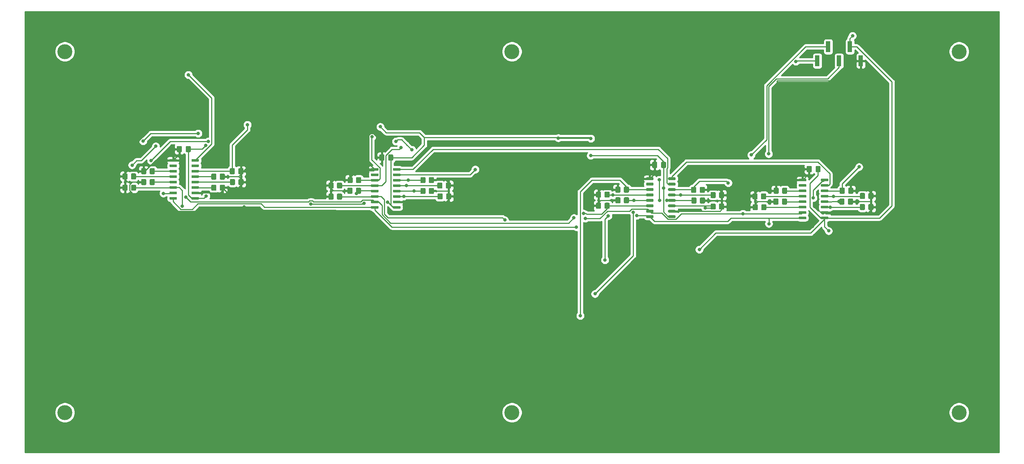
<source format=gbr>
G04 #@! TF.GenerationSoftware,KiCad,Pcbnew,5.1.5+dfsg1-2build2*
G04 #@! TF.CreationDate,2024-05-04T05:39:38+01:00*
G04 #@! TF.ProjectId,touch_kb1,746f7563-685f-46b6-9231-2e6b69636164,rev?*
G04 #@! TF.SameCoordinates,Original*
G04 #@! TF.FileFunction,Copper,L2,Bot*
G04 #@! TF.FilePolarity,Positive*
%FSLAX46Y46*%
G04 Gerber Fmt 4.6, Leading zero omitted, Abs format (unit mm)*
G04 Created by KiCad (PCBNEW 5.1.5+dfsg1-2build2) date 2024-05-04 05:39:38*
%MOMM*%
%LPD*%
G04 APERTURE LIST*
%ADD10R,1.000000X2.510000*%
%ADD11C,0.100000*%
%ADD12C,3.500000*%
%ADD13C,0.800000*%
%ADD14C,0.250000*%
%ADD15C,0.254000*%
G04 APERTURE END LIST*
D10*
X217317200Y-49565000D03*
X222397200Y-49565000D03*
X214777200Y-52875000D03*
X219857200Y-52875000D03*
X224937200Y-52875000D03*
G04 #@! TA.AperFunction,SMDPad,CuDef*
D11*
G36*
X217214703Y-89345722D02*
G01*
X217229264Y-89347882D01*
X217243543Y-89351459D01*
X217257403Y-89356418D01*
X217270710Y-89362712D01*
X217283336Y-89370280D01*
X217295159Y-89379048D01*
X217306066Y-89388934D01*
X217315952Y-89399841D01*
X217324720Y-89411664D01*
X217332288Y-89424290D01*
X217338582Y-89437597D01*
X217343541Y-89451457D01*
X217347118Y-89465736D01*
X217349278Y-89480297D01*
X217350000Y-89495000D01*
X217350000Y-89795000D01*
X217349278Y-89809703D01*
X217347118Y-89824264D01*
X217343541Y-89838543D01*
X217338582Y-89852403D01*
X217332288Y-89865710D01*
X217324720Y-89878336D01*
X217315952Y-89890159D01*
X217306066Y-89901066D01*
X217295159Y-89910952D01*
X217283336Y-89919720D01*
X217270710Y-89927288D01*
X217257403Y-89933582D01*
X217243543Y-89938541D01*
X217229264Y-89942118D01*
X217214703Y-89944278D01*
X217200000Y-89945000D01*
X215750000Y-89945000D01*
X215735297Y-89944278D01*
X215720736Y-89942118D01*
X215706457Y-89938541D01*
X215692597Y-89933582D01*
X215679290Y-89927288D01*
X215666664Y-89919720D01*
X215654841Y-89910952D01*
X215643934Y-89901066D01*
X215634048Y-89890159D01*
X215625280Y-89878336D01*
X215617712Y-89865710D01*
X215611418Y-89852403D01*
X215606459Y-89838543D01*
X215602882Y-89824264D01*
X215600722Y-89809703D01*
X215600000Y-89795000D01*
X215600000Y-89495000D01*
X215600722Y-89480297D01*
X215602882Y-89465736D01*
X215606459Y-89451457D01*
X215611418Y-89437597D01*
X215617712Y-89424290D01*
X215625280Y-89411664D01*
X215634048Y-89399841D01*
X215643934Y-89388934D01*
X215654841Y-89379048D01*
X215666664Y-89370280D01*
X215679290Y-89362712D01*
X215692597Y-89356418D01*
X215706457Y-89351459D01*
X215720736Y-89347882D01*
X215735297Y-89345722D01*
X215750000Y-89345000D01*
X217200000Y-89345000D01*
X217214703Y-89345722D01*
G37*
G04 #@! TD.AperFunction*
G04 #@! TA.AperFunction,SMDPad,CuDef*
G36*
X217214703Y-88075722D02*
G01*
X217229264Y-88077882D01*
X217243543Y-88081459D01*
X217257403Y-88086418D01*
X217270710Y-88092712D01*
X217283336Y-88100280D01*
X217295159Y-88109048D01*
X217306066Y-88118934D01*
X217315952Y-88129841D01*
X217324720Y-88141664D01*
X217332288Y-88154290D01*
X217338582Y-88167597D01*
X217343541Y-88181457D01*
X217347118Y-88195736D01*
X217349278Y-88210297D01*
X217350000Y-88225000D01*
X217350000Y-88525000D01*
X217349278Y-88539703D01*
X217347118Y-88554264D01*
X217343541Y-88568543D01*
X217338582Y-88582403D01*
X217332288Y-88595710D01*
X217324720Y-88608336D01*
X217315952Y-88620159D01*
X217306066Y-88631066D01*
X217295159Y-88640952D01*
X217283336Y-88649720D01*
X217270710Y-88657288D01*
X217257403Y-88663582D01*
X217243543Y-88668541D01*
X217229264Y-88672118D01*
X217214703Y-88674278D01*
X217200000Y-88675000D01*
X215750000Y-88675000D01*
X215735297Y-88674278D01*
X215720736Y-88672118D01*
X215706457Y-88668541D01*
X215692597Y-88663582D01*
X215679290Y-88657288D01*
X215666664Y-88649720D01*
X215654841Y-88640952D01*
X215643934Y-88631066D01*
X215634048Y-88620159D01*
X215625280Y-88608336D01*
X215617712Y-88595710D01*
X215611418Y-88582403D01*
X215606459Y-88568543D01*
X215602882Y-88554264D01*
X215600722Y-88539703D01*
X215600000Y-88525000D01*
X215600000Y-88225000D01*
X215600722Y-88210297D01*
X215602882Y-88195736D01*
X215606459Y-88181457D01*
X215611418Y-88167597D01*
X215617712Y-88154290D01*
X215625280Y-88141664D01*
X215634048Y-88129841D01*
X215643934Y-88118934D01*
X215654841Y-88109048D01*
X215666664Y-88100280D01*
X215679290Y-88092712D01*
X215692597Y-88086418D01*
X215706457Y-88081459D01*
X215720736Y-88077882D01*
X215735297Y-88075722D01*
X215750000Y-88075000D01*
X217200000Y-88075000D01*
X217214703Y-88075722D01*
G37*
G04 #@! TD.AperFunction*
G04 #@! TA.AperFunction,SMDPad,CuDef*
G36*
X217214703Y-86805722D02*
G01*
X217229264Y-86807882D01*
X217243543Y-86811459D01*
X217257403Y-86816418D01*
X217270710Y-86822712D01*
X217283336Y-86830280D01*
X217295159Y-86839048D01*
X217306066Y-86848934D01*
X217315952Y-86859841D01*
X217324720Y-86871664D01*
X217332288Y-86884290D01*
X217338582Y-86897597D01*
X217343541Y-86911457D01*
X217347118Y-86925736D01*
X217349278Y-86940297D01*
X217350000Y-86955000D01*
X217350000Y-87255000D01*
X217349278Y-87269703D01*
X217347118Y-87284264D01*
X217343541Y-87298543D01*
X217338582Y-87312403D01*
X217332288Y-87325710D01*
X217324720Y-87338336D01*
X217315952Y-87350159D01*
X217306066Y-87361066D01*
X217295159Y-87370952D01*
X217283336Y-87379720D01*
X217270710Y-87387288D01*
X217257403Y-87393582D01*
X217243543Y-87398541D01*
X217229264Y-87402118D01*
X217214703Y-87404278D01*
X217200000Y-87405000D01*
X215750000Y-87405000D01*
X215735297Y-87404278D01*
X215720736Y-87402118D01*
X215706457Y-87398541D01*
X215692597Y-87393582D01*
X215679290Y-87387288D01*
X215666664Y-87379720D01*
X215654841Y-87370952D01*
X215643934Y-87361066D01*
X215634048Y-87350159D01*
X215625280Y-87338336D01*
X215617712Y-87325710D01*
X215611418Y-87312403D01*
X215606459Y-87298543D01*
X215602882Y-87284264D01*
X215600722Y-87269703D01*
X215600000Y-87255000D01*
X215600000Y-86955000D01*
X215600722Y-86940297D01*
X215602882Y-86925736D01*
X215606459Y-86911457D01*
X215611418Y-86897597D01*
X215617712Y-86884290D01*
X215625280Y-86871664D01*
X215634048Y-86859841D01*
X215643934Y-86848934D01*
X215654841Y-86839048D01*
X215666664Y-86830280D01*
X215679290Y-86822712D01*
X215692597Y-86816418D01*
X215706457Y-86811459D01*
X215720736Y-86807882D01*
X215735297Y-86805722D01*
X215750000Y-86805000D01*
X217200000Y-86805000D01*
X217214703Y-86805722D01*
G37*
G04 #@! TD.AperFunction*
G04 #@! TA.AperFunction,SMDPad,CuDef*
G36*
X217214703Y-85535722D02*
G01*
X217229264Y-85537882D01*
X217243543Y-85541459D01*
X217257403Y-85546418D01*
X217270710Y-85552712D01*
X217283336Y-85560280D01*
X217295159Y-85569048D01*
X217306066Y-85578934D01*
X217315952Y-85589841D01*
X217324720Y-85601664D01*
X217332288Y-85614290D01*
X217338582Y-85627597D01*
X217343541Y-85641457D01*
X217347118Y-85655736D01*
X217349278Y-85670297D01*
X217350000Y-85685000D01*
X217350000Y-85985000D01*
X217349278Y-85999703D01*
X217347118Y-86014264D01*
X217343541Y-86028543D01*
X217338582Y-86042403D01*
X217332288Y-86055710D01*
X217324720Y-86068336D01*
X217315952Y-86080159D01*
X217306066Y-86091066D01*
X217295159Y-86100952D01*
X217283336Y-86109720D01*
X217270710Y-86117288D01*
X217257403Y-86123582D01*
X217243543Y-86128541D01*
X217229264Y-86132118D01*
X217214703Y-86134278D01*
X217200000Y-86135000D01*
X215750000Y-86135000D01*
X215735297Y-86134278D01*
X215720736Y-86132118D01*
X215706457Y-86128541D01*
X215692597Y-86123582D01*
X215679290Y-86117288D01*
X215666664Y-86109720D01*
X215654841Y-86100952D01*
X215643934Y-86091066D01*
X215634048Y-86080159D01*
X215625280Y-86068336D01*
X215617712Y-86055710D01*
X215611418Y-86042403D01*
X215606459Y-86028543D01*
X215602882Y-86014264D01*
X215600722Y-85999703D01*
X215600000Y-85985000D01*
X215600000Y-85685000D01*
X215600722Y-85670297D01*
X215602882Y-85655736D01*
X215606459Y-85641457D01*
X215611418Y-85627597D01*
X215617712Y-85614290D01*
X215625280Y-85601664D01*
X215634048Y-85589841D01*
X215643934Y-85578934D01*
X215654841Y-85569048D01*
X215666664Y-85560280D01*
X215679290Y-85552712D01*
X215692597Y-85546418D01*
X215706457Y-85541459D01*
X215720736Y-85537882D01*
X215735297Y-85535722D01*
X215750000Y-85535000D01*
X217200000Y-85535000D01*
X217214703Y-85535722D01*
G37*
G04 #@! TD.AperFunction*
G04 #@! TA.AperFunction,SMDPad,CuDef*
G36*
X217214703Y-84265722D02*
G01*
X217229264Y-84267882D01*
X217243543Y-84271459D01*
X217257403Y-84276418D01*
X217270710Y-84282712D01*
X217283336Y-84290280D01*
X217295159Y-84299048D01*
X217306066Y-84308934D01*
X217315952Y-84319841D01*
X217324720Y-84331664D01*
X217332288Y-84344290D01*
X217338582Y-84357597D01*
X217343541Y-84371457D01*
X217347118Y-84385736D01*
X217349278Y-84400297D01*
X217350000Y-84415000D01*
X217350000Y-84715000D01*
X217349278Y-84729703D01*
X217347118Y-84744264D01*
X217343541Y-84758543D01*
X217338582Y-84772403D01*
X217332288Y-84785710D01*
X217324720Y-84798336D01*
X217315952Y-84810159D01*
X217306066Y-84821066D01*
X217295159Y-84830952D01*
X217283336Y-84839720D01*
X217270710Y-84847288D01*
X217257403Y-84853582D01*
X217243543Y-84858541D01*
X217229264Y-84862118D01*
X217214703Y-84864278D01*
X217200000Y-84865000D01*
X215750000Y-84865000D01*
X215735297Y-84864278D01*
X215720736Y-84862118D01*
X215706457Y-84858541D01*
X215692597Y-84853582D01*
X215679290Y-84847288D01*
X215666664Y-84839720D01*
X215654841Y-84830952D01*
X215643934Y-84821066D01*
X215634048Y-84810159D01*
X215625280Y-84798336D01*
X215617712Y-84785710D01*
X215611418Y-84772403D01*
X215606459Y-84758543D01*
X215602882Y-84744264D01*
X215600722Y-84729703D01*
X215600000Y-84715000D01*
X215600000Y-84415000D01*
X215600722Y-84400297D01*
X215602882Y-84385736D01*
X215606459Y-84371457D01*
X215611418Y-84357597D01*
X215617712Y-84344290D01*
X215625280Y-84331664D01*
X215634048Y-84319841D01*
X215643934Y-84308934D01*
X215654841Y-84299048D01*
X215666664Y-84290280D01*
X215679290Y-84282712D01*
X215692597Y-84276418D01*
X215706457Y-84271459D01*
X215720736Y-84267882D01*
X215735297Y-84265722D01*
X215750000Y-84265000D01*
X217200000Y-84265000D01*
X217214703Y-84265722D01*
G37*
G04 #@! TD.AperFunction*
G04 #@! TA.AperFunction,SMDPad,CuDef*
G36*
X217214703Y-82995722D02*
G01*
X217229264Y-82997882D01*
X217243543Y-83001459D01*
X217257403Y-83006418D01*
X217270710Y-83012712D01*
X217283336Y-83020280D01*
X217295159Y-83029048D01*
X217306066Y-83038934D01*
X217315952Y-83049841D01*
X217324720Y-83061664D01*
X217332288Y-83074290D01*
X217338582Y-83087597D01*
X217343541Y-83101457D01*
X217347118Y-83115736D01*
X217349278Y-83130297D01*
X217350000Y-83145000D01*
X217350000Y-83445000D01*
X217349278Y-83459703D01*
X217347118Y-83474264D01*
X217343541Y-83488543D01*
X217338582Y-83502403D01*
X217332288Y-83515710D01*
X217324720Y-83528336D01*
X217315952Y-83540159D01*
X217306066Y-83551066D01*
X217295159Y-83560952D01*
X217283336Y-83569720D01*
X217270710Y-83577288D01*
X217257403Y-83583582D01*
X217243543Y-83588541D01*
X217229264Y-83592118D01*
X217214703Y-83594278D01*
X217200000Y-83595000D01*
X215750000Y-83595000D01*
X215735297Y-83594278D01*
X215720736Y-83592118D01*
X215706457Y-83588541D01*
X215692597Y-83583582D01*
X215679290Y-83577288D01*
X215666664Y-83569720D01*
X215654841Y-83560952D01*
X215643934Y-83551066D01*
X215634048Y-83540159D01*
X215625280Y-83528336D01*
X215617712Y-83515710D01*
X215611418Y-83502403D01*
X215606459Y-83488543D01*
X215602882Y-83474264D01*
X215600722Y-83459703D01*
X215600000Y-83445000D01*
X215600000Y-83145000D01*
X215600722Y-83130297D01*
X215602882Y-83115736D01*
X215606459Y-83101457D01*
X215611418Y-83087597D01*
X215617712Y-83074290D01*
X215625280Y-83061664D01*
X215634048Y-83049841D01*
X215643934Y-83038934D01*
X215654841Y-83029048D01*
X215666664Y-83020280D01*
X215679290Y-83012712D01*
X215692597Y-83006418D01*
X215706457Y-83001459D01*
X215720736Y-82997882D01*
X215735297Y-82995722D01*
X215750000Y-82995000D01*
X217200000Y-82995000D01*
X217214703Y-82995722D01*
G37*
G04 #@! TD.AperFunction*
G04 #@! TA.AperFunction,SMDPad,CuDef*
G36*
X217214703Y-81725722D02*
G01*
X217229264Y-81727882D01*
X217243543Y-81731459D01*
X217257403Y-81736418D01*
X217270710Y-81742712D01*
X217283336Y-81750280D01*
X217295159Y-81759048D01*
X217306066Y-81768934D01*
X217315952Y-81779841D01*
X217324720Y-81791664D01*
X217332288Y-81804290D01*
X217338582Y-81817597D01*
X217343541Y-81831457D01*
X217347118Y-81845736D01*
X217349278Y-81860297D01*
X217350000Y-81875000D01*
X217350000Y-82175000D01*
X217349278Y-82189703D01*
X217347118Y-82204264D01*
X217343541Y-82218543D01*
X217338582Y-82232403D01*
X217332288Y-82245710D01*
X217324720Y-82258336D01*
X217315952Y-82270159D01*
X217306066Y-82281066D01*
X217295159Y-82290952D01*
X217283336Y-82299720D01*
X217270710Y-82307288D01*
X217257403Y-82313582D01*
X217243543Y-82318541D01*
X217229264Y-82322118D01*
X217214703Y-82324278D01*
X217200000Y-82325000D01*
X215750000Y-82325000D01*
X215735297Y-82324278D01*
X215720736Y-82322118D01*
X215706457Y-82318541D01*
X215692597Y-82313582D01*
X215679290Y-82307288D01*
X215666664Y-82299720D01*
X215654841Y-82290952D01*
X215643934Y-82281066D01*
X215634048Y-82270159D01*
X215625280Y-82258336D01*
X215617712Y-82245710D01*
X215611418Y-82232403D01*
X215606459Y-82218543D01*
X215602882Y-82204264D01*
X215600722Y-82189703D01*
X215600000Y-82175000D01*
X215600000Y-81875000D01*
X215600722Y-81860297D01*
X215602882Y-81845736D01*
X215606459Y-81831457D01*
X215611418Y-81817597D01*
X215617712Y-81804290D01*
X215625280Y-81791664D01*
X215634048Y-81779841D01*
X215643934Y-81768934D01*
X215654841Y-81759048D01*
X215666664Y-81750280D01*
X215679290Y-81742712D01*
X215692597Y-81736418D01*
X215706457Y-81731459D01*
X215720736Y-81727882D01*
X215735297Y-81725722D01*
X215750000Y-81725000D01*
X217200000Y-81725000D01*
X217214703Y-81725722D01*
G37*
G04 #@! TD.AperFunction*
G04 #@! TA.AperFunction,SMDPad,CuDef*
G36*
X217214703Y-80455722D02*
G01*
X217229264Y-80457882D01*
X217243543Y-80461459D01*
X217257403Y-80466418D01*
X217270710Y-80472712D01*
X217283336Y-80480280D01*
X217295159Y-80489048D01*
X217306066Y-80498934D01*
X217315952Y-80509841D01*
X217324720Y-80521664D01*
X217332288Y-80534290D01*
X217338582Y-80547597D01*
X217343541Y-80561457D01*
X217347118Y-80575736D01*
X217349278Y-80590297D01*
X217350000Y-80605000D01*
X217350000Y-80905000D01*
X217349278Y-80919703D01*
X217347118Y-80934264D01*
X217343541Y-80948543D01*
X217338582Y-80962403D01*
X217332288Y-80975710D01*
X217324720Y-80988336D01*
X217315952Y-81000159D01*
X217306066Y-81011066D01*
X217295159Y-81020952D01*
X217283336Y-81029720D01*
X217270710Y-81037288D01*
X217257403Y-81043582D01*
X217243543Y-81048541D01*
X217229264Y-81052118D01*
X217214703Y-81054278D01*
X217200000Y-81055000D01*
X215750000Y-81055000D01*
X215735297Y-81054278D01*
X215720736Y-81052118D01*
X215706457Y-81048541D01*
X215692597Y-81043582D01*
X215679290Y-81037288D01*
X215666664Y-81029720D01*
X215654841Y-81020952D01*
X215643934Y-81011066D01*
X215634048Y-81000159D01*
X215625280Y-80988336D01*
X215617712Y-80975710D01*
X215611418Y-80962403D01*
X215606459Y-80948543D01*
X215602882Y-80934264D01*
X215600722Y-80919703D01*
X215600000Y-80905000D01*
X215600000Y-80605000D01*
X215600722Y-80590297D01*
X215602882Y-80575736D01*
X215606459Y-80561457D01*
X215611418Y-80547597D01*
X215617712Y-80534290D01*
X215625280Y-80521664D01*
X215634048Y-80509841D01*
X215643934Y-80498934D01*
X215654841Y-80489048D01*
X215666664Y-80480280D01*
X215679290Y-80472712D01*
X215692597Y-80466418D01*
X215706457Y-80461459D01*
X215720736Y-80457882D01*
X215735297Y-80455722D01*
X215750000Y-80455000D01*
X217200000Y-80455000D01*
X217214703Y-80455722D01*
G37*
G04 #@! TD.AperFunction*
G04 #@! TA.AperFunction,SMDPad,CuDef*
G36*
X212064703Y-80455722D02*
G01*
X212079264Y-80457882D01*
X212093543Y-80461459D01*
X212107403Y-80466418D01*
X212120710Y-80472712D01*
X212133336Y-80480280D01*
X212145159Y-80489048D01*
X212156066Y-80498934D01*
X212165952Y-80509841D01*
X212174720Y-80521664D01*
X212182288Y-80534290D01*
X212188582Y-80547597D01*
X212193541Y-80561457D01*
X212197118Y-80575736D01*
X212199278Y-80590297D01*
X212200000Y-80605000D01*
X212200000Y-80905000D01*
X212199278Y-80919703D01*
X212197118Y-80934264D01*
X212193541Y-80948543D01*
X212188582Y-80962403D01*
X212182288Y-80975710D01*
X212174720Y-80988336D01*
X212165952Y-81000159D01*
X212156066Y-81011066D01*
X212145159Y-81020952D01*
X212133336Y-81029720D01*
X212120710Y-81037288D01*
X212107403Y-81043582D01*
X212093543Y-81048541D01*
X212079264Y-81052118D01*
X212064703Y-81054278D01*
X212050000Y-81055000D01*
X210600000Y-81055000D01*
X210585297Y-81054278D01*
X210570736Y-81052118D01*
X210556457Y-81048541D01*
X210542597Y-81043582D01*
X210529290Y-81037288D01*
X210516664Y-81029720D01*
X210504841Y-81020952D01*
X210493934Y-81011066D01*
X210484048Y-81000159D01*
X210475280Y-80988336D01*
X210467712Y-80975710D01*
X210461418Y-80962403D01*
X210456459Y-80948543D01*
X210452882Y-80934264D01*
X210450722Y-80919703D01*
X210450000Y-80905000D01*
X210450000Y-80605000D01*
X210450722Y-80590297D01*
X210452882Y-80575736D01*
X210456459Y-80561457D01*
X210461418Y-80547597D01*
X210467712Y-80534290D01*
X210475280Y-80521664D01*
X210484048Y-80509841D01*
X210493934Y-80498934D01*
X210504841Y-80489048D01*
X210516664Y-80480280D01*
X210529290Y-80472712D01*
X210542597Y-80466418D01*
X210556457Y-80461459D01*
X210570736Y-80457882D01*
X210585297Y-80455722D01*
X210600000Y-80455000D01*
X212050000Y-80455000D01*
X212064703Y-80455722D01*
G37*
G04 #@! TD.AperFunction*
G04 #@! TA.AperFunction,SMDPad,CuDef*
G36*
X212064703Y-81725722D02*
G01*
X212079264Y-81727882D01*
X212093543Y-81731459D01*
X212107403Y-81736418D01*
X212120710Y-81742712D01*
X212133336Y-81750280D01*
X212145159Y-81759048D01*
X212156066Y-81768934D01*
X212165952Y-81779841D01*
X212174720Y-81791664D01*
X212182288Y-81804290D01*
X212188582Y-81817597D01*
X212193541Y-81831457D01*
X212197118Y-81845736D01*
X212199278Y-81860297D01*
X212200000Y-81875000D01*
X212200000Y-82175000D01*
X212199278Y-82189703D01*
X212197118Y-82204264D01*
X212193541Y-82218543D01*
X212188582Y-82232403D01*
X212182288Y-82245710D01*
X212174720Y-82258336D01*
X212165952Y-82270159D01*
X212156066Y-82281066D01*
X212145159Y-82290952D01*
X212133336Y-82299720D01*
X212120710Y-82307288D01*
X212107403Y-82313582D01*
X212093543Y-82318541D01*
X212079264Y-82322118D01*
X212064703Y-82324278D01*
X212050000Y-82325000D01*
X210600000Y-82325000D01*
X210585297Y-82324278D01*
X210570736Y-82322118D01*
X210556457Y-82318541D01*
X210542597Y-82313582D01*
X210529290Y-82307288D01*
X210516664Y-82299720D01*
X210504841Y-82290952D01*
X210493934Y-82281066D01*
X210484048Y-82270159D01*
X210475280Y-82258336D01*
X210467712Y-82245710D01*
X210461418Y-82232403D01*
X210456459Y-82218543D01*
X210452882Y-82204264D01*
X210450722Y-82189703D01*
X210450000Y-82175000D01*
X210450000Y-81875000D01*
X210450722Y-81860297D01*
X210452882Y-81845736D01*
X210456459Y-81831457D01*
X210461418Y-81817597D01*
X210467712Y-81804290D01*
X210475280Y-81791664D01*
X210484048Y-81779841D01*
X210493934Y-81768934D01*
X210504841Y-81759048D01*
X210516664Y-81750280D01*
X210529290Y-81742712D01*
X210542597Y-81736418D01*
X210556457Y-81731459D01*
X210570736Y-81727882D01*
X210585297Y-81725722D01*
X210600000Y-81725000D01*
X212050000Y-81725000D01*
X212064703Y-81725722D01*
G37*
G04 #@! TD.AperFunction*
G04 #@! TA.AperFunction,SMDPad,CuDef*
G36*
X212064703Y-82995722D02*
G01*
X212079264Y-82997882D01*
X212093543Y-83001459D01*
X212107403Y-83006418D01*
X212120710Y-83012712D01*
X212133336Y-83020280D01*
X212145159Y-83029048D01*
X212156066Y-83038934D01*
X212165952Y-83049841D01*
X212174720Y-83061664D01*
X212182288Y-83074290D01*
X212188582Y-83087597D01*
X212193541Y-83101457D01*
X212197118Y-83115736D01*
X212199278Y-83130297D01*
X212200000Y-83145000D01*
X212200000Y-83445000D01*
X212199278Y-83459703D01*
X212197118Y-83474264D01*
X212193541Y-83488543D01*
X212188582Y-83502403D01*
X212182288Y-83515710D01*
X212174720Y-83528336D01*
X212165952Y-83540159D01*
X212156066Y-83551066D01*
X212145159Y-83560952D01*
X212133336Y-83569720D01*
X212120710Y-83577288D01*
X212107403Y-83583582D01*
X212093543Y-83588541D01*
X212079264Y-83592118D01*
X212064703Y-83594278D01*
X212050000Y-83595000D01*
X210600000Y-83595000D01*
X210585297Y-83594278D01*
X210570736Y-83592118D01*
X210556457Y-83588541D01*
X210542597Y-83583582D01*
X210529290Y-83577288D01*
X210516664Y-83569720D01*
X210504841Y-83560952D01*
X210493934Y-83551066D01*
X210484048Y-83540159D01*
X210475280Y-83528336D01*
X210467712Y-83515710D01*
X210461418Y-83502403D01*
X210456459Y-83488543D01*
X210452882Y-83474264D01*
X210450722Y-83459703D01*
X210450000Y-83445000D01*
X210450000Y-83145000D01*
X210450722Y-83130297D01*
X210452882Y-83115736D01*
X210456459Y-83101457D01*
X210461418Y-83087597D01*
X210467712Y-83074290D01*
X210475280Y-83061664D01*
X210484048Y-83049841D01*
X210493934Y-83038934D01*
X210504841Y-83029048D01*
X210516664Y-83020280D01*
X210529290Y-83012712D01*
X210542597Y-83006418D01*
X210556457Y-83001459D01*
X210570736Y-82997882D01*
X210585297Y-82995722D01*
X210600000Y-82995000D01*
X212050000Y-82995000D01*
X212064703Y-82995722D01*
G37*
G04 #@! TD.AperFunction*
G04 #@! TA.AperFunction,SMDPad,CuDef*
G36*
X212064703Y-84265722D02*
G01*
X212079264Y-84267882D01*
X212093543Y-84271459D01*
X212107403Y-84276418D01*
X212120710Y-84282712D01*
X212133336Y-84290280D01*
X212145159Y-84299048D01*
X212156066Y-84308934D01*
X212165952Y-84319841D01*
X212174720Y-84331664D01*
X212182288Y-84344290D01*
X212188582Y-84357597D01*
X212193541Y-84371457D01*
X212197118Y-84385736D01*
X212199278Y-84400297D01*
X212200000Y-84415000D01*
X212200000Y-84715000D01*
X212199278Y-84729703D01*
X212197118Y-84744264D01*
X212193541Y-84758543D01*
X212188582Y-84772403D01*
X212182288Y-84785710D01*
X212174720Y-84798336D01*
X212165952Y-84810159D01*
X212156066Y-84821066D01*
X212145159Y-84830952D01*
X212133336Y-84839720D01*
X212120710Y-84847288D01*
X212107403Y-84853582D01*
X212093543Y-84858541D01*
X212079264Y-84862118D01*
X212064703Y-84864278D01*
X212050000Y-84865000D01*
X210600000Y-84865000D01*
X210585297Y-84864278D01*
X210570736Y-84862118D01*
X210556457Y-84858541D01*
X210542597Y-84853582D01*
X210529290Y-84847288D01*
X210516664Y-84839720D01*
X210504841Y-84830952D01*
X210493934Y-84821066D01*
X210484048Y-84810159D01*
X210475280Y-84798336D01*
X210467712Y-84785710D01*
X210461418Y-84772403D01*
X210456459Y-84758543D01*
X210452882Y-84744264D01*
X210450722Y-84729703D01*
X210450000Y-84715000D01*
X210450000Y-84415000D01*
X210450722Y-84400297D01*
X210452882Y-84385736D01*
X210456459Y-84371457D01*
X210461418Y-84357597D01*
X210467712Y-84344290D01*
X210475280Y-84331664D01*
X210484048Y-84319841D01*
X210493934Y-84308934D01*
X210504841Y-84299048D01*
X210516664Y-84290280D01*
X210529290Y-84282712D01*
X210542597Y-84276418D01*
X210556457Y-84271459D01*
X210570736Y-84267882D01*
X210585297Y-84265722D01*
X210600000Y-84265000D01*
X212050000Y-84265000D01*
X212064703Y-84265722D01*
G37*
G04 #@! TD.AperFunction*
G04 #@! TA.AperFunction,SMDPad,CuDef*
G36*
X212064703Y-85535722D02*
G01*
X212079264Y-85537882D01*
X212093543Y-85541459D01*
X212107403Y-85546418D01*
X212120710Y-85552712D01*
X212133336Y-85560280D01*
X212145159Y-85569048D01*
X212156066Y-85578934D01*
X212165952Y-85589841D01*
X212174720Y-85601664D01*
X212182288Y-85614290D01*
X212188582Y-85627597D01*
X212193541Y-85641457D01*
X212197118Y-85655736D01*
X212199278Y-85670297D01*
X212200000Y-85685000D01*
X212200000Y-85985000D01*
X212199278Y-85999703D01*
X212197118Y-86014264D01*
X212193541Y-86028543D01*
X212188582Y-86042403D01*
X212182288Y-86055710D01*
X212174720Y-86068336D01*
X212165952Y-86080159D01*
X212156066Y-86091066D01*
X212145159Y-86100952D01*
X212133336Y-86109720D01*
X212120710Y-86117288D01*
X212107403Y-86123582D01*
X212093543Y-86128541D01*
X212079264Y-86132118D01*
X212064703Y-86134278D01*
X212050000Y-86135000D01*
X210600000Y-86135000D01*
X210585297Y-86134278D01*
X210570736Y-86132118D01*
X210556457Y-86128541D01*
X210542597Y-86123582D01*
X210529290Y-86117288D01*
X210516664Y-86109720D01*
X210504841Y-86100952D01*
X210493934Y-86091066D01*
X210484048Y-86080159D01*
X210475280Y-86068336D01*
X210467712Y-86055710D01*
X210461418Y-86042403D01*
X210456459Y-86028543D01*
X210452882Y-86014264D01*
X210450722Y-85999703D01*
X210450000Y-85985000D01*
X210450000Y-85685000D01*
X210450722Y-85670297D01*
X210452882Y-85655736D01*
X210456459Y-85641457D01*
X210461418Y-85627597D01*
X210467712Y-85614290D01*
X210475280Y-85601664D01*
X210484048Y-85589841D01*
X210493934Y-85578934D01*
X210504841Y-85569048D01*
X210516664Y-85560280D01*
X210529290Y-85552712D01*
X210542597Y-85546418D01*
X210556457Y-85541459D01*
X210570736Y-85537882D01*
X210585297Y-85535722D01*
X210600000Y-85535000D01*
X212050000Y-85535000D01*
X212064703Y-85535722D01*
G37*
G04 #@! TD.AperFunction*
G04 #@! TA.AperFunction,SMDPad,CuDef*
G36*
X212064703Y-86805722D02*
G01*
X212079264Y-86807882D01*
X212093543Y-86811459D01*
X212107403Y-86816418D01*
X212120710Y-86822712D01*
X212133336Y-86830280D01*
X212145159Y-86839048D01*
X212156066Y-86848934D01*
X212165952Y-86859841D01*
X212174720Y-86871664D01*
X212182288Y-86884290D01*
X212188582Y-86897597D01*
X212193541Y-86911457D01*
X212197118Y-86925736D01*
X212199278Y-86940297D01*
X212200000Y-86955000D01*
X212200000Y-87255000D01*
X212199278Y-87269703D01*
X212197118Y-87284264D01*
X212193541Y-87298543D01*
X212188582Y-87312403D01*
X212182288Y-87325710D01*
X212174720Y-87338336D01*
X212165952Y-87350159D01*
X212156066Y-87361066D01*
X212145159Y-87370952D01*
X212133336Y-87379720D01*
X212120710Y-87387288D01*
X212107403Y-87393582D01*
X212093543Y-87398541D01*
X212079264Y-87402118D01*
X212064703Y-87404278D01*
X212050000Y-87405000D01*
X210600000Y-87405000D01*
X210585297Y-87404278D01*
X210570736Y-87402118D01*
X210556457Y-87398541D01*
X210542597Y-87393582D01*
X210529290Y-87387288D01*
X210516664Y-87379720D01*
X210504841Y-87370952D01*
X210493934Y-87361066D01*
X210484048Y-87350159D01*
X210475280Y-87338336D01*
X210467712Y-87325710D01*
X210461418Y-87312403D01*
X210456459Y-87298543D01*
X210452882Y-87284264D01*
X210450722Y-87269703D01*
X210450000Y-87255000D01*
X210450000Y-86955000D01*
X210450722Y-86940297D01*
X210452882Y-86925736D01*
X210456459Y-86911457D01*
X210461418Y-86897597D01*
X210467712Y-86884290D01*
X210475280Y-86871664D01*
X210484048Y-86859841D01*
X210493934Y-86848934D01*
X210504841Y-86839048D01*
X210516664Y-86830280D01*
X210529290Y-86822712D01*
X210542597Y-86816418D01*
X210556457Y-86811459D01*
X210570736Y-86807882D01*
X210585297Y-86805722D01*
X210600000Y-86805000D01*
X212050000Y-86805000D01*
X212064703Y-86805722D01*
G37*
G04 #@! TD.AperFunction*
G04 #@! TA.AperFunction,SMDPad,CuDef*
G36*
X212064703Y-88075722D02*
G01*
X212079264Y-88077882D01*
X212093543Y-88081459D01*
X212107403Y-88086418D01*
X212120710Y-88092712D01*
X212133336Y-88100280D01*
X212145159Y-88109048D01*
X212156066Y-88118934D01*
X212165952Y-88129841D01*
X212174720Y-88141664D01*
X212182288Y-88154290D01*
X212188582Y-88167597D01*
X212193541Y-88181457D01*
X212197118Y-88195736D01*
X212199278Y-88210297D01*
X212200000Y-88225000D01*
X212200000Y-88525000D01*
X212199278Y-88539703D01*
X212197118Y-88554264D01*
X212193541Y-88568543D01*
X212188582Y-88582403D01*
X212182288Y-88595710D01*
X212174720Y-88608336D01*
X212165952Y-88620159D01*
X212156066Y-88631066D01*
X212145159Y-88640952D01*
X212133336Y-88649720D01*
X212120710Y-88657288D01*
X212107403Y-88663582D01*
X212093543Y-88668541D01*
X212079264Y-88672118D01*
X212064703Y-88674278D01*
X212050000Y-88675000D01*
X210600000Y-88675000D01*
X210585297Y-88674278D01*
X210570736Y-88672118D01*
X210556457Y-88668541D01*
X210542597Y-88663582D01*
X210529290Y-88657288D01*
X210516664Y-88649720D01*
X210504841Y-88640952D01*
X210493934Y-88631066D01*
X210484048Y-88620159D01*
X210475280Y-88608336D01*
X210467712Y-88595710D01*
X210461418Y-88582403D01*
X210456459Y-88568543D01*
X210452882Y-88554264D01*
X210450722Y-88539703D01*
X210450000Y-88525000D01*
X210450000Y-88225000D01*
X210450722Y-88210297D01*
X210452882Y-88195736D01*
X210456459Y-88181457D01*
X210461418Y-88167597D01*
X210467712Y-88154290D01*
X210475280Y-88141664D01*
X210484048Y-88129841D01*
X210493934Y-88118934D01*
X210504841Y-88109048D01*
X210516664Y-88100280D01*
X210529290Y-88092712D01*
X210542597Y-88086418D01*
X210556457Y-88081459D01*
X210570736Y-88077882D01*
X210585297Y-88075722D01*
X210600000Y-88075000D01*
X212050000Y-88075000D01*
X212064703Y-88075722D01*
G37*
G04 #@! TD.AperFunction*
G04 #@! TA.AperFunction,SMDPad,CuDef*
G36*
X212064703Y-89345722D02*
G01*
X212079264Y-89347882D01*
X212093543Y-89351459D01*
X212107403Y-89356418D01*
X212120710Y-89362712D01*
X212133336Y-89370280D01*
X212145159Y-89379048D01*
X212156066Y-89388934D01*
X212165952Y-89399841D01*
X212174720Y-89411664D01*
X212182288Y-89424290D01*
X212188582Y-89437597D01*
X212193541Y-89451457D01*
X212197118Y-89465736D01*
X212199278Y-89480297D01*
X212200000Y-89495000D01*
X212200000Y-89795000D01*
X212199278Y-89809703D01*
X212197118Y-89824264D01*
X212193541Y-89838543D01*
X212188582Y-89852403D01*
X212182288Y-89865710D01*
X212174720Y-89878336D01*
X212165952Y-89890159D01*
X212156066Y-89901066D01*
X212145159Y-89910952D01*
X212133336Y-89919720D01*
X212120710Y-89927288D01*
X212107403Y-89933582D01*
X212093543Y-89938541D01*
X212079264Y-89942118D01*
X212064703Y-89944278D01*
X212050000Y-89945000D01*
X210600000Y-89945000D01*
X210585297Y-89944278D01*
X210570736Y-89942118D01*
X210556457Y-89938541D01*
X210542597Y-89933582D01*
X210529290Y-89927288D01*
X210516664Y-89919720D01*
X210504841Y-89910952D01*
X210493934Y-89901066D01*
X210484048Y-89890159D01*
X210475280Y-89878336D01*
X210467712Y-89865710D01*
X210461418Y-89852403D01*
X210456459Y-89838543D01*
X210452882Y-89824264D01*
X210450722Y-89809703D01*
X210450000Y-89795000D01*
X210450000Y-89495000D01*
X210450722Y-89480297D01*
X210452882Y-89465736D01*
X210456459Y-89451457D01*
X210461418Y-89437597D01*
X210467712Y-89424290D01*
X210475280Y-89411664D01*
X210484048Y-89399841D01*
X210493934Y-89388934D01*
X210504841Y-89379048D01*
X210516664Y-89370280D01*
X210529290Y-89362712D01*
X210542597Y-89356418D01*
X210556457Y-89351459D01*
X210570736Y-89347882D01*
X210585297Y-89345722D01*
X210600000Y-89345000D01*
X212050000Y-89345000D01*
X212064703Y-89345722D01*
G37*
G04 #@! TD.AperFunction*
G04 #@! TA.AperFunction,SMDPad,CuDef*
G36*
X117214703Y-86845722D02*
G01*
X117229264Y-86847882D01*
X117243543Y-86851459D01*
X117257403Y-86856418D01*
X117270710Y-86862712D01*
X117283336Y-86870280D01*
X117295159Y-86879048D01*
X117306066Y-86888934D01*
X117315952Y-86899841D01*
X117324720Y-86911664D01*
X117332288Y-86924290D01*
X117338582Y-86937597D01*
X117343541Y-86951457D01*
X117347118Y-86965736D01*
X117349278Y-86980297D01*
X117350000Y-86995000D01*
X117350000Y-87295000D01*
X117349278Y-87309703D01*
X117347118Y-87324264D01*
X117343541Y-87338543D01*
X117338582Y-87352403D01*
X117332288Y-87365710D01*
X117324720Y-87378336D01*
X117315952Y-87390159D01*
X117306066Y-87401066D01*
X117295159Y-87410952D01*
X117283336Y-87419720D01*
X117270710Y-87427288D01*
X117257403Y-87433582D01*
X117243543Y-87438541D01*
X117229264Y-87442118D01*
X117214703Y-87444278D01*
X117200000Y-87445000D01*
X115750000Y-87445000D01*
X115735297Y-87444278D01*
X115720736Y-87442118D01*
X115706457Y-87438541D01*
X115692597Y-87433582D01*
X115679290Y-87427288D01*
X115666664Y-87419720D01*
X115654841Y-87410952D01*
X115643934Y-87401066D01*
X115634048Y-87390159D01*
X115625280Y-87378336D01*
X115617712Y-87365710D01*
X115611418Y-87352403D01*
X115606459Y-87338543D01*
X115602882Y-87324264D01*
X115600722Y-87309703D01*
X115600000Y-87295000D01*
X115600000Y-86995000D01*
X115600722Y-86980297D01*
X115602882Y-86965736D01*
X115606459Y-86951457D01*
X115611418Y-86937597D01*
X115617712Y-86924290D01*
X115625280Y-86911664D01*
X115634048Y-86899841D01*
X115643934Y-86888934D01*
X115654841Y-86879048D01*
X115666664Y-86870280D01*
X115679290Y-86862712D01*
X115692597Y-86856418D01*
X115706457Y-86851459D01*
X115720736Y-86847882D01*
X115735297Y-86845722D01*
X115750000Y-86845000D01*
X117200000Y-86845000D01*
X117214703Y-86845722D01*
G37*
G04 #@! TD.AperFunction*
G04 #@! TA.AperFunction,SMDPad,CuDef*
G36*
X117214703Y-85575722D02*
G01*
X117229264Y-85577882D01*
X117243543Y-85581459D01*
X117257403Y-85586418D01*
X117270710Y-85592712D01*
X117283336Y-85600280D01*
X117295159Y-85609048D01*
X117306066Y-85618934D01*
X117315952Y-85629841D01*
X117324720Y-85641664D01*
X117332288Y-85654290D01*
X117338582Y-85667597D01*
X117343541Y-85681457D01*
X117347118Y-85695736D01*
X117349278Y-85710297D01*
X117350000Y-85725000D01*
X117350000Y-86025000D01*
X117349278Y-86039703D01*
X117347118Y-86054264D01*
X117343541Y-86068543D01*
X117338582Y-86082403D01*
X117332288Y-86095710D01*
X117324720Y-86108336D01*
X117315952Y-86120159D01*
X117306066Y-86131066D01*
X117295159Y-86140952D01*
X117283336Y-86149720D01*
X117270710Y-86157288D01*
X117257403Y-86163582D01*
X117243543Y-86168541D01*
X117229264Y-86172118D01*
X117214703Y-86174278D01*
X117200000Y-86175000D01*
X115750000Y-86175000D01*
X115735297Y-86174278D01*
X115720736Y-86172118D01*
X115706457Y-86168541D01*
X115692597Y-86163582D01*
X115679290Y-86157288D01*
X115666664Y-86149720D01*
X115654841Y-86140952D01*
X115643934Y-86131066D01*
X115634048Y-86120159D01*
X115625280Y-86108336D01*
X115617712Y-86095710D01*
X115611418Y-86082403D01*
X115606459Y-86068543D01*
X115602882Y-86054264D01*
X115600722Y-86039703D01*
X115600000Y-86025000D01*
X115600000Y-85725000D01*
X115600722Y-85710297D01*
X115602882Y-85695736D01*
X115606459Y-85681457D01*
X115611418Y-85667597D01*
X115617712Y-85654290D01*
X115625280Y-85641664D01*
X115634048Y-85629841D01*
X115643934Y-85618934D01*
X115654841Y-85609048D01*
X115666664Y-85600280D01*
X115679290Y-85592712D01*
X115692597Y-85586418D01*
X115706457Y-85581459D01*
X115720736Y-85577882D01*
X115735297Y-85575722D01*
X115750000Y-85575000D01*
X117200000Y-85575000D01*
X117214703Y-85575722D01*
G37*
G04 #@! TD.AperFunction*
G04 #@! TA.AperFunction,SMDPad,CuDef*
G36*
X117214703Y-84305722D02*
G01*
X117229264Y-84307882D01*
X117243543Y-84311459D01*
X117257403Y-84316418D01*
X117270710Y-84322712D01*
X117283336Y-84330280D01*
X117295159Y-84339048D01*
X117306066Y-84348934D01*
X117315952Y-84359841D01*
X117324720Y-84371664D01*
X117332288Y-84384290D01*
X117338582Y-84397597D01*
X117343541Y-84411457D01*
X117347118Y-84425736D01*
X117349278Y-84440297D01*
X117350000Y-84455000D01*
X117350000Y-84755000D01*
X117349278Y-84769703D01*
X117347118Y-84784264D01*
X117343541Y-84798543D01*
X117338582Y-84812403D01*
X117332288Y-84825710D01*
X117324720Y-84838336D01*
X117315952Y-84850159D01*
X117306066Y-84861066D01*
X117295159Y-84870952D01*
X117283336Y-84879720D01*
X117270710Y-84887288D01*
X117257403Y-84893582D01*
X117243543Y-84898541D01*
X117229264Y-84902118D01*
X117214703Y-84904278D01*
X117200000Y-84905000D01*
X115750000Y-84905000D01*
X115735297Y-84904278D01*
X115720736Y-84902118D01*
X115706457Y-84898541D01*
X115692597Y-84893582D01*
X115679290Y-84887288D01*
X115666664Y-84879720D01*
X115654841Y-84870952D01*
X115643934Y-84861066D01*
X115634048Y-84850159D01*
X115625280Y-84838336D01*
X115617712Y-84825710D01*
X115611418Y-84812403D01*
X115606459Y-84798543D01*
X115602882Y-84784264D01*
X115600722Y-84769703D01*
X115600000Y-84755000D01*
X115600000Y-84455000D01*
X115600722Y-84440297D01*
X115602882Y-84425736D01*
X115606459Y-84411457D01*
X115611418Y-84397597D01*
X115617712Y-84384290D01*
X115625280Y-84371664D01*
X115634048Y-84359841D01*
X115643934Y-84348934D01*
X115654841Y-84339048D01*
X115666664Y-84330280D01*
X115679290Y-84322712D01*
X115692597Y-84316418D01*
X115706457Y-84311459D01*
X115720736Y-84307882D01*
X115735297Y-84305722D01*
X115750000Y-84305000D01*
X117200000Y-84305000D01*
X117214703Y-84305722D01*
G37*
G04 #@! TD.AperFunction*
G04 #@! TA.AperFunction,SMDPad,CuDef*
G36*
X117214703Y-83035722D02*
G01*
X117229264Y-83037882D01*
X117243543Y-83041459D01*
X117257403Y-83046418D01*
X117270710Y-83052712D01*
X117283336Y-83060280D01*
X117295159Y-83069048D01*
X117306066Y-83078934D01*
X117315952Y-83089841D01*
X117324720Y-83101664D01*
X117332288Y-83114290D01*
X117338582Y-83127597D01*
X117343541Y-83141457D01*
X117347118Y-83155736D01*
X117349278Y-83170297D01*
X117350000Y-83185000D01*
X117350000Y-83485000D01*
X117349278Y-83499703D01*
X117347118Y-83514264D01*
X117343541Y-83528543D01*
X117338582Y-83542403D01*
X117332288Y-83555710D01*
X117324720Y-83568336D01*
X117315952Y-83580159D01*
X117306066Y-83591066D01*
X117295159Y-83600952D01*
X117283336Y-83609720D01*
X117270710Y-83617288D01*
X117257403Y-83623582D01*
X117243543Y-83628541D01*
X117229264Y-83632118D01*
X117214703Y-83634278D01*
X117200000Y-83635000D01*
X115750000Y-83635000D01*
X115735297Y-83634278D01*
X115720736Y-83632118D01*
X115706457Y-83628541D01*
X115692597Y-83623582D01*
X115679290Y-83617288D01*
X115666664Y-83609720D01*
X115654841Y-83600952D01*
X115643934Y-83591066D01*
X115634048Y-83580159D01*
X115625280Y-83568336D01*
X115617712Y-83555710D01*
X115611418Y-83542403D01*
X115606459Y-83528543D01*
X115602882Y-83514264D01*
X115600722Y-83499703D01*
X115600000Y-83485000D01*
X115600000Y-83185000D01*
X115600722Y-83170297D01*
X115602882Y-83155736D01*
X115606459Y-83141457D01*
X115611418Y-83127597D01*
X115617712Y-83114290D01*
X115625280Y-83101664D01*
X115634048Y-83089841D01*
X115643934Y-83078934D01*
X115654841Y-83069048D01*
X115666664Y-83060280D01*
X115679290Y-83052712D01*
X115692597Y-83046418D01*
X115706457Y-83041459D01*
X115720736Y-83037882D01*
X115735297Y-83035722D01*
X115750000Y-83035000D01*
X117200000Y-83035000D01*
X117214703Y-83035722D01*
G37*
G04 #@! TD.AperFunction*
G04 #@! TA.AperFunction,SMDPad,CuDef*
G36*
X117214703Y-81765722D02*
G01*
X117229264Y-81767882D01*
X117243543Y-81771459D01*
X117257403Y-81776418D01*
X117270710Y-81782712D01*
X117283336Y-81790280D01*
X117295159Y-81799048D01*
X117306066Y-81808934D01*
X117315952Y-81819841D01*
X117324720Y-81831664D01*
X117332288Y-81844290D01*
X117338582Y-81857597D01*
X117343541Y-81871457D01*
X117347118Y-81885736D01*
X117349278Y-81900297D01*
X117350000Y-81915000D01*
X117350000Y-82215000D01*
X117349278Y-82229703D01*
X117347118Y-82244264D01*
X117343541Y-82258543D01*
X117338582Y-82272403D01*
X117332288Y-82285710D01*
X117324720Y-82298336D01*
X117315952Y-82310159D01*
X117306066Y-82321066D01*
X117295159Y-82330952D01*
X117283336Y-82339720D01*
X117270710Y-82347288D01*
X117257403Y-82353582D01*
X117243543Y-82358541D01*
X117229264Y-82362118D01*
X117214703Y-82364278D01*
X117200000Y-82365000D01*
X115750000Y-82365000D01*
X115735297Y-82364278D01*
X115720736Y-82362118D01*
X115706457Y-82358541D01*
X115692597Y-82353582D01*
X115679290Y-82347288D01*
X115666664Y-82339720D01*
X115654841Y-82330952D01*
X115643934Y-82321066D01*
X115634048Y-82310159D01*
X115625280Y-82298336D01*
X115617712Y-82285710D01*
X115611418Y-82272403D01*
X115606459Y-82258543D01*
X115602882Y-82244264D01*
X115600722Y-82229703D01*
X115600000Y-82215000D01*
X115600000Y-81915000D01*
X115600722Y-81900297D01*
X115602882Y-81885736D01*
X115606459Y-81871457D01*
X115611418Y-81857597D01*
X115617712Y-81844290D01*
X115625280Y-81831664D01*
X115634048Y-81819841D01*
X115643934Y-81808934D01*
X115654841Y-81799048D01*
X115666664Y-81790280D01*
X115679290Y-81782712D01*
X115692597Y-81776418D01*
X115706457Y-81771459D01*
X115720736Y-81767882D01*
X115735297Y-81765722D01*
X115750000Y-81765000D01*
X117200000Y-81765000D01*
X117214703Y-81765722D01*
G37*
G04 #@! TD.AperFunction*
G04 #@! TA.AperFunction,SMDPad,CuDef*
G36*
X117214703Y-80495722D02*
G01*
X117229264Y-80497882D01*
X117243543Y-80501459D01*
X117257403Y-80506418D01*
X117270710Y-80512712D01*
X117283336Y-80520280D01*
X117295159Y-80529048D01*
X117306066Y-80538934D01*
X117315952Y-80549841D01*
X117324720Y-80561664D01*
X117332288Y-80574290D01*
X117338582Y-80587597D01*
X117343541Y-80601457D01*
X117347118Y-80615736D01*
X117349278Y-80630297D01*
X117350000Y-80645000D01*
X117350000Y-80945000D01*
X117349278Y-80959703D01*
X117347118Y-80974264D01*
X117343541Y-80988543D01*
X117338582Y-81002403D01*
X117332288Y-81015710D01*
X117324720Y-81028336D01*
X117315952Y-81040159D01*
X117306066Y-81051066D01*
X117295159Y-81060952D01*
X117283336Y-81069720D01*
X117270710Y-81077288D01*
X117257403Y-81083582D01*
X117243543Y-81088541D01*
X117229264Y-81092118D01*
X117214703Y-81094278D01*
X117200000Y-81095000D01*
X115750000Y-81095000D01*
X115735297Y-81094278D01*
X115720736Y-81092118D01*
X115706457Y-81088541D01*
X115692597Y-81083582D01*
X115679290Y-81077288D01*
X115666664Y-81069720D01*
X115654841Y-81060952D01*
X115643934Y-81051066D01*
X115634048Y-81040159D01*
X115625280Y-81028336D01*
X115617712Y-81015710D01*
X115611418Y-81002403D01*
X115606459Y-80988543D01*
X115602882Y-80974264D01*
X115600722Y-80959703D01*
X115600000Y-80945000D01*
X115600000Y-80645000D01*
X115600722Y-80630297D01*
X115602882Y-80615736D01*
X115606459Y-80601457D01*
X115611418Y-80587597D01*
X115617712Y-80574290D01*
X115625280Y-80561664D01*
X115634048Y-80549841D01*
X115643934Y-80538934D01*
X115654841Y-80529048D01*
X115666664Y-80520280D01*
X115679290Y-80512712D01*
X115692597Y-80506418D01*
X115706457Y-80501459D01*
X115720736Y-80497882D01*
X115735297Y-80495722D01*
X115750000Y-80495000D01*
X117200000Y-80495000D01*
X117214703Y-80495722D01*
G37*
G04 #@! TD.AperFunction*
G04 #@! TA.AperFunction,SMDPad,CuDef*
G36*
X117214703Y-79225722D02*
G01*
X117229264Y-79227882D01*
X117243543Y-79231459D01*
X117257403Y-79236418D01*
X117270710Y-79242712D01*
X117283336Y-79250280D01*
X117295159Y-79259048D01*
X117306066Y-79268934D01*
X117315952Y-79279841D01*
X117324720Y-79291664D01*
X117332288Y-79304290D01*
X117338582Y-79317597D01*
X117343541Y-79331457D01*
X117347118Y-79345736D01*
X117349278Y-79360297D01*
X117350000Y-79375000D01*
X117350000Y-79675000D01*
X117349278Y-79689703D01*
X117347118Y-79704264D01*
X117343541Y-79718543D01*
X117338582Y-79732403D01*
X117332288Y-79745710D01*
X117324720Y-79758336D01*
X117315952Y-79770159D01*
X117306066Y-79781066D01*
X117295159Y-79790952D01*
X117283336Y-79799720D01*
X117270710Y-79807288D01*
X117257403Y-79813582D01*
X117243543Y-79818541D01*
X117229264Y-79822118D01*
X117214703Y-79824278D01*
X117200000Y-79825000D01*
X115750000Y-79825000D01*
X115735297Y-79824278D01*
X115720736Y-79822118D01*
X115706457Y-79818541D01*
X115692597Y-79813582D01*
X115679290Y-79807288D01*
X115666664Y-79799720D01*
X115654841Y-79790952D01*
X115643934Y-79781066D01*
X115634048Y-79770159D01*
X115625280Y-79758336D01*
X115617712Y-79745710D01*
X115611418Y-79732403D01*
X115606459Y-79718543D01*
X115602882Y-79704264D01*
X115600722Y-79689703D01*
X115600000Y-79675000D01*
X115600000Y-79375000D01*
X115600722Y-79360297D01*
X115602882Y-79345736D01*
X115606459Y-79331457D01*
X115611418Y-79317597D01*
X115617712Y-79304290D01*
X115625280Y-79291664D01*
X115634048Y-79279841D01*
X115643934Y-79268934D01*
X115654841Y-79259048D01*
X115666664Y-79250280D01*
X115679290Y-79242712D01*
X115692597Y-79236418D01*
X115706457Y-79231459D01*
X115720736Y-79227882D01*
X115735297Y-79225722D01*
X115750000Y-79225000D01*
X117200000Y-79225000D01*
X117214703Y-79225722D01*
G37*
G04 #@! TD.AperFunction*
G04 #@! TA.AperFunction,SMDPad,CuDef*
G36*
X117214703Y-77955722D02*
G01*
X117229264Y-77957882D01*
X117243543Y-77961459D01*
X117257403Y-77966418D01*
X117270710Y-77972712D01*
X117283336Y-77980280D01*
X117295159Y-77989048D01*
X117306066Y-77998934D01*
X117315952Y-78009841D01*
X117324720Y-78021664D01*
X117332288Y-78034290D01*
X117338582Y-78047597D01*
X117343541Y-78061457D01*
X117347118Y-78075736D01*
X117349278Y-78090297D01*
X117350000Y-78105000D01*
X117350000Y-78405000D01*
X117349278Y-78419703D01*
X117347118Y-78434264D01*
X117343541Y-78448543D01*
X117338582Y-78462403D01*
X117332288Y-78475710D01*
X117324720Y-78488336D01*
X117315952Y-78500159D01*
X117306066Y-78511066D01*
X117295159Y-78520952D01*
X117283336Y-78529720D01*
X117270710Y-78537288D01*
X117257403Y-78543582D01*
X117243543Y-78548541D01*
X117229264Y-78552118D01*
X117214703Y-78554278D01*
X117200000Y-78555000D01*
X115750000Y-78555000D01*
X115735297Y-78554278D01*
X115720736Y-78552118D01*
X115706457Y-78548541D01*
X115692597Y-78543582D01*
X115679290Y-78537288D01*
X115666664Y-78529720D01*
X115654841Y-78520952D01*
X115643934Y-78511066D01*
X115634048Y-78500159D01*
X115625280Y-78488336D01*
X115617712Y-78475710D01*
X115611418Y-78462403D01*
X115606459Y-78448543D01*
X115602882Y-78434264D01*
X115600722Y-78419703D01*
X115600000Y-78405000D01*
X115600000Y-78105000D01*
X115600722Y-78090297D01*
X115602882Y-78075736D01*
X115606459Y-78061457D01*
X115611418Y-78047597D01*
X115617712Y-78034290D01*
X115625280Y-78021664D01*
X115634048Y-78009841D01*
X115643934Y-77998934D01*
X115654841Y-77989048D01*
X115666664Y-77980280D01*
X115679290Y-77972712D01*
X115692597Y-77966418D01*
X115706457Y-77961459D01*
X115720736Y-77957882D01*
X115735297Y-77955722D01*
X115750000Y-77955000D01*
X117200000Y-77955000D01*
X117214703Y-77955722D01*
G37*
G04 #@! TD.AperFunction*
G04 #@! TA.AperFunction,SMDPad,CuDef*
G36*
X112064703Y-77955722D02*
G01*
X112079264Y-77957882D01*
X112093543Y-77961459D01*
X112107403Y-77966418D01*
X112120710Y-77972712D01*
X112133336Y-77980280D01*
X112145159Y-77989048D01*
X112156066Y-77998934D01*
X112165952Y-78009841D01*
X112174720Y-78021664D01*
X112182288Y-78034290D01*
X112188582Y-78047597D01*
X112193541Y-78061457D01*
X112197118Y-78075736D01*
X112199278Y-78090297D01*
X112200000Y-78105000D01*
X112200000Y-78405000D01*
X112199278Y-78419703D01*
X112197118Y-78434264D01*
X112193541Y-78448543D01*
X112188582Y-78462403D01*
X112182288Y-78475710D01*
X112174720Y-78488336D01*
X112165952Y-78500159D01*
X112156066Y-78511066D01*
X112145159Y-78520952D01*
X112133336Y-78529720D01*
X112120710Y-78537288D01*
X112107403Y-78543582D01*
X112093543Y-78548541D01*
X112079264Y-78552118D01*
X112064703Y-78554278D01*
X112050000Y-78555000D01*
X110600000Y-78555000D01*
X110585297Y-78554278D01*
X110570736Y-78552118D01*
X110556457Y-78548541D01*
X110542597Y-78543582D01*
X110529290Y-78537288D01*
X110516664Y-78529720D01*
X110504841Y-78520952D01*
X110493934Y-78511066D01*
X110484048Y-78500159D01*
X110475280Y-78488336D01*
X110467712Y-78475710D01*
X110461418Y-78462403D01*
X110456459Y-78448543D01*
X110452882Y-78434264D01*
X110450722Y-78419703D01*
X110450000Y-78405000D01*
X110450000Y-78105000D01*
X110450722Y-78090297D01*
X110452882Y-78075736D01*
X110456459Y-78061457D01*
X110461418Y-78047597D01*
X110467712Y-78034290D01*
X110475280Y-78021664D01*
X110484048Y-78009841D01*
X110493934Y-77998934D01*
X110504841Y-77989048D01*
X110516664Y-77980280D01*
X110529290Y-77972712D01*
X110542597Y-77966418D01*
X110556457Y-77961459D01*
X110570736Y-77957882D01*
X110585297Y-77955722D01*
X110600000Y-77955000D01*
X112050000Y-77955000D01*
X112064703Y-77955722D01*
G37*
G04 #@! TD.AperFunction*
G04 #@! TA.AperFunction,SMDPad,CuDef*
G36*
X112064703Y-79225722D02*
G01*
X112079264Y-79227882D01*
X112093543Y-79231459D01*
X112107403Y-79236418D01*
X112120710Y-79242712D01*
X112133336Y-79250280D01*
X112145159Y-79259048D01*
X112156066Y-79268934D01*
X112165952Y-79279841D01*
X112174720Y-79291664D01*
X112182288Y-79304290D01*
X112188582Y-79317597D01*
X112193541Y-79331457D01*
X112197118Y-79345736D01*
X112199278Y-79360297D01*
X112200000Y-79375000D01*
X112200000Y-79675000D01*
X112199278Y-79689703D01*
X112197118Y-79704264D01*
X112193541Y-79718543D01*
X112188582Y-79732403D01*
X112182288Y-79745710D01*
X112174720Y-79758336D01*
X112165952Y-79770159D01*
X112156066Y-79781066D01*
X112145159Y-79790952D01*
X112133336Y-79799720D01*
X112120710Y-79807288D01*
X112107403Y-79813582D01*
X112093543Y-79818541D01*
X112079264Y-79822118D01*
X112064703Y-79824278D01*
X112050000Y-79825000D01*
X110600000Y-79825000D01*
X110585297Y-79824278D01*
X110570736Y-79822118D01*
X110556457Y-79818541D01*
X110542597Y-79813582D01*
X110529290Y-79807288D01*
X110516664Y-79799720D01*
X110504841Y-79790952D01*
X110493934Y-79781066D01*
X110484048Y-79770159D01*
X110475280Y-79758336D01*
X110467712Y-79745710D01*
X110461418Y-79732403D01*
X110456459Y-79718543D01*
X110452882Y-79704264D01*
X110450722Y-79689703D01*
X110450000Y-79675000D01*
X110450000Y-79375000D01*
X110450722Y-79360297D01*
X110452882Y-79345736D01*
X110456459Y-79331457D01*
X110461418Y-79317597D01*
X110467712Y-79304290D01*
X110475280Y-79291664D01*
X110484048Y-79279841D01*
X110493934Y-79268934D01*
X110504841Y-79259048D01*
X110516664Y-79250280D01*
X110529290Y-79242712D01*
X110542597Y-79236418D01*
X110556457Y-79231459D01*
X110570736Y-79227882D01*
X110585297Y-79225722D01*
X110600000Y-79225000D01*
X112050000Y-79225000D01*
X112064703Y-79225722D01*
G37*
G04 #@! TD.AperFunction*
G04 #@! TA.AperFunction,SMDPad,CuDef*
G36*
X112064703Y-80495722D02*
G01*
X112079264Y-80497882D01*
X112093543Y-80501459D01*
X112107403Y-80506418D01*
X112120710Y-80512712D01*
X112133336Y-80520280D01*
X112145159Y-80529048D01*
X112156066Y-80538934D01*
X112165952Y-80549841D01*
X112174720Y-80561664D01*
X112182288Y-80574290D01*
X112188582Y-80587597D01*
X112193541Y-80601457D01*
X112197118Y-80615736D01*
X112199278Y-80630297D01*
X112200000Y-80645000D01*
X112200000Y-80945000D01*
X112199278Y-80959703D01*
X112197118Y-80974264D01*
X112193541Y-80988543D01*
X112188582Y-81002403D01*
X112182288Y-81015710D01*
X112174720Y-81028336D01*
X112165952Y-81040159D01*
X112156066Y-81051066D01*
X112145159Y-81060952D01*
X112133336Y-81069720D01*
X112120710Y-81077288D01*
X112107403Y-81083582D01*
X112093543Y-81088541D01*
X112079264Y-81092118D01*
X112064703Y-81094278D01*
X112050000Y-81095000D01*
X110600000Y-81095000D01*
X110585297Y-81094278D01*
X110570736Y-81092118D01*
X110556457Y-81088541D01*
X110542597Y-81083582D01*
X110529290Y-81077288D01*
X110516664Y-81069720D01*
X110504841Y-81060952D01*
X110493934Y-81051066D01*
X110484048Y-81040159D01*
X110475280Y-81028336D01*
X110467712Y-81015710D01*
X110461418Y-81002403D01*
X110456459Y-80988543D01*
X110452882Y-80974264D01*
X110450722Y-80959703D01*
X110450000Y-80945000D01*
X110450000Y-80645000D01*
X110450722Y-80630297D01*
X110452882Y-80615736D01*
X110456459Y-80601457D01*
X110461418Y-80587597D01*
X110467712Y-80574290D01*
X110475280Y-80561664D01*
X110484048Y-80549841D01*
X110493934Y-80538934D01*
X110504841Y-80529048D01*
X110516664Y-80520280D01*
X110529290Y-80512712D01*
X110542597Y-80506418D01*
X110556457Y-80501459D01*
X110570736Y-80497882D01*
X110585297Y-80495722D01*
X110600000Y-80495000D01*
X112050000Y-80495000D01*
X112064703Y-80495722D01*
G37*
G04 #@! TD.AperFunction*
G04 #@! TA.AperFunction,SMDPad,CuDef*
G36*
X112064703Y-81765722D02*
G01*
X112079264Y-81767882D01*
X112093543Y-81771459D01*
X112107403Y-81776418D01*
X112120710Y-81782712D01*
X112133336Y-81790280D01*
X112145159Y-81799048D01*
X112156066Y-81808934D01*
X112165952Y-81819841D01*
X112174720Y-81831664D01*
X112182288Y-81844290D01*
X112188582Y-81857597D01*
X112193541Y-81871457D01*
X112197118Y-81885736D01*
X112199278Y-81900297D01*
X112200000Y-81915000D01*
X112200000Y-82215000D01*
X112199278Y-82229703D01*
X112197118Y-82244264D01*
X112193541Y-82258543D01*
X112188582Y-82272403D01*
X112182288Y-82285710D01*
X112174720Y-82298336D01*
X112165952Y-82310159D01*
X112156066Y-82321066D01*
X112145159Y-82330952D01*
X112133336Y-82339720D01*
X112120710Y-82347288D01*
X112107403Y-82353582D01*
X112093543Y-82358541D01*
X112079264Y-82362118D01*
X112064703Y-82364278D01*
X112050000Y-82365000D01*
X110600000Y-82365000D01*
X110585297Y-82364278D01*
X110570736Y-82362118D01*
X110556457Y-82358541D01*
X110542597Y-82353582D01*
X110529290Y-82347288D01*
X110516664Y-82339720D01*
X110504841Y-82330952D01*
X110493934Y-82321066D01*
X110484048Y-82310159D01*
X110475280Y-82298336D01*
X110467712Y-82285710D01*
X110461418Y-82272403D01*
X110456459Y-82258543D01*
X110452882Y-82244264D01*
X110450722Y-82229703D01*
X110450000Y-82215000D01*
X110450000Y-81915000D01*
X110450722Y-81900297D01*
X110452882Y-81885736D01*
X110456459Y-81871457D01*
X110461418Y-81857597D01*
X110467712Y-81844290D01*
X110475280Y-81831664D01*
X110484048Y-81819841D01*
X110493934Y-81808934D01*
X110504841Y-81799048D01*
X110516664Y-81790280D01*
X110529290Y-81782712D01*
X110542597Y-81776418D01*
X110556457Y-81771459D01*
X110570736Y-81767882D01*
X110585297Y-81765722D01*
X110600000Y-81765000D01*
X112050000Y-81765000D01*
X112064703Y-81765722D01*
G37*
G04 #@! TD.AperFunction*
G04 #@! TA.AperFunction,SMDPad,CuDef*
G36*
X112064703Y-83035722D02*
G01*
X112079264Y-83037882D01*
X112093543Y-83041459D01*
X112107403Y-83046418D01*
X112120710Y-83052712D01*
X112133336Y-83060280D01*
X112145159Y-83069048D01*
X112156066Y-83078934D01*
X112165952Y-83089841D01*
X112174720Y-83101664D01*
X112182288Y-83114290D01*
X112188582Y-83127597D01*
X112193541Y-83141457D01*
X112197118Y-83155736D01*
X112199278Y-83170297D01*
X112200000Y-83185000D01*
X112200000Y-83485000D01*
X112199278Y-83499703D01*
X112197118Y-83514264D01*
X112193541Y-83528543D01*
X112188582Y-83542403D01*
X112182288Y-83555710D01*
X112174720Y-83568336D01*
X112165952Y-83580159D01*
X112156066Y-83591066D01*
X112145159Y-83600952D01*
X112133336Y-83609720D01*
X112120710Y-83617288D01*
X112107403Y-83623582D01*
X112093543Y-83628541D01*
X112079264Y-83632118D01*
X112064703Y-83634278D01*
X112050000Y-83635000D01*
X110600000Y-83635000D01*
X110585297Y-83634278D01*
X110570736Y-83632118D01*
X110556457Y-83628541D01*
X110542597Y-83623582D01*
X110529290Y-83617288D01*
X110516664Y-83609720D01*
X110504841Y-83600952D01*
X110493934Y-83591066D01*
X110484048Y-83580159D01*
X110475280Y-83568336D01*
X110467712Y-83555710D01*
X110461418Y-83542403D01*
X110456459Y-83528543D01*
X110452882Y-83514264D01*
X110450722Y-83499703D01*
X110450000Y-83485000D01*
X110450000Y-83185000D01*
X110450722Y-83170297D01*
X110452882Y-83155736D01*
X110456459Y-83141457D01*
X110461418Y-83127597D01*
X110467712Y-83114290D01*
X110475280Y-83101664D01*
X110484048Y-83089841D01*
X110493934Y-83078934D01*
X110504841Y-83069048D01*
X110516664Y-83060280D01*
X110529290Y-83052712D01*
X110542597Y-83046418D01*
X110556457Y-83041459D01*
X110570736Y-83037882D01*
X110585297Y-83035722D01*
X110600000Y-83035000D01*
X112050000Y-83035000D01*
X112064703Y-83035722D01*
G37*
G04 #@! TD.AperFunction*
G04 #@! TA.AperFunction,SMDPad,CuDef*
G36*
X112064703Y-84305722D02*
G01*
X112079264Y-84307882D01*
X112093543Y-84311459D01*
X112107403Y-84316418D01*
X112120710Y-84322712D01*
X112133336Y-84330280D01*
X112145159Y-84339048D01*
X112156066Y-84348934D01*
X112165952Y-84359841D01*
X112174720Y-84371664D01*
X112182288Y-84384290D01*
X112188582Y-84397597D01*
X112193541Y-84411457D01*
X112197118Y-84425736D01*
X112199278Y-84440297D01*
X112200000Y-84455000D01*
X112200000Y-84755000D01*
X112199278Y-84769703D01*
X112197118Y-84784264D01*
X112193541Y-84798543D01*
X112188582Y-84812403D01*
X112182288Y-84825710D01*
X112174720Y-84838336D01*
X112165952Y-84850159D01*
X112156066Y-84861066D01*
X112145159Y-84870952D01*
X112133336Y-84879720D01*
X112120710Y-84887288D01*
X112107403Y-84893582D01*
X112093543Y-84898541D01*
X112079264Y-84902118D01*
X112064703Y-84904278D01*
X112050000Y-84905000D01*
X110600000Y-84905000D01*
X110585297Y-84904278D01*
X110570736Y-84902118D01*
X110556457Y-84898541D01*
X110542597Y-84893582D01*
X110529290Y-84887288D01*
X110516664Y-84879720D01*
X110504841Y-84870952D01*
X110493934Y-84861066D01*
X110484048Y-84850159D01*
X110475280Y-84838336D01*
X110467712Y-84825710D01*
X110461418Y-84812403D01*
X110456459Y-84798543D01*
X110452882Y-84784264D01*
X110450722Y-84769703D01*
X110450000Y-84755000D01*
X110450000Y-84455000D01*
X110450722Y-84440297D01*
X110452882Y-84425736D01*
X110456459Y-84411457D01*
X110461418Y-84397597D01*
X110467712Y-84384290D01*
X110475280Y-84371664D01*
X110484048Y-84359841D01*
X110493934Y-84348934D01*
X110504841Y-84339048D01*
X110516664Y-84330280D01*
X110529290Y-84322712D01*
X110542597Y-84316418D01*
X110556457Y-84311459D01*
X110570736Y-84307882D01*
X110585297Y-84305722D01*
X110600000Y-84305000D01*
X112050000Y-84305000D01*
X112064703Y-84305722D01*
G37*
G04 #@! TD.AperFunction*
G04 #@! TA.AperFunction,SMDPad,CuDef*
G36*
X112064703Y-85575722D02*
G01*
X112079264Y-85577882D01*
X112093543Y-85581459D01*
X112107403Y-85586418D01*
X112120710Y-85592712D01*
X112133336Y-85600280D01*
X112145159Y-85609048D01*
X112156066Y-85618934D01*
X112165952Y-85629841D01*
X112174720Y-85641664D01*
X112182288Y-85654290D01*
X112188582Y-85667597D01*
X112193541Y-85681457D01*
X112197118Y-85695736D01*
X112199278Y-85710297D01*
X112200000Y-85725000D01*
X112200000Y-86025000D01*
X112199278Y-86039703D01*
X112197118Y-86054264D01*
X112193541Y-86068543D01*
X112188582Y-86082403D01*
X112182288Y-86095710D01*
X112174720Y-86108336D01*
X112165952Y-86120159D01*
X112156066Y-86131066D01*
X112145159Y-86140952D01*
X112133336Y-86149720D01*
X112120710Y-86157288D01*
X112107403Y-86163582D01*
X112093543Y-86168541D01*
X112079264Y-86172118D01*
X112064703Y-86174278D01*
X112050000Y-86175000D01*
X110600000Y-86175000D01*
X110585297Y-86174278D01*
X110570736Y-86172118D01*
X110556457Y-86168541D01*
X110542597Y-86163582D01*
X110529290Y-86157288D01*
X110516664Y-86149720D01*
X110504841Y-86140952D01*
X110493934Y-86131066D01*
X110484048Y-86120159D01*
X110475280Y-86108336D01*
X110467712Y-86095710D01*
X110461418Y-86082403D01*
X110456459Y-86068543D01*
X110452882Y-86054264D01*
X110450722Y-86039703D01*
X110450000Y-86025000D01*
X110450000Y-85725000D01*
X110450722Y-85710297D01*
X110452882Y-85695736D01*
X110456459Y-85681457D01*
X110461418Y-85667597D01*
X110467712Y-85654290D01*
X110475280Y-85641664D01*
X110484048Y-85629841D01*
X110493934Y-85618934D01*
X110504841Y-85609048D01*
X110516664Y-85600280D01*
X110529290Y-85592712D01*
X110542597Y-85586418D01*
X110556457Y-85581459D01*
X110570736Y-85577882D01*
X110585297Y-85575722D01*
X110600000Y-85575000D01*
X112050000Y-85575000D01*
X112064703Y-85575722D01*
G37*
G04 #@! TD.AperFunction*
G04 #@! TA.AperFunction,SMDPad,CuDef*
G36*
X112064703Y-86845722D02*
G01*
X112079264Y-86847882D01*
X112093543Y-86851459D01*
X112107403Y-86856418D01*
X112120710Y-86862712D01*
X112133336Y-86870280D01*
X112145159Y-86879048D01*
X112156066Y-86888934D01*
X112165952Y-86899841D01*
X112174720Y-86911664D01*
X112182288Y-86924290D01*
X112188582Y-86937597D01*
X112193541Y-86951457D01*
X112197118Y-86965736D01*
X112199278Y-86980297D01*
X112200000Y-86995000D01*
X112200000Y-87295000D01*
X112199278Y-87309703D01*
X112197118Y-87324264D01*
X112193541Y-87338543D01*
X112188582Y-87352403D01*
X112182288Y-87365710D01*
X112174720Y-87378336D01*
X112165952Y-87390159D01*
X112156066Y-87401066D01*
X112145159Y-87410952D01*
X112133336Y-87419720D01*
X112120710Y-87427288D01*
X112107403Y-87433582D01*
X112093543Y-87438541D01*
X112079264Y-87442118D01*
X112064703Y-87444278D01*
X112050000Y-87445000D01*
X110600000Y-87445000D01*
X110585297Y-87444278D01*
X110570736Y-87442118D01*
X110556457Y-87438541D01*
X110542597Y-87433582D01*
X110529290Y-87427288D01*
X110516664Y-87419720D01*
X110504841Y-87410952D01*
X110493934Y-87401066D01*
X110484048Y-87390159D01*
X110475280Y-87378336D01*
X110467712Y-87365710D01*
X110461418Y-87352403D01*
X110456459Y-87338543D01*
X110452882Y-87324264D01*
X110450722Y-87309703D01*
X110450000Y-87295000D01*
X110450000Y-86995000D01*
X110450722Y-86980297D01*
X110452882Y-86965736D01*
X110456459Y-86951457D01*
X110461418Y-86937597D01*
X110467712Y-86924290D01*
X110475280Y-86911664D01*
X110484048Y-86899841D01*
X110493934Y-86888934D01*
X110504841Y-86879048D01*
X110516664Y-86870280D01*
X110529290Y-86862712D01*
X110542597Y-86856418D01*
X110556457Y-86851459D01*
X110570736Y-86847882D01*
X110585297Y-86845722D01*
X110600000Y-86845000D01*
X112050000Y-86845000D01*
X112064703Y-86845722D01*
G37*
G04 #@! TD.AperFunction*
G04 #@! TA.AperFunction,SMDPad,CuDef*
G36*
X70101903Y-84744122D02*
G01*
X70116464Y-84746282D01*
X70130743Y-84749859D01*
X70144603Y-84754818D01*
X70157910Y-84761112D01*
X70170536Y-84768680D01*
X70182359Y-84777448D01*
X70193266Y-84787334D01*
X70203152Y-84798241D01*
X70211920Y-84810064D01*
X70219488Y-84822690D01*
X70225782Y-84835997D01*
X70230741Y-84849857D01*
X70234318Y-84864136D01*
X70236478Y-84878697D01*
X70237200Y-84893400D01*
X70237200Y-85193400D01*
X70236478Y-85208103D01*
X70234318Y-85222664D01*
X70230741Y-85236943D01*
X70225782Y-85250803D01*
X70219488Y-85264110D01*
X70211920Y-85276736D01*
X70203152Y-85288559D01*
X70193266Y-85299466D01*
X70182359Y-85309352D01*
X70170536Y-85318120D01*
X70157910Y-85325688D01*
X70144603Y-85331982D01*
X70130743Y-85336941D01*
X70116464Y-85340518D01*
X70101903Y-85342678D01*
X70087200Y-85343400D01*
X68637200Y-85343400D01*
X68622497Y-85342678D01*
X68607936Y-85340518D01*
X68593657Y-85336941D01*
X68579797Y-85331982D01*
X68566490Y-85325688D01*
X68553864Y-85318120D01*
X68542041Y-85309352D01*
X68531134Y-85299466D01*
X68521248Y-85288559D01*
X68512480Y-85276736D01*
X68504912Y-85264110D01*
X68498618Y-85250803D01*
X68493659Y-85236943D01*
X68490082Y-85222664D01*
X68487922Y-85208103D01*
X68487200Y-85193400D01*
X68487200Y-84893400D01*
X68487922Y-84878697D01*
X68490082Y-84864136D01*
X68493659Y-84849857D01*
X68498618Y-84835997D01*
X68504912Y-84822690D01*
X68512480Y-84810064D01*
X68521248Y-84798241D01*
X68531134Y-84787334D01*
X68542041Y-84777448D01*
X68553864Y-84768680D01*
X68566490Y-84761112D01*
X68579797Y-84754818D01*
X68593657Y-84749859D01*
X68607936Y-84746282D01*
X68622497Y-84744122D01*
X68637200Y-84743400D01*
X70087200Y-84743400D01*
X70101903Y-84744122D01*
G37*
G04 #@! TD.AperFunction*
G04 #@! TA.AperFunction,SMDPad,CuDef*
G36*
X70101903Y-83474122D02*
G01*
X70116464Y-83476282D01*
X70130743Y-83479859D01*
X70144603Y-83484818D01*
X70157910Y-83491112D01*
X70170536Y-83498680D01*
X70182359Y-83507448D01*
X70193266Y-83517334D01*
X70203152Y-83528241D01*
X70211920Y-83540064D01*
X70219488Y-83552690D01*
X70225782Y-83565997D01*
X70230741Y-83579857D01*
X70234318Y-83594136D01*
X70236478Y-83608697D01*
X70237200Y-83623400D01*
X70237200Y-83923400D01*
X70236478Y-83938103D01*
X70234318Y-83952664D01*
X70230741Y-83966943D01*
X70225782Y-83980803D01*
X70219488Y-83994110D01*
X70211920Y-84006736D01*
X70203152Y-84018559D01*
X70193266Y-84029466D01*
X70182359Y-84039352D01*
X70170536Y-84048120D01*
X70157910Y-84055688D01*
X70144603Y-84061982D01*
X70130743Y-84066941D01*
X70116464Y-84070518D01*
X70101903Y-84072678D01*
X70087200Y-84073400D01*
X68637200Y-84073400D01*
X68622497Y-84072678D01*
X68607936Y-84070518D01*
X68593657Y-84066941D01*
X68579797Y-84061982D01*
X68566490Y-84055688D01*
X68553864Y-84048120D01*
X68542041Y-84039352D01*
X68531134Y-84029466D01*
X68521248Y-84018559D01*
X68512480Y-84006736D01*
X68504912Y-83994110D01*
X68498618Y-83980803D01*
X68493659Y-83966943D01*
X68490082Y-83952664D01*
X68487922Y-83938103D01*
X68487200Y-83923400D01*
X68487200Y-83623400D01*
X68487922Y-83608697D01*
X68490082Y-83594136D01*
X68493659Y-83579857D01*
X68498618Y-83565997D01*
X68504912Y-83552690D01*
X68512480Y-83540064D01*
X68521248Y-83528241D01*
X68531134Y-83517334D01*
X68542041Y-83507448D01*
X68553864Y-83498680D01*
X68566490Y-83491112D01*
X68579797Y-83484818D01*
X68593657Y-83479859D01*
X68607936Y-83476282D01*
X68622497Y-83474122D01*
X68637200Y-83473400D01*
X70087200Y-83473400D01*
X70101903Y-83474122D01*
G37*
G04 #@! TD.AperFunction*
G04 #@! TA.AperFunction,SMDPad,CuDef*
G36*
X70101903Y-82204122D02*
G01*
X70116464Y-82206282D01*
X70130743Y-82209859D01*
X70144603Y-82214818D01*
X70157910Y-82221112D01*
X70170536Y-82228680D01*
X70182359Y-82237448D01*
X70193266Y-82247334D01*
X70203152Y-82258241D01*
X70211920Y-82270064D01*
X70219488Y-82282690D01*
X70225782Y-82295997D01*
X70230741Y-82309857D01*
X70234318Y-82324136D01*
X70236478Y-82338697D01*
X70237200Y-82353400D01*
X70237200Y-82653400D01*
X70236478Y-82668103D01*
X70234318Y-82682664D01*
X70230741Y-82696943D01*
X70225782Y-82710803D01*
X70219488Y-82724110D01*
X70211920Y-82736736D01*
X70203152Y-82748559D01*
X70193266Y-82759466D01*
X70182359Y-82769352D01*
X70170536Y-82778120D01*
X70157910Y-82785688D01*
X70144603Y-82791982D01*
X70130743Y-82796941D01*
X70116464Y-82800518D01*
X70101903Y-82802678D01*
X70087200Y-82803400D01*
X68637200Y-82803400D01*
X68622497Y-82802678D01*
X68607936Y-82800518D01*
X68593657Y-82796941D01*
X68579797Y-82791982D01*
X68566490Y-82785688D01*
X68553864Y-82778120D01*
X68542041Y-82769352D01*
X68531134Y-82759466D01*
X68521248Y-82748559D01*
X68512480Y-82736736D01*
X68504912Y-82724110D01*
X68498618Y-82710803D01*
X68493659Y-82696943D01*
X68490082Y-82682664D01*
X68487922Y-82668103D01*
X68487200Y-82653400D01*
X68487200Y-82353400D01*
X68487922Y-82338697D01*
X68490082Y-82324136D01*
X68493659Y-82309857D01*
X68498618Y-82295997D01*
X68504912Y-82282690D01*
X68512480Y-82270064D01*
X68521248Y-82258241D01*
X68531134Y-82247334D01*
X68542041Y-82237448D01*
X68553864Y-82228680D01*
X68566490Y-82221112D01*
X68579797Y-82214818D01*
X68593657Y-82209859D01*
X68607936Y-82206282D01*
X68622497Y-82204122D01*
X68637200Y-82203400D01*
X70087200Y-82203400D01*
X70101903Y-82204122D01*
G37*
G04 #@! TD.AperFunction*
G04 #@! TA.AperFunction,SMDPad,CuDef*
G36*
X70101903Y-80934122D02*
G01*
X70116464Y-80936282D01*
X70130743Y-80939859D01*
X70144603Y-80944818D01*
X70157910Y-80951112D01*
X70170536Y-80958680D01*
X70182359Y-80967448D01*
X70193266Y-80977334D01*
X70203152Y-80988241D01*
X70211920Y-81000064D01*
X70219488Y-81012690D01*
X70225782Y-81025997D01*
X70230741Y-81039857D01*
X70234318Y-81054136D01*
X70236478Y-81068697D01*
X70237200Y-81083400D01*
X70237200Y-81383400D01*
X70236478Y-81398103D01*
X70234318Y-81412664D01*
X70230741Y-81426943D01*
X70225782Y-81440803D01*
X70219488Y-81454110D01*
X70211920Y-81466736D01*
X70203152Y-81478559D01*
X70193266Y-81489466D01*
X70182359Y-81499352D01*
X70170536Y-81508120D01*
X70157910Y-81515688D01*
X70144603Y-81521982D01*
X70130743Y-81526941D01*
X70116464Y-81530518D01*
X70101903Y-81532678D01*
X70087200Y-81533400D01*
X68637200Y-81533400D01*
X68622497Y-81532678D01*
X68607936Y-81530518D01*
X68593657Y-81526941D01*
X68579797Y-81521982D01*
X68566490Y-81515688D01*
X68553864Y-81508120D01*
X68542041Y-81499352D01*
X68531134Y-81489466D01*
X68521248Y-81478559D01*
X68512480Y-81466736D01*
X68504912Y-81454110D01*
X68498618Y-81440803D01*
X68493659Y-81426943D01*
X68490082Y-81412664D01*
X68487922Y-81398103D01*
X68487200Y-81383400D01*
X68487200Y-81083400D01*
X68487922Y-81068697D01*
X68490082Y-81054136D01*
X68493659Y-81039857D01*
X68498618Y-81025997D01*
X68504912Y-81012690D01*
X68512480Y-81000064D01*
X68521248Y-80988241D01*
X68531134Y-80977334D01*
X68542041Y-80967448D01*
X68553864Y-80958680D01*
X68566490Y-80951112D01*
X68579797Y-80944818D01*
X68593657Y-80939859D01*
X68607936Y-80936282D01*
X68622497Y-80934122D01*
X68637200Y-80933400D01*
X70087200Y-80933400D01*
X70101903Y-80934122D01*
G37*
G04 #@! TD.AperFunction*
G04 #@! TA.AperFunction,SMDPad,CuDef*
G36*
X70101903Y-79664122D02*
G01*
X70116464Y-79666282D01*
X70130743Y-79669859D01*
X70144603Y-79674818D01*
X70157910Y-79681112D01*
X70170536Y-79688680D01*
X70182359Y-79697448D01*
X70193266Y-79707334D01*
X70203152Y-79718241D01*
X70211920Y-79730064D01*
X70219488Y-79742690D01*
X70225782Y-79755997D01*
X70230741Y-79769857D01*
X70234318Y-79784136D01*
X70236478Y-79798697D01*
X70237200Y-79813400D01*
X70237200Y-80113400D01*
X70236478Y-80128103D01*
X70234318Y-80142664D01*
X70230741Y-80156943D01*
X70225782Y-80170803D01*
X70219488Y-80184110D01*
X70211920Y-80196736D01*
X70203152Y-80208559D01*
X70193266Y-80219466D01*
X70182359Y-80229352D01*
X70170536Y-80238120D01*
X70157910Y-80245688D01*
X70144603Y-80251982D01*
X70130743Y-80256941D01*
X70116464Y-80260518D01*
X70101903Y-80262678D01*
X70087200Y-80263400D01*
X68637200Y-80263400D01*
X68622497Y-80262678D01*
X68607936Y-80260518D01*
X68593657Y-80256941D01*
X68579797Y-80251982D01*
X68566490Y-80245688D01*
X68553864Y-80238120D01*
X68542041Y-80229352D01*
X68531134Y-80219466D01*
X68521248Y-80208559D01*
X68512480Y-80196736D01*
X68504912Y-80184110D01*
X68498618Y-80170803D01*
X68493659Y-80156943D01*
X68490082Y-80142664D01*
X68487922Y-80128103D01*
X68487200Y-80113400D01*
X68487200Y-79813400D01*
X68487922Y-79798697D01*
X68490082Y-79784136D01*
X68493659Y-79769857D01*
X68498618Y-79755997D01*
X68504912Y-79742690D01*
X68512480Y-79730064D01*
X68521248Y-79718241D01*
X68531134Y-79707334D01*
X68542041Y-79697448D01*
X68553864Y-79688680D01*
X68566490Y-79681112D01*
X68579797Y-79674818D01*
X68593657Y-79669859D01*
X68607936Y-79666282D01*
X68622497Y-79664122D01*
X68637200Y-79663400D01*
X70087200Y-79663400D01*
X70101903Y-79664122D01*
G37*
G04 #@! TD.AperFunction*
G04 #@! TA.AperFunction,SMDPad,CuDef*
G36*
X70101903Y-78394122D02*
G01*
X70116464Y-78396282D01*
X70130743Y-78399859D01*
X70144603Y-78404818D01*
X70157910Y-78411112D01*
X70170536Y-78418680D01*
X70182359Y-78427448D01*
X70193266Y-78437334D01*
X70203152Y-78448241D01*
X70211920Y-78460064D01*
X70219488Y-78472690D01*
X70225782Y-78485997D01*
X70230741Y-78499857D01*
X70234318Y-78514136D01*
X70236478Y-78528697D01*
X70237200Y-78543400D01*
X70237200Y-78843400D01*
X70236478Y-78858103D01*
X70234318Y-78872664D01*
X70230741Y-78886943D01*
X70225782Y-78900803D01*
X70219488Y-78914110D01*
X70211920Y-78926736D01*
X70203152Y-78938559D01*
X70193266Y-78949466D01*
X70182359Y-78959352D01*
X70170536Y-78968120D01*
X70157910Y-78975688D01*
X70144603Y-78981982D01*
X70130743Y-78986941D01*
X70116464Y-78990518D01*
X70101903Y-78992678D01*
X70087200Y-78993400D01*
X68637200Y-78993400D01*
X68622497Y-78992678D01*
X68607936Y-78990518D01*
X68593657Y-78986941D01*
X68579797Y-78981982D01*
X68566490Y-78975688D01*
X68553864Y-78968120D01*
X68542041Y-78959352D01*
X68531134Y-78949466D01*
X68521248Y-78938559D01*
X68512480Y-78926736D01*
X68504912Y-78914110D01*
X68498618Y-78900803D01*
X68493659Y-78886943D01*
X68490082Y-78872664D01*
X68487922Y-78858103D01*
X68487200Y-78843400D01*
X68487200Y-78543400D01*
X68487922Y-78528697D01*
X68490082Y-78514136D01*
X68493659Y-78499857D01*
X68498618Y-78485997D01*
X68504912Y-78472690D01*
X68512480Y-78460064D01*
X68521248Y-78448241D01*
X68531134Y-78437334D01*
X68542041Y-78427448D01*
X68553864Y-78418680D01*
X68566490Y-78411112D01*
X68579797Y-78404818D01*
X68593657Y-78399859D01*
X68607936Y-78396282D01*
X68622497Y-78394122D01*
X68637200Y-78393400D01*
X70087200Y-78393400D01*
X70101903Y-78394122D01*
G37*
G04 #@! TD.AperFunction*
G04 #@! TA.AperFunction,SMDPad,CuDef*
G36*
X70101903Y-77124122D02*
G01*
X70116464Y-77126282D01*
X70130743Y-77129859D01*
X70144603Y-77134818D01*
X70157910Y-77141112D01*
X70170536Y-77148680D01*
X70182359Y-77157448D01*
X70193266Y-77167334D01*
X70203152Y-77178241D01*
X70211920Y-77190064D01*
X70219488Y-77202690D01*
X70225782Y-77215997D01*
X70230741Y-77229857D01*
X70234318Y-77244136D01*
X70236478Y-77258697D01*
X70237200Y-77273400D01*
X70237200Y-77573400D01*
X70236478Y-77588103D01*
X70234318Y-77602664D01*
X70230741Y-77616943D01*
X70225782Y-77630803D01*
X70219488Y-77644110D01*
X70211920Y-77656736D01*
X70203152Y-77668559D01*
X70193266Y-77679466D01*
X70182359Y-77689352D01*
X70170536Y-77698120D01*
X70157910Y-77705688D01*
X70144603Y-77711982D01*
X70130743Y-77716941D01*
X70116464Y-77720518D01*
X70101903Y-77722678D01*
X70087200Y-77723400D01*
X68637200Y-77723400D01*
X68622497Y-77722678D01*
X68607936Y-77720518D01*
X68593657Y-77716941D01*
X68579797Y-77711982D01*
X68566490Y-77705688D01*
X68553864Y-77698120D01*
X68542041Y-77689352D01*
X68531134Y-77679466D01*
X68521248Y-77668559D01*
X68512480Y-77656736D01*
X68504912Y-77644110D01*
X68498618Y-77630803D01*
X68493659Y-77616943D01*
X68490082Y-77602664D01*
X68487922Y-77588103D01*
X68487200Y-77573400D01*
X68487200Y-77273400D01*
X68487922Y-77258697D01*
X68490082Y-77244136D01*
X68493659Y-77229857D01*
X68498618Y-77215997D01*
X68504912Y-77202690D01*
X68512480Y-77190064D01*
X68521248Y-77178241D01*
X68531134Y-77167334D01*
X68542041Y-77157448D01*
X68553864Y-77148680D01*
X68566490Y-77141112D01*
X68579797Y-77134818D01*
X68593657Y-77129859D01*
X68607936Y-77126282D01*
X68622497Y-77124122D01*
X68637200Y-77123400D01*
X70087200Y-77123400D01*
X70101903Y-77124122D01*
G37*
G04 #@! TD.AperFunction*
G04 #@! TA.AperFunction,SMDPad,CuDef*
G36*
X70101903Y-75854122D02*
G01*
X70116464Y-75856282D01*
X70130743Y-75859859D01*
X70144603Y-75864818D01*
X70157910Y-75871112D01*
X70170536Y-75878680D01*
X70182359Y-75887448D01*
X70193266Y-75897334D01*
X70203152Y-75908241D01*
X70211920Y-75920064D01*
X70219488Y-75932690D01*
X70225782Y-75945997D01*
X70230741Y-75959857D01*
X70234318Y-75974136D01*
X70236478Y-75988697D01*
X70237200Y-76003400D01*
X70237200Y-76303400D01*
X70236478Y-76318103D01*
X70234318Y-76332664D01*
X70230741Y-76346943D01*
X70225782Y-76360803D01*
X70219488Y-76374110D01*
X70211920Y-76386736D01*
X70203152Y-76398559D01*
X70193266Y-76409466D01*
X70182359Y-76419352D01*
X70170536Y-76428120D01*
X70157910Y-76435688D01*
X70144603Y-76441982D01*
X70130743Y-76446941D01*
X70116464Y-76450518D01*
X70101903Y-76452678D01*
X70087200Y-76453400D01*
X68637200Y-76453400D01*
X68622497Y-76452678D01*
X68607936Y-76450518D01*
X68593657Y-76446941D01*
X68579797Y-76441982D01*
X68566490Y-76435688D01*
X68553864Y-76428120D01*
X68542041Y-76419352D01*
X68531134Y-76409466D01*
X68521248Y-76398559D01*
X68512480Y-76386736D01*
X68504912Y-76374110D01*
X68498618Y-76360803D01*
X68493659Y-76346943D01*
X68490082Y-76332664D01*
X68487922Y-76318103D01*
X68487200Y-76303400D01*
X68487200Y-76003400D01*
X68487922Y-75988697D01*
X68490082Y-75974136D01*
X68493659Y-75959857D01*
X68498618Y-75945997D01*
X68504912Y-75932690D01*
X68512480Y-75920064D01*
X68521248Y-75908241D01*
X68531134Y-75897334D01*
X68542041Y-75887448D01*
X68553864Y-75878680D01*
X68566490Y-75871112D01*
X68579797Y-75864818D01*
X68593657Y-75859859D01*
X68607936Y-75856282D01*
X68622497Y-75854122D01*
X68637200Y-75853400D01*
X70087200Y-75853400D01*
X70101903Y-75854122D01*
G37*
G04 #@! TD.AperFunction*
G04 #@! TA.AperFunction,SMDPad,CuDef*
G36*
X64951903Y-75854122D02*
G01*
X64966464Y-75856282D01*
X64980743Y-75859859D01*
X64994603Y-75864818D01*
X65007910Y-75871112D01*
X65020536Y-75878680D01*
X65032359Y-75887448D01*
X65043266Y-75897334D01*
X65053152Y-75908241D01*
X65061920Y-75920064D01*
X65069488Y-75932690D01*
X65075782Y-75945997D01*
X65080741Y-75959857D01*
X65084318Y-75974136D01*
X65086478Y-75988697D01*
X65087200Y-76003400D01*
X65087200Y-76303400D01*
X65086478Y-76318103D01*
X65084318Y-76332664D01*
X65080741Y-76346943D01*
X65075782Y-76360803D01*
X65069488Y-76374110D01*
X65061920Y-76386736D01*
X65053152Y-76398559D01*
X65043266Y-76409466D01*
X65032359Y-76419352D01*
X65020536Y-76428120D01*
X65007910Y-76435688D01*
X64994603Y-76441982D01*
X64980743Y-76446941D01*
X64966464Y-76450518D01*
X64951903Y-76452678D01*
X64937200Y-76453400D01*
X63487200Y-76453400D01*
X63472497Y-76452678D01*
X63457936Y-76450518D01*
X63443657Y-76446941D01*
X63429797Y-76441982D01*
X63416490Y-76435688D01*
X63403864Y-76428120D01*
X63392041Y-76419352D01*
X63381134Y-76409466D01*
X63371248Y-76398559D01*
X63362480Y-76386736D01*
X63354912Y-76374110D01*
X63348618Y-76360803D01*
X63343659Y-76346943D01*
X63340082Y-76332664D01*
X63337922Y-76318103D01*
X63337200Y-76303400D01*
X63337200Y-76003400D01*
X63337922Y-75988697D01*
X63340082Y-75974136D01*
X63343659Y-75959857D01*
X63348618Y-75945997D01*
X63354912Y-75932690D01*
X63362480Y-75920064D01*
X63371248Y-75908241D01*
X63381134Y-75897334D01*
X63392041Y-75887448D01*
X63403864Y-75878680D01*
X63416490Y-75871112D01*
X63429797Y-75864818D01*
X63443657Y-75859859D01*
X63457936Y-75856282D01*
X63472497Y-75854122D01*
X63487200Y-75853400D01*
X64937200Y-75853400D01*
X64951903Y-75854122D01*
G37*
G04 #@! TD.AperFunction*
G04 #@! TA.AperFunction,SMDPad,CuDef*
G36*
X64951903Y-77124122D02*
G01*
X64966464Y-77126282D01*
X64980743Y-77129859D01*
X64994603Y-77134818D01*
X65007910Y-77141112D01*
X65020536Y-77148680D01*
X65032359Y-77157448D01*
X65043266Y-77167334D01*
X65053152Y-77178241D01*
X65061920Y-77190064D01*
X65069488Y-77202690D01*
X65075782Y-77215997D01*
X65080741Y-77229857D01*
X65084318Y-77244136D01*
X65086478Y-77258697D01*
X65087200Y-77273400D01*
X65087200Y-77573400D01*
X65086478Y-77588103D01*
X65084318Y-77602664D01*
X65080741Y-77616943D01*
X65075782Y-77630803D01*
X65069488Y-77644110D01*
X65061920Y-77656736D01*
X65053152Y-77668559D01*
X65043266Y-77679466D01*
X65032359Y-77689352D01*
X65020536Y-77698120D01*
X65007910Y-77705688D01*
X64994603Y-77711982D01*
X64980743Y-77716941D01*
X64966464Y-77720518D01*
X64951903Y-77722678D01*
X64937200Y-77723400D01*
X63487200Y-77723400D01*
X63472497Y-77722678D01*
X63457936Y-77720518D01*
X63443657Y-77716941D01*
X63429797Y-77711982D01*
X63416490Y-77705688D01*
X63403864Y-77698120D01*
X63392041Y-77689352D01*
X63381134Y-77679466D01*
X63371248Y-77668559D01*
X63362480Y-77656736D01*
X63354912Y-77644110D01*
X63348618Y-77630803D01*
X63343659Y-77616943D01*
X63340082Y-77602664D01*
X63337922Y-77588103D01*
X63337200Y-77573400D01*
X63337200Y-77273400D01*
X63337922Y-77258697D01*
X63340082Y-77244136D01*
X63343659Y-77229857D01*
X63348618Y-77215997D01*
X63354912Y-77202690D01*
X63362480Y-77190064D01*
X63371248Y-77178241D01*
X63381134Y-77167334D01*
X63392041Y-77157448D01*
X63403864Y-77148680D01*
X63416490Y-77141112D01*
X63429797Y-77134818D01*
X63443657Y-77129859D01*
X63457936Y-77126282D01*
X63472497Y-77124122D01*
X63487200Y-77123400D01*
X64937200Y-77123400D01*
X64951903Y-77124122D01*
G37*
G04 #@! TD.AperFunction*
G04 #@! TA.AperFunction,SMDPad,CuDef*
G36*
X64951903Y-78394122D02*
G01*
X64966464Y-78396282D01*
X64980743Y-78399859D01*
X64994603Y-78404818D01*
X65007910Y-78411112D01*
X65020536Y-78418680D01*
X65032359Y-78427448D01*
X65043266Y-78437334D01*
X65053152Y-78448241D01*
X65061920Y-78460064D01*
X65069488Y-78472690D01*
X65075782Y-78485997D01*
X65080741Y-78499857D01*
X65084318Y-78514136D01*
X65086478Y-78528697D01*
X65087200Y-78543400D01*
X65087200Y-78843400D01*
X65086478Y-78858103D01*
X65084318Y-78872664D01*
X65080741Y-78886943D01*
X65075782Y-78900803D01*
X65069488Y-78914110D01*
X65061920Y-78926736D01*
X65053152Y-78938559D01*
X65043266Y-78949466D01*
X65032359Y-78959352D01*
X65020536Y-78968120D01*
X65007910Y-78975688D01*
X64994603Y-78981982D01*
X64980743Y-78986941D01*
X64966464Y-78990518D01*
X64951903Y-78992678D01*
X64937200Y-78993400D01*
X63487200Y-78993400D01*
X63472497Y-78992678D01*
X63457936Y-78990518D01*
X63443657Y-78986941D01*
X63429797Y-78981982D01*
X63416490Y-78975688D01*
X63403864Y-78968120D01*
X63392041Y-78959352D01*
X63381134Y-78949466D01*
X63371248Y-78938559D01*
X63362480Y-78926736D01*
X63354912Y-78914110D01*
X63348618Y-78900803D01*
X63343659Y-78886943D01*
X63340082Y-78872664D01*
X63337922Y-78858103D01*
X63337200Y-78843400D01*
X63337200Y-78543400D01*
X63337922Y-78528697D01*
X63340082Y-78514136D01*
X63343659Y-78499857D01*
X63348618Y-78485997D01*
X63354912Y-78472690D01*
X63362480Y-78460064D01*
X63371248Y-78448241D01*
X63381134Y-78437334D01*
X63392041Y-78427448D01*
X63403864Y-78418680D01*
X63416490Y-78411112D01*
X63429797Y-78404818D01*
X63443657Y-78399859D01*
X63457936Y-78396282D01*
X63472497Y-78394122D01*
X63487200Y-78393400D01*
X64937200Y-78393400D01*
X64951903Y-78394122D01*
G37*
G04 #@! TD.AperFunction*
G04 #@! TA.AperFunction,SMDPad,CuDef*
G36*
X64951903Y-79664122D02*
G01*
X64966464Y-79666282D01*
X64980743Y-79669859D01*
X64994603Y-79674818D01*
X65007910Y-79681112D01*
X65020536Y-79688680D01*
X65032359Y-79697448D01*
X65043266Y-79707334D01*
X65053152Y-79718241D01*
X65061920Y-79730064D01*
X65069488Y-79742690D01*
X65075782Y-79755997D01*
X65080741Y-79769857D01*
X65084318Y-79784136D01*
X65086478Y-79798697D01*
X65087200Y-79813400D01*
X65087200Y-80113400D01*
X65086478Y-80128103D01*
X65084318Y-80142664D01*
X65080741Y-80156943D01*
X65075782Y-80170803D01*
X65069488Y-80184110D01*
X65061920Y-80196736D01*
X65053152Y-80208559D01*
X65043266Y-80219466D01*
X65032359Y-80229352D01*
X65020536Y-80238120D01*
X65007910Y-80245688D01*
X64994603Y-80251982D01*
X64980743Y-80256941D01*
X64966464Y-80260518D01*
X64951903Y-80262678D01*
X64937200Y-80263400D01*
X63487200Y-80263400D01*
X63472497Y-80262678D01*
X63457936Y-80260518D01*
X63443657Y-80256941D01*
X63429797Y-80251982D01*
X63416490Y-80245688D01*
X63403864Y-80238120D01*
X63392041Y-80229352D01*
X63381134Y-80219466D01*
X63371248Y-80208559D01*
X63362480Y-80196736D01*
X63354912Y-80184110D01*
X63348618Y-80170803D01*
X63343659Y-80156943D01*
X63340082Y-80142664D01*
X63337922Y-80128103D01*
X63337200Y-80113400D01*
X63337200Y-79813400D01*
X63337922Y-79798697D01*
X63340082Y-79784136D01*
X63343659Y-79769857D01*
X63348618Y-79755997D01*
X63354912Y-79742690D01*
X63362480Y-79730064D01*
X63371248Y-79718241D01*
X63381134Y-79707334D01*
X63392041Y-79697448D01*
X63403864Y-79688680D01*
X63416490Y-79681112D01*
X63429797Y-79674818D01*
X63443657Y-79669859D01*
X63457936Y-79666282D01*
X63472497Y-79664122D01*
X63487200Y-79663400D01*
X64937200Y-79663400D01*
X64951903Y-79664122D01*
G37*
G04 #@! TD.AperFunction*
G04 #@! TA.AperFunction,SMDPad,CuDef*
G36*
X64951903Y-80934122D02*
G01*
X64966464Y-80936282D01*
X64980743Y-80939859D01*
X64994603Y-80944818D01*
X65007910Y-80951112D01*
X65020536Y-80958680D01*
X65032359Y-80967448D01*
X65043266Y-80977334D01*
X65053152Y-80988241D01*
X65061920Y-81000064D01*
X65069488Y-81012690D01*
X65075782Y-81025997D01*
X65080741Y-81039857D01*
X65084318Y-81054136D01*
X65086478Y-81068697D01*
X65087200Y-81083400D01*
X65087200Y-81383400D01*
X65086478Y-81398103D01*
X65084318Y-81412664D01*
X65080741Y-81426943D01*
X65075782Y-81440803D01*
X65069488Y-81454110D01*
X65061920Y-81466736D01*
X65053152Y-81478559D01*
X65043266Y-81489466D01*
X65032359Y-81499352D01*
X65020536Y-81508120D01*
X65007910Y-81515688D01*
X64994603Y-81521982D01*
X64980743Y-81526941D01*
X64966464Y-81530518D01*
X64951903Y-81532678D01*
X64937200Y-81533400D01*
X63487200Y-81533400D01*
X63472497Y-81532678D01*
X63457936Y-81530518D01*
X63443657Y-81526941D01*
X63429797Y-81521982D01*
X63416490Y-81515688D01*
X63403864Y-81508120D01*
X63392041Y-81499352D01*
X63381134Y-81489466D01*
X63371248Y-81478559D01*
X63362480Y-81466736D01*
X63354912Y-81454110D01*
X63348618Y-81440803D01*
X63343659Y-81426943D01*
X63340082Y-81412664D01*
X63337922Y-81398103D01*
X63337200Y-81383400D01*
X63337200Y-81083400D01*
X63337922Y-81068697D01*
X63340082Y-81054136D01*
X63343659Y-81039857D01*
X63348618Y-81025997D01*
X63354912Y-81012690D01*
X63362480Y-81000064D01*
X63371248Y-80988241D01*
X63381134Y-80977334D01*
X63392041Y-80967448D01*
X63403864Y-80958680D01*
X63416490Y-80951112D01*
X63429797Y-80944818D01*
X63443657Y-80939859D01*
X63457936Y-80936282D01*
X63472497Y-80934122D01*
X63487200Y-80933400D01*
X64937200Y-80933400D01*
X64951903Y-80934122D01*
G37*
G04 #@! TD.AperFunction*
G04 #@! TA.AperFunction,SMDPad,CuDef*
G36*
X64951903Y-82204122D02*
G01*
X64966464Y-82206282D01*
X64980743Y-82209859D01*
X64994603Y-82214818D01*
X65007910Y-82221112D01*
X65020536Y-82228680D01*
X65032359Y-82237448D01*
X65043266Y-82247334D01*
X65053152Y-82258241D01*
X65061920Y-82270064D01*
X65069488Y-82282690D01*
X65075782Y-82295997D01*
X65080741Y-82309857D01*
X65084318Y-82324136D01*
X65086478Y-82338697D01*
X65087200Y-82353400D01*
X65087200Y-82653400D01*
X65086478Y-82668103D01*
X65084318Y-82682664D01*
X65080741Y-82696943D01*
X65075782Y-82710803D01*
X65069488Y-82724110D01*
X65061920Y-82736736D01*
X65053152Y-82748559D01*
X65043266Y-82759466D01*
X65032359Y-82769352D01*
X65020536Y-82778120D01*
X65007910Y-82785688D01*
X64994603Y-82791982D01*
X64980743Y-82796941D01*
X64966464Y-82800518D01*
X64951903Y-82802678D01*
X64937200Y-82803400D01*
X63487200Y-82803400D01*
X63472497Y-82802678D01*
X63457936Y-82800518D01*
X63443657Y-82796941D01*
X63429797Y-82791982D01*
X63416490Y-82785688D01*
X63403864Y-82778120D01*
X63392041Y-82769352D01*
X63381134Y-82759466D01*
X63371248Y-82748559D01*
X63362480Y-82736736D01*
X63354912Y-82724110D01*
X63348618Y-82710803D01*
X63343659Y-82696943D01*
X63340082Y-82682664D01*
X63337922Y-82668103D01*
X63337200Y-82653400D01*
X63337200Y-82353400D01*
X63337922Y-82338697D01*
X63340082Y-82324136D01*
X63343659Y-82309857D01*
X63348618Y-82295997D01*
X63354912Y-82282690D01*
X63362480Y-82270064D01*
X63371248Y-82258241D01*
X63381134Y-82247334D01*
X63392041Y-82237448D01*
X63403864Y-82228680D01*
X63416490Y-82221112D01*
X63429797Y-82214818D01*
X63443657Y-82209859D01*
X63457936Y-82206282D01*
X63472497Y-82204122D01*
X63487200Y-82203400D01*
X64937200Y-82203400D01*
X64951903Y-82204122D01*
G37*
G04 #@! TD.AperFunction*
G04 #@! TA.AperFunction,SMDPad,CuDef*
G36*
X64951903Y-83474122D02*
G01*
X64966464Y-83476282D01*
X64980743Y-83479859D01*
X64994603Y-83484818D01*
X65007910Y-83491112D01*
X65020536Y-83498680D01*
X65032359Y-83507448D01*
X65043266Y-83517334D01*
X65053152Y-83528241D01*
X65061920Y-83540064D01*
X65069488Y-83552690D01*
X65075782Y-83565997D01*
X65080741Y-83579857D01*
X65084318Y-83594136D01*
X65086478Y-83608697D01*
X65087200Y-83623400D01*
X65087200Y-83923400D01*
X65086478Y-83938103D01*
X65084318Y-83952664D01*
X65080741Y-83966943D01*
X65075782Y-83980803D01*
X65069488Y-83994110D01*
X65061920Y-84006736D01*
X65053152Y-84018559D01*
X65043266Y-84029466D01*
X65032359Y-84039352D01*
X65020536Y-84048120D01*
X65007910Y-84055688D01*
X64994603Y-84061982D01*
X64980743Y-84066941D01*
X64966464Y-84070518D01*
X64951903Y-84072678D01*
X64937200Y-84073400D01*
X63487200Y-84073400D01*
X63472497Y-84072678D01*
X63457936Y-84070518D01*
X63443657Y-84066941D01*
X63429797Y-84061982D01*
X63416490Y-84055688D01*
X63403864Y-84048120D01*
X63392041Y-84039352D01*
X63381134Y-84029466D01*
X63371248Y-84018559D01*
X63362480Y-84006736D01*
X63354912Y-83994110D01*
X63348618Y-83980803D01*
X63343659Y-83966943D01*
X63340082Y-83952664D01*
X63337922Y-83938103D01*
X63337200Y-83923400D01*
X63337200Y-83623400D01*
X63337922Y-83608697D01*
X63340082Y-83594136D01*
X63343659Y-83579857D01*
X63348618Y-83565997D01*
X63354912Y-83552690D01*
X63362480Y-83540064D01*
X63371248Y-83528241D01*
X63381134Y-83517334D01*
X63392041Y-83507448D01*
X63403864Y-83498680D01*
X63416490Y-83491112D01*
X63429797Y-83484818D01*
X63443657Y-83479859D01*
X63457936Y-83476282D01*
X63472497Y-83474122D01*
X63487200Y-83473400D01*
X64937200Y-83473400D01*
X64951903Y-83474122D01*
G37*
G04 #@! TD.AperFunction*
G04 #@! TA.AperFunction,SMDPad,CuDef*
G36*
X64951903Y-84744122D02*
G01*
X64966464Y-84746282D01*
X64980743Y-84749859D01*
X64994603Y-84754818D01*
X65007910Y-84761112D01*
X65020536Y-84768680D01*
X65032359Y-84777448D01*
X65043266Y-84787334D01*
X65053152Y-84798241D01*
X65061920Y-84810064D01*
X65069488Y-84822690D01*
X65075782Y-84835997D01*
X65080741Y-84849857D01*
X65084318Y-84864136D01*
X65086478Y-84878697D01*
X65087200Y-84893400D01*
X65087200Y-85193400D01*
X65086478Y-85208103D01*
X65084318Y-85222664D01*
X65080741Y-85236943D01*
X65075782Y-85250803D01*
X65069488Y-85264110D01*
X65061920Y-85276736D01*
X65053152Y-85288559D01*
X65043266Y-85299466D01*
X65032359Y-85309352D01*
X65020536Y-85318120D01*
X65007910Y-85325688D01*
X64994603Y-85331982D01*
X64980743Y-85336941D01*
X64966464Y-85340518D01*
X64951903Y-85342678D01*
X64937200Y-85343400D01*
X63487200Y-85343400D01*
X63472497Y-85342678D01*
X63457936Y-85340518D01*
X63443657Y-85336941D01*
X63429797Y-85331982D01*
X63416490Y-85325688D01*
X63403864Y-85318120D01*
X63392041Y-85309352D01*
X63381134Y-85299466D01*
X63371248Y-85288559D01*
X63362480Y-85276736D01*
X63354912Y-85264110D01*
X63348618Y-85250803D01*
X63343659Y-85236943D01*
X63340082Y-85222664D01*
X63337922Y-85208103D01*
X63337200Y-85193400D01*
X63337200Y-84893400D01*
X63337922Y-84878697D01*
X63340082Y-84864136D01*
X63343659Y-84849857D01*
X63348618Y-84835997D01*
X63354912Y-84822690D01*
X63362480Y-84810064D01*
X63371248Y-84798241D01*
X63381134Y-84787334D01*
X63392041Y-84777448D01*
X63403864Y-84768680D01*
X63416490Y-84761112D01*
X63429797Y-84754818D01*
X63443657Y-84749859D01*
X63457936Y-84746282D01*
X63472497Y-84744122D01*
X63487200Y-84743400D01*
X64937200Y-84743400D01*
X64951903Y-84744122D01*
G37*
G04 #@! TD.AperFunction*
G04 #@! TA.AperFunction,SMDPad,CuDef*
G36*
X181514703Y-89045722D02*
G01*
X181529264Y-89047882D01*
X181543543Y-89051459D01*
X181557403Y-89056418D01*
X181570710Y-89062712D01*
X181583336Y-89070280D01*
X181595159Y-89079048D01*
X181606066Y-89088934D01*
X181615952Y-89099841D01*
X181624720Y-89111664D01*
X181632288Y-89124290D01*
X181638582Y-89137597D01*
X181643541Y-89151457D01*
X181647118Y-89165736D01*
X181649278Y-89180297D01*
X181650000Y-89195000D01*
X181650000Y-89495000D01*
X181649278Y-89509703D01*
X181647118Y-89524264D01*
X181643541Y-89538543D01*
X181638582Y-89552403D01*
X181632288Y-89565710D01*
X181624720Y-89578336D01*
X181615952Y-89590159D01*
X181606066Y-89601066D01*
X181595159Y-89610952D01*
X181583336Y-89619720D01*
X181570710Y-89627288D01*
X181557403Y-89633582D01*
X181543543Y-89638541D01*
X181529264Y-89642118D01*
X181514703Y-89644278D01*
X181500000Y-89645000D01*
X180050000Y-89645000D01*
X180035297Y-89644278D01*
X180020736Y-89642118D01*
X180006457Y-89638541D01*
X179992597Y-89633582D01*
X179979290Y-89627288D01*
X179966664Y-89619720D01*
X179954841Y-89610952D01*
X179943934Y-89601066D01*
X179934048Y-89590159D01*
X179925280Y-89578336D01*
X179917712Y-89565710D01*
X179911418Y-89552403D01*
X179906459Y-89538543D01*
X179902882Y-89524264D01*
X179900722Y-89509703D01*
X179900000Y-89495000D01*
X179900000Y-89195000D01*
X179900722Y-89180297D01*
X179902882Y-89165736D01*
X179906459Y-89151457D01*
X179911418Y-89137597D01*
X179917712Y-89124290D01*
X179925280Y-89111664D01*
X179934048Y-89099841D01*
X179943934Y-89088934D01*
X179954841Y-89079048D01*
X179966664Y-89070280D01*
X179979290Y-89062712D01*
X179992597Y-89056418D01*
X180006457Y-89051459D01*
X180020736Y-89047882D01*
X180035297Y-89045722D01*
X180050000Y-89045000D01*
X181500000Y-89045000D01*
X181514703Y-89045722D01*
G37*
G04 #@! TD.AperFunction*
G04 #@! TA.AperFunction,SMDPad,CuDef*
G36*
X181514703Y-87775722D02*
G01*
X181529264Y-87777882D01*
X181543543Y-87781459D01*
X181557403Y-87786418D01*
X181570710Y-87792712D01*
X181583336Y-87800280D01*
X181595159Y-87809048D01*
X181606066Y-87818934D01*
X181615952Y-87829841D01*
X181624720Y-87841664D01*
X181632288Y-87854290D01*
X181638582Y-87867597D01*
X181643541Y-87881457D01*
X181647118Y-87895736D01*
X181649278Y-87910297D01*
X181650000Y-87925000D01*
X181650000Y-88225000D01*
X181649278Y-88239703D01*
X181647118Y-88254264D01*
X181643541Y-88268543D01*
X181638582Y-88282403D01*
X181632288Y-88295710D01*
X181624720Y-88308336D01*
X181615952Y-88320159D01*
X181606066Y-88331066D01*
X181595159Y-88340952D01*
X181583336Y-88349720D01*
X181570710Y-88357288D01*
X181557403Y-88363582D01*
X181543543Y-88368541D01*
X181529264Y-88372118D01*
X181514703Y-88374278D01*
X181500000Y-88375000D01*
X180050000Y-88375000D01*
X180035297Y-88374278D01*
X180020736Y-88372118D01*
X180006457Y-88368541D01*
X179992597Y-88363582D01*
X179979290Y-88357288D01*
X179966664Y-88349720D01*
X179954841Y-88340952D01*
X179943934Y-88331066D01*
X179934048Y-88320159D01*
X179925280Y-88308336D01*
X179917712Y-88295710D01*
X179911418Y-88282403D01*
X179906459Y-88268543D01*
X179902882Y-88254264D01*
X179900722Y-88239703D01*
X179900000Y-88225000D01*
X179900000Y-87925000D01*
X179900722Y-87910297D01*
X179902882Y-87895736D01*
X179906459Y-87881457D01*
X179911418Y-87867597D01*
X179917712Y-87854290D01*
X179925280Y-87841664D01*
X179934048Y-87829841D01*
X179943934Y-87818934D01*
X179954841Y-87809048D01*
X179966664Y-87800280D01*
X179979290Y-87792712D01*
X179992597Y-87786418D01*
X180006457Y-87781459D01*
X180020736Y-87777882D01*
X180035297Y-87775722D01*
X180050000Y-87775000D01*
X181500000Y-87775000D01*
X181514703Y-87775722D01*
G37*
G04 #@! TD.AperFunction*
G04 #@! TA.AperFunction,SMDPad,CuDef*
G36*
X181514703Y-86505722D02*
G01*
X181529264Y-86507882D01*
X181543543Y-86511459D01*
X181557403Y-86516418D01*
X181570710Y-86522712D01*
X181583336Y-86530280D01*
X181595159Y-86539048D01*
X181606066Y-86548934D01*
X181615952Y-86559841D01*
X181624720Y-86571664D01*
X181632288Y-86584290D01*
X181638582Y-86597597D01*
X181643541Y-86611457D01*
X181647118Y-86625736D01*
X181649278Y-86640297D01*
X181650000Y-86655000D01*
X181650000Y-86955000D01*
X181649278Y-86969703D01*
X181647118Y-86984264D01*
X181643541Y-86998543D01*
X181638582Y-87012403D01*
X181632288Y-87025710D01*
X181624720Y-87038336D01*
X181615952Y-87050159D01*
X181606066Y-87061066D01*
X181595159Y-87070952D01*
X181583336Y-87079720D01*
X181570710Y-87087288D01*
X181557403Y-87093582D01*
X181543543Y-87098541D01*
X181529264Y-87102118D01*
X181514703Y-87104278D01*
X181500000Y-87105000D01*
X180050000Y-87105000D01*
X180035297Y-87104278D01*
X180020736Y-87102118D01*
X180006457Y-87098541D01*
X179992597Y-87093582D01*
X179979290Y-87087288D01*
X179966664Y-87079720D01*
X179954841Y-87070952D01*
X179943934Y-87061066D01*
X179934048Y-87050159D01*
X179925280Y-87038336D01*
X179917712Y-87025710D01*
X179911418Y-87012403D01*
X179906459Y-86998543D01*
X179902882Y-86984264D01*
X179900722Y-86969703D01*
X179900000Y-86955000D01*
X179900000Y-86655000D01*
X179900722Y-86640297D01*
X179902882Y-86625736D01*
X179906459Y-86611457D01*
X179911418Y-86597597D01*
X179917712Y-86584290D01*
X179925280Y-86571664D01*
X179934048Y-86559841D01*
X179943934Y-86548934D01*
X179954841Y-86539048D01*
X179966664Y-86530280D01*
X179979290Y-86522712D01*
X179992597Y-86516418D01*
X180006457Y-86511459D01*
X180020736Y-86507882D01*
X180035297Y-86505722D01*
X180050000Y-86505000D01*
X181500000Y-86505000D01*
X181514703Y-86505722D01*
G37*
G04 #@! TD.AperFunction*
G04 #@! TA.AperFunction,SMDPad,CuDef*
G36*
X181514703Y-85235722D02*
G01*
X181529264Y-85237882D01*
X181543543Y-85241459D01*
X181557403Y-85246418D01*
X181570710Y-85252712D01*
X181583336Y-85260280D01*
X181595159Y-85269048D01*
X181606066Y-85278934D01*
X181615952Y-85289841D01*
X181624720Y-85301664D01*
X181632288Y-85314290D01*
X181638582Y-85327597D01*
X181643541Y-85341457D01*
X181647118Y-85355736D01*
X181649278Y-85370297D01*
X181650000Y-85385000D01*
X181650000Y-85685000D01*
X181649278Y-85699703D01*
X181647118Y-85714264D01*
X181643541Y-85728543D01*
X181638582Y-85742403D01*
X181632288Y-85755710D01*
X181624720Y-85768336D01*
X181615952Y-85780159D01*
X181606066Y-85791066D01*
X181595159Y-85800952D01*
X181583336Y-85809720D01*
X181570710Y-85817288D01*
X181557403Y-85823582D01*
X181543543Y-85828541D01*
X181529264Y-85832118D01*
X181514703Y-85834278D01*
X181500000Y-85835000D01*
X180050000Y-85835000D01*
X180035297Y-85834278D01*
X180020736Y-85832118D01*
X180006457Y-85828541D01*
X179992597Y-85823582D01*
X179979290Y-85817288D01*
X179966664Y-85809720D01*
X179954841Y-85800952D01*
X179943934Y-85791066D01*
X179934048Y-85780159D01*
X179925280Y-85768336D01*
X179917712Y-85755710D01*
X179911418Y-85742403D01*
X179906459Y-85728543D01*
X179902882Y-85714264D01*
X179900722Y-85699703D01*
X179900000Y-85685000D01*
X179900000Y-85385000D01*
X179900722Y-85370297D01*
X179902882Y-85355736D01*
X179906459Y-85341457D01*
X179911418Y-85327597D01*
X179917712Y-85314290D01*
X179925280Y-85301664D01*
X179934048Y-85289841D01*
X179943934Y-85278934D01*
X179954841Y-85269048D01*
X179966664Y-85260280D01*
X179979290Y-85252712D01*
X179992597Y-85246418D01*
X180006457Y-85241459D01*
X180020736Y-85237882D01*
X180035297Y-85235722D01*
X180050000Y-85235000D01*
X181500000Y-85235000D01*
X181514703Y-85235722D01*
G37*
G04 #@! TD.AperFunction*
G04 #@! TA.AperFunction,SMDPad,CuDef*
G36*
X181514703Y-83965722D02*
G01*
X181529264Y-83967882D01*
X181543543Y-83971459D01*
X181557403Y-83976418D01*
X181570710Y-83982712D01*
X181583336Y-83990280D01*
X181595159Y-83999048D01*
X181606066Y-84008934D01*
X181615952Y-84019841D01*
X181624720Y-84031664D01*
X181632288Y-84044290D01*
X181638582Y-84057597D01*
X181643541Y-84071457D01*
X181647118Y-84085736D01*
X181649278Y-84100297D01*
X181650000Y-84115000D01*
X181650000Y-84415000D01*
X181649278Y-84429703D01*
X181647118Y-84444264D01*
X181643541Y-84458543D01*
X181638582Y-84472403D01*
X181632288Y-84485710D01*
X181624720Y-84498336D01*
X181615952Y-84510159D01*
X181606066Y-84521066D01*
X181595159Y-84530952D01*
X181583336Y-84539720D01*
X181570710Y-84547288D01*
X181557403Y-84553582D01*
X181543543Y-84558541D01*
X181529264Y-84562118D01*
X181514703Y-84564278D01*
X181500000Y-84565000D01*
X180050000Y-84565000D01*
X180035297Y-84564278D01*
X180020736Y-84562118D01*
X180006457Y-84558541D01*
X179992597Y-84553582D01*
X179979290Y-84547288D01*
X179966664Y-84539720D01*
X179954841Y-84530952D01*
X179943934Y-84521066D01*
X179934048Y-84510159D01*
X179925280Y-84498336D01*
X179917712Y-84485710D01*
X179911418Y-84472403D01*
X179906459Y-84458543D01*
X179902882Y-84444264D01*
X179900722Y-84429703D01*
X179900000Y-84415000D01*
X179900000Y-84115000D01*
X179900722Y-84100297D01*
X179902882Y-84085736D01*
X179906459Y-84071457D01*
X179911418Y-84057597D01*
X179917712Y-84044290D01*
X179925280Y-84031664D01*
X179934048Y-84019841D01*
X179943934Y-84008934D01*
X179954841Y-83999048D01*
X179966664Y-83990280D01*
X179979290Y-83982712D01*
X179992597Y-83976418D01*
X180006457Y-83971459D01*
X180020736Y-83967882D01*
X180035297Y-83965722D01*
X180050000Y-83965000D01*
X181500000Y-83965000D01*
X181514703Y-83965722D01*
G37*
G04 #@! TD.AperFunction*
G04 #@! TA.AperFunction,SMDPad,CuDef*
G36*
X181514703Y-82695722D02*
G01*
X181529264Y-82697882D01*
X181543543Y-82701459D01*
X181557403Y-82706418D01*
X181570710Y-82712712D01*
X181583336Y-82720280D01*
X181595159Y-82729048D01*
X181606066Y-82738934D01*
X181615952Y-82749841D01*
X181624720Y-82761664D01*
X181632288Y-82774290D01*
X181638582Y-82787597D01*
X181643541Y-82801457D01*
X181647118Y-82815736D01*
X181649278Y-82830297D01*
X181650000Y-82845000D01*
X181650000Y-83145000D01*
X181649278Y-83159703D01*
X181647118Y-83174264D01*
X181643541Y-83188543D01*
X181638582Y-83202403D01*
X181632288Y-83215710D01*
X181624720Y-83228336D01*
X181615952Y-83240159D01*
X181606066Y-83251066D01*
X181595159Y-83260952D01*
X181583336Y-83269720D01*
X181570710Y-83277288D01*
X181557403Y-83283582D01*
X181543543Y-83288541D01*
X181529264Y-83292118D01*
X181514703Y-83294278D01*
X181500000Y-83295000D01*
X180050000Y-83295000D01*
X180035297Y-83294278D01*
X180020736Y-83292118D01*
X180006457Y-83288541D01*
X179992597Y-83283582D01*
X179979290Y-83277288D01*
X179966664Y-83269720D01*
X179954841Y-83260952D01*
X179943934Y-83251066D01*
X179934048Y-83240159D01*
X179925280Y-83228336D01*
X179917712Y-83215710D01*
X179911418Y-83202403D01*
X179906459Y-83188543D01*
X179902882Y-83174264D01*
X179900722Y-83159703D01*
X179900000Y-83145000D01*
X179900000Y-82845000D01*
X179900722Y-82830297D01*
X179902882Y-82815736D01*
X179906459Y-82801457D01*
X179911418Y-82787597D01*
X179917712Y-82774290D01*
X179925280Y-82761664D01*
X179934048Y-82749841D01*
X179943934Y-82738934D01*
X179954841Y-82729048D01*
X179966664Y-82720280D01*
X179979290Y-82712712D01*
X179992597Y-82706418D01*
X180006457Y-82701459D01*
X180020736Y-82697882D01*
X180035297Y-82695722D01*
X180050000Y-82695000D01*
X181500000Y-82695000D01*
X181514703Y-82695722D01*
G37*
G04 #@! TD.AperFunction*
G04 #@! TA.AperFunction,SMDPad,CuDef*
G36*
X181514703Y-81425722D02*
G01*
X181529264Y-81427882D01*
X181543543Y-81431459D01*
X181557403Y-81436418D01*
X181570710Y-81442712D01*
X181583336Y-81450280D01*
X181595159Y-81459048D01*
X181606066Y-81468934D01*
X181615952Y-81479841D01*
X181624720Y-81491664D01*
X181632288Y-81504290D01*
X181638582Y-81517597D01*
X181643541Y-81531457D01*
X181647118Y-81545736D01*
X181649278Y-81560297D01*
X181650000Y-81575000D01*
X181650000Y-81875000D01*
X181649278Y-81889703D01*
X181647118Y-81904264D01*
X181643541Y-81918543D01*
X181638582Y-81932403D01*
X181632288Y-81945710D01*
X181624720Y-81958336D01*
X181615952Y-81970159D01*
X181606066Y-81981066D01*
X181595159Y-81990952D01*
X181583336Y-81999720D01*
X181570710Y-82007288D01*
X181557403Y-82013582D01*
X181543543Y-82018541D01*
X181529264Y-82022118D01*
X181514703Y-82024278D01*
X181500000Y-82025000D01*
X180050000Y-82025000D01*
X180035297Y-82024278D01*
X180020736Y-82022118D01*
X180006457Y-82018541D01*
X179992597Y-82013582D01*
X179979290Y-82007288D01*
X179966664Y-81999720D01*
X179954841Y-81990952D01*
X179943934Y-81981066D01*
X179934048Y-81970159D01*
X179925280Y-81958336D01*
X179917712Y-81945710D01*
X179911418Y-81932403D01*
X179906459Y-81918543D01*
X179902882Y-81904264D01*
X179900722Y-81889703D01*
X179900000Y-81875000D01*
X179900000Y-81575000D01*
X179900722Y-81560297D01*
X179902882Y-81545736D01*
X179906459Y-81531457D01*
X179911418Y-81517597D01*
X179917712Y-81504290D01*
X179925280Y-81491664D01*
X179934048Y-81479841D01*
X179943934Y-81468934D01*
X179954841Y-81459048D01*
X179966664Y-81450280D01*
X179979290Y-81442712D01*
X179992597Y-81436418D01*
X180006457Y-81431459D01*
X180020736Y-81427882D01*
X180035297Y-81425722D01*
X180050000Y-81425000D01*
X181500000Y-81425000D01*
X181514703Y-81425722D01*
G37*
G04 #@! TD.AperFunction*
G04 #@! TA.AperFunction,SMDPad,CuDef*
G36*
X181514703Y-80155722D02*
G01*
X181529264Y-80157882D01*
X181543543Y-80161459D01*
X181557403Y-80166418D01*
X181570710Y-80172712D01*
X181583336Y-80180280D01*
X181595159Y-80189048D01*
X181606066Y-80198934D01*
X181615952Y-80209841D01*
X181624720Y-80221664D01*
X181632288Y-80234290D01*
X181638582Y-80247597D01*
X181643541Y-80261457D01*
X181647118Y-80275736D01*
X181649278Y-80290297D01*
X181650000Y-80305000D01*
X181650000Y-80605000D01*
X181649278Y-80619703D01*
X181647118Y-80634264D01*
X181643541Y-80648543D01*
X181638582Y-80662403D01*
X181632288Y-80675710D01*
X181624720Y-80688336D01*
X181615952Y-80700159D01*
X181606066Y-80711066D01*
X181595159Y-80720952D01*
X181583336Y-80729720D01*
X181570710Y-80737288D01*
X181557403Y-80743582D01*
X181543543Y-80748541D01*
X181529264Y-80752118D01*
X181514703Y-80754278D01*
X181500000Y-80755000D01*
X180050000Y-80755000D01*
X180035297Y-80754278D01*
X180020736Y-80752118D01*
X180006457Y-80748541D01*
X179992597Y-80743582D01*
X179979290Y-80737288D01*
X179966664Y-80729720D01*
X179954841Y-80720952D01*
X179943934Y-80711066D01*
X179934048Y-80700159D01*
X179925280Y-80688336D01*
X179917712Y-80675710D01*
X179911418Y-80662403D01*
X179906459Y-80648543D01*
X179902882Y-80634264D01*
X179900722Y-80619703D01*
X179900000Y-80605000D01*
X179900000Y-80305000D01*
X179900722Y-80290297D01*
X179902882Y-80275736D01*
X179906459Y-80261457D01*
X179911418Y-80247597D01*
X179917712Y-80234290D01*
X179925280Y-80221664D01*
X179934048Y-80209841D01*
X179943934Y-80198934D01*
X179954841Y-80189048D01*
X179966664Y-80180280D01*
X179979290Y-80172712D01*
X179992597Y-80166418D01*
X180006457Y-80161459D01*
X180020736Y-80157882D01*
X180035297Y-80155722D01*
X180050000Y-80155000D01*
X181500000Y-80155000D01*
X181514703Y-80155722D01*
G37*
G04 #@! TD.AperFunction*
G04 #@! TA.AperFunction,SMDPad,CuDef*
G36*
X176364703Y-80155722D02*
G01*
X176379264Y-80157882D01*
X176393543Y-80161459D01*
X176407403Y-80166418D01*
X176420710Y-80172712D01*
X176433336Y-80180280D01*
X176445159Y-80189048D01*
X176456066Y-80198934D01*
X176465952Y-80209841D01*
X176474720Y-80221664D01*
X176482288Y-80234290D01*
X176488582Y-80247597D01*
X176493541Y-80261457D01*
X176497118Y-80275736D01*
X176499278Y-80290297D01*
X176500000Y-80305000D01*
X176500000Y-80605000D01*
X176499278Y-80619703D01*
X176497118Y-80634264D01*
X176493541Y-80648543D01*
X176488582Y-80662403D01*
X176482288Y-80675710D01*
X176474720Y-80688336D01*
X176465952Y-80700159D01*
X176456066Y-80711066D01*
X176445159Y-80720952D01*
X176433336Y-80729720D01*
X176420710Y-80737288D01*
X176407403Y-80743582D01*
X176393543Y-80748541D01*
X176379264Y-80752118D01*
X176364703Y-80754278D01*
X176350000Y-80755000D01*
X174900000Y-80755000D01*
X174885297Y-80754278D01*
X174870736Y-80752118D01*
X174856457Y-80748541D01*
X174842597Y-80743582D01*
X174829290Y-80737288D01*
X174816664Y-80729720D01*
X174804841Y-80720952D01*
X174793934Y-80711066D01*
X174784048Y-80700159D01*
X174775280Y-80688336D01*
X174767712Y-80675710D01*
X174761418Y-80662403D01*
X174756459Y-80648543D01*
X174752882Y-80634264D01*
X174750722Y-80619703D01*
X174750000Y-80605000D01*
X174750000Y-80305000D01*
X174750722Y-80290297D01*
X174752882Y-80275736D01*
X174756459Y-80261457D01*
X174761418Y-80247597D01*
X174767712Y-80234290D01*
X174775280Y-80221664D01*
X174784048Y-80209841D01*
X174793934Y-80198934D01*
X174804841Y-80189048D01*
X174816664Y-80180280D01*
X174829290Y-80172712D01*
X174842597Y-80166418D01*
X174856457Y-80161459D01*
X174870736Y-80157882D01*
X174885297Y-80155722D01*
X174900000Y-80155000D01*
X176350000Y-80155000D01*
X176364703Y-80155722D01*
G37*
G04 #@! TD.AperFunction*
G04 #@! TA.AperFunction,SMDPad,CuDef*
G36*
X176364703Y-81425722D02*
G01*
X176379264Y-81427882D01*
X176393543Y-81431459D01*
X176407403Y-81436418D01*
X176420710Y-81442712D01*
X176433336Y-81450280D01*
X176445159Y-81459048D01*
X176456066Y-81468934D01*
X176465952Y-81479841D01*
X176474720Y-81491664D01*
X176482288Y-81504290D01*
X176488582Y-81517597D01*
X176493541Y-81531457D01*
X176497118Y-81545736D01*
X176499278Y-81560297D01*
X176500000Y-81575000D01*
X176500000Y-81875000D01*
X176499278Y-81889703D01*
X176497118Y-81904264D01*
X176493541Y-81918543D01*
X176488582Y-81932403D01*
X176482288Y-81945710D01*
X176474720Y-81958336D01*
X176465952Y-81970159D01*
X176456066Y-81981066D01*
X176445159Y-81990952D01*
X176433336Y-81999720D01*
X176420710Y-82007288D01*
X176407403Y-82013582D01*
X176393543Y-82018541D01*
X176379264Y-82022118D01*
X176364703Y-82024278D01*
X176350000Y-82025000D01*
X174900000Y-82025000D01*
X174885297Y-82024278D01*
X174870736Y-82022118D01*
X174856457Y-82018541D01*
X174842597Y-82013582D01*
X174829290Y-82007288D01*
X174816664Y-81999720D01*
X174804841Y-81990952D01*
X174793934Y-81981066D01*
X174784048Y-81970159D01*
X174775280Y-81958336D01*
X174767712Y-81945710D01*
X174761418Y-81932403D01*
X174756459Y-81918543D01*
X174752882Y-81904264D01*
X174750722Y-81889703D01*
X174750000Y-81875000D01*
X174750000Y-81575000D01*
X174750722Y-81560297D01*
X174752882Y-81545736D01*
X174756459Y-81531457D01*
X174761418Y-81517597D01*
X174767712Y-81504290D01*
X174775280Y-81491664D01*
X174784048Y-81479841D01*
X174793934Y-81468934D01*
X174804841Y-81459048D01*
X174816664Y-81450280D01*
X174829290Y-81442712D01*
X174842597Y-81436418D01*
X174856457Y-81431459D01*
X174870736Y-81427882D01*
X174885297Y-81425722D01*
X174900000Y-81425000D01*
X176350000Y-81425000D01*
X176364703Y-81425722D01*
G37*
G04 #@! TD.AperFunction*
G04 #@! TA.AperFunction,SMDPad,CuDef*
G36*
X176364703Y-82695722D02*
G01*
X176379264Y-82697882D01*
X176393543Y-82701459D01*
X176407403Y-82706418D01*
X176420710Y-82712712D01*
X176433336Y-82720280D01*
X176445159Y-82729048D01*
X176456066Y-82738934D01*
X176465952Y-82749841D01*
X176474720Y-82761664D01*
X176482288Y-82774290D01*
X176488582Y-82787597D01*
X176493541Y-82801457D01*
X176497118Y-82815736D01*
X176499278Y-82830297D01*
X176500000Y-82845000D01*
X176500000Y-83145000D01*
X176499278Y-83159703D01*
X176497118Y-83174264D01*
X176493541Y-83188543D01*
X176488582Y-83202403D01*
X176482288Y-83215710D01*
X176474720Y-83228336D01*
X176465952Y-83240159D01*
X176456066Y-83251066D01*
X176445159Y-83260952D01*
X176433336Y-83269720D01*
X176420710Y-83277288D01*
X176407403Y-83283582D01*
X176393543Y-83288541D01*
X176379264Y-83292118D01*
X176364703Y-83294278D01*
X176350000Y-83295000D01*
X174900000Y-83295000D01*
X174885297Y-83294278D01*
X174870736Y-83292118D01*
X174856457Y-83288541D01*
X174842597Y-83283582D01*
X174829290Y-83277288D01*
X174816664Y-83269720D01*
X174804841Y-83260952D01*
X174793934Y-83251066D01*
X174784048Y-83240159D01*
X174775280Y-83228336D01*
X174767712Y-83215710D01*
X174761418Y-83202403D01*
X174756459Y-83188543D01*
X174752882Y-83174264D01*
X174750722Y-83159703D01*
X174750000Y-83145000D01*
X174750000Y-82845000D01*
X174750722Y-82830297D01*
X174752882Y-82815736D01*
X174756459Y-82801457D01*
X174761418Y-82787597D01*
X174767712Y-82774290D01*
X174775280Y-82761664D01*
X174784048Y-82749841D01*
X174793934Y-82738934D01*
X174804841Y-82729048D01*
X174816664Y-82720280D01*
X174829290Y-82712712D01*
X174842597Y-82706418D01*
X174856457Y-82701459D01*
X174870736Y-82697882D01*
X174885297Y-82695722D01*
X174900000Y-82695000D01*
X176350000Y-82695000D01*
X176364703Y-82695722D01*
G37*
G04 #@! TD.AperFunction*
G04 #@! TA.AperFunction,SMDPad,CuDef*
G36*
X176364703Y-83965722D02*
G01*
X176379264Y-83967882D01*
X176393543Y-83971459D01*
X176407403Y-83976418D01*
X176420710Y-83982712D01*
X176433336Y-83990280D01*
X176445159Y-83999048D01*
X176456066Y-84008934D01*
X176465952Y-84019841D01*
X176474720Y-84031664D01*
X176482288Y-84044290D01*
X176488582Y-84057597D01*
X176493541Y-84071457D01*
X176497118Y-84085736D01*
X176499278Y-84100297D01*
X176500000Y-84115000D01*
X176500000Y-84415000D01*
X176499278Y-84429703D01*
X176497118Y-84444264D01*
X176493541Y-84458543D01*
X176488582Y-84472403D01*
X176482288Y-84485710D01*
X176474720Y-84498336D01*
X176465952Y-84510159D01*
X176456066Y-84521066D01*
X176445159Y-84530952D01*
X176433336Y-84539720D01*
X176420710Y-84547288D01*
X176407403Y-84553582D01*
X176393543Y-84558541D01*
X176379264Y-84562118D01*
X176364703Y-84564278D01*
X176350000Y-84565000D01*
X174900000Y-84565000D01*
X174885297Y-84564278D01*
X174870736Y-84562118D01*
X174856457Y-84558541D01*
X174842597Y-84553582D01*
X174829290Y-84547288D01*
X174816664Y-84539720D01*
X174804841Y-84530952D01*
X174793934Y-84521066D01*
X174784048Y-84510159D01*
X174775280Y-84498336D01*
X174767712Y-84485710D01*
X174761418Y-84472403D01*
X174756459Y-84458543D01*
X174752882Y-84444264D01*
X174750722Y-84429703D01*
X174750000Y-84415000D01*
X174750000Y-84115000D01*
X174750722Y-84100297D01*
X174752882Y-84085736D01*
X174756459Y-84071457D01*
X174761418Y-84057597D01*
X174767712Y-84044290D01*
X174775280Y-84031664D01*
X174784048Y-84019841D01*
X174793934Y-84008934D01*
X174804841Y-83999048D01*
X174816664Y-83990280D01*
X174829290Y-83982712D01*
X174842597Y-83976418D01*
X174856457Y-83971459D01*
X174870736Y-83967882D01*
X174885297Y-83965722D01*
X174900000Y-83965000D01*
X176350000Y-83965000D01*
X176364703Y-83965722D01*
G37*
G04 #@! TD.AperFunction*
G04 #@! TA.AperFunction,SMDPad,CuDef*
G36*
X176364703Y-85235722D02*
G01*
X176379264Y-85237882D01*
X176393543Y-85241459D01*
X176407403Y-85246418D01*
X176420710Y-85252712D01*
X176433336Y-85260280D01*
X176445159Y-85269048D01*
X176456066Y-85278934D01*
X176465952Y-85289841D01*
X176474720Y-85301664D01*
X176482288Y-85314290D01*
X176488582Y-85327597D01*
X176493541Y-85341457D01*
X176497118Y-85355736D01*
X176499278Y-85370297D01*
X176500000Y-85385000D01*
X176500000Y-85685000D01*
X176499278Y-85699703D01*
X176497118Y-85714264D01*
X176493541Y-85728543D01*
X176488582Y-85742403D01*
X176482288Y-85755710D01*
X176474720Y-85768336D01*
X176465952Y-85780159D01*
X176456066Y-85791066D01*
X176445159Y-85800952D01*
X176433336Y-85809720D01*
X176420710Y-85817288D01*
X176407403Y-85823582D01*
X176393543Y-85828541D01*
X176379264Y-85832118D01*
X176364703Y-85834278D01*
X176350000Y-85835000D01*
X174900000Y-85835000D01*
X174885297Y-85834278D01*
X174870736Y-85832118D01*
X174856457Y-85828541D01*
X174842597Y-85823582D01*
X174829290Y-85817288D01*
X174816664Y-85809720D01*
X174804841Y-85800952D01*
X174793934Y-85791066D01*
X174784048Y-85780159D01*
X174775280Y-85768336D01*
X174767712Y-85755710D01*
X174761418Y-85742403D01*
X174756459Y-85728543D01*
X174752882Y-85714264D01*
X174750722Y-85699703D01*
X174750000Y-85685000D01*
X174750000Y-85385000D01*
X174750722Y-85370297D01*
X174752882Y-85355736D01*
X174756459Y-85341457D01*
X174761418Y-85327597D01*
X174767712Y-85314290D01*
X174775280Y-85301664D01*
X174784048Y-85289841D01*
X174793934Y-85278934D01*
X174804841Y-85269048D01*
X174816664Y-85260280D01*
X174829290Y-85252712D01*
X174842597Y-85246418D01*
X174856457Y-85241459D01*
X174870736Y-85237882D01*
X174885297Y-85235722D01*
X174900000Y-85235000D01*
X176350000Y-85235000D01*
X176364703Y-85235722D01*
G37*
G04 #@! TD.AperFunction*
G04 #@! TA.AperFunction,SMDPad,CuDef*
G36*
X176364703Y-86505722D02*
G01*
X176379264Y-86507882D01*
X176393543Y-86511459D01*
X176407403Y-86516418D01*
X176420710Y-86522712D01*
X176433336Y-86530280D01*
X176445159Y-86539048D01*
X176456066Y-86548934D01*
X176465952Y-86559841D01*
X176474720Y-86571664D01*
X176482288Y-86584290D01*
X176488582Y-86597597D01*
X176493541Y-86611457D01*
X176497118Y-86625736D01*
X176499278Y-86640297D01*
X176500000Y-86655000D01*
X176500000Y-86955000D01*
X176499278Y-86969703D01*
X176497118Y-86984264D01*
X176493541Y-86998543D01*
X176488582Y-87012403D01*
X176482288Y-87025710D01*
X176474720Y-87038336D01*
X176465952Y-87050159D01*
X176456066Y-87061066D01*
X176445159Y-87070952D01*
X176433336Y-87079720D01*
X176420710Y-87087288D01*
X176407403Y-87093582D01*
X176393543Y-87098541D01*
X176379264Y-87102118D01*
X176364703Y-87104278D01*
X176350000Y-87105000D01*
X174900000Y-87105000D01*
X174885297Y-87104278D01*
X174870736Y-87102118D01*
X174856457Y-87098541D01*
X174842597Y-87093582D01*
X174829290Y-87087288D01*
X174816664Y-87079720D01*
X174804841Y-87070952D01*
X174793934Y-87061066D01*
X174784048Y-87050159D01*
X174775280Y-87038336D01*
X174767712Y-87025710D01*
X174761418Y-87012403D01*
X174756459Y-86998543D01*
X174752882Y-86984264D01*
X174750722Y-86969703D01*
X174750000Y-86955000D01*
X174750000Y-86655000D01*
X174750722Y-86640297D01*
X174752882Y-86625736D01*
X174756459Y-86611457D01*
X174761418Y-86597597D01*
X174767712Y-86584290D01*
X174775280Y-86571664D01*
X174784048Y-86559841D01*
X174793934Y-86548934D01*
X174804841Y-86539048D01*
X174816664Y-86530280D01*
X174829290Y-86522712D01*
X174842597Y-86516418D01*
X174856457Y-86511459D01*
X174870736Y-86507882D01*
X174885297Y-86505722D01*
X174900000Y-86505000D01*
X176350000Y-86505000D01*
X176364703Y-86505722D01*
G37*
G04 #@! TD.AperFunction*
G04 #@! TA.AperFunction,SMDPad,CuDef*
G36*
X176364703Y-87775722D02*
G01*
X176379264Y-87777882D01*
X176393543Y-87781459D01*
X176407403Y-87786418D01*
X176420710Y-87792712D01*
X176433336Y-87800280D01*
X176445159Y-87809048D01*
X176456066Y-87818934D01*
X176465952Y-87829841D01*
X176474720Y-87841664D01*
X176482288Y-87854290D01*
X176488582Y-87867597D01*
X176493541Y-87881457D01*
X176497118Y-87895736D01*
X176499278Y-87910297D01*
X176500000Y-87925000D01*
X176500000Y-88225000D01*
X176499278Y-88239703D01*
X176497118Y-88254264D01*
X176493541Y-88268543D01*
X176488582Y-88282403D01*
X176482288Y-88295710D01*
X176474720Y-88308336D01*
X176465952Y-88320159D01*
X176456066Y-88331066D01*
X176445159Y-88340952D01*
X176433336Y-88349720D01*
X176420710Y-88357288D01*
X176407403Y-88363582D01*
X176393543Y-88368541D01*
X176379264Y-88372118D01*
X176364703Y-88374278D01*
X176350000Y-88375000D01*
X174900000Y-88375000D01*
X174885297Y-88374278D01*
X174870736Y-88372118D01*
X174856457Y-88368541D01*
X174842597Y-88363582D01*
X174829290Y-88357288D01*
X174816664Y-88349720D01*
X174804841Y-88340952D01*
X174793934Y-88331066D01*
X174784048Y-88320159D01*
X174775280Y-88308336D01*
X174767712Y-88295710D01*
X174761418Y-88282403D01*
X174756459Y-88268543D01*
X174752882Y-88254264D01*
X174750722Y-88239703D01*
X174750000Y-88225000D01*
X174750000Y-87925000D01*
X174750722Y-87910297D01*
X174752882Y-87895736D01*
X174756459Y-87881457D01*
X174761418Y-87867597D01*
X174767712Y-87854290D01*
X174775280Y-87841664D01*
X174784048Y-87829841D01*
X174793934Y-87818934D01*
X174804841Y-87809048D01*
X174816664Y-87800280D01*
X174829290Y-87792712D01*
X174842597Y-87786418D01*
X174856457Y-87781459D01*
X174870736Y-87777882D01*
X174885297Y-87775722D01*
X174900000Y-87775000D01*
X176350000Y-87775000D01*
X176364703Y-87775722D01*
G37*
G04 #@! TD.AperFunction*
G04 #@! TA.AperFunction,SMDPad,CuDef*
G36*
X176364703Y-89045722D02*
G01*
X176379264Y-89047882D01*
X176393543Y-89051459D01*
X176407403Y-89056418D01*
X176420710Y-89062712D01*
X176433336Y-89070280D01*
X176445159Y-89079048D01*
X176456066Y-89088934D01*
X176465952Y-89099841D01*
X176474720Y-89111664D01*
X176482288Y-89124290D01*
X176488582Y-89137597D01*
X176493541Y-89151457D01*
X176497118Y-89165736D01*
X176499278Y-89180297D01*
X176500000Y-89195000D01*
X176500000Y-89495000D01*
X176499278Y-89509703D01*
X176497118Y-89524264D01*
X176493541Y-89538543D01*
X176488582Y-89552403D01*
X176482288Y-89565710D01*
X176474720Y-89578336D01*
X176465952Y-89590159D01*
X176456066Y-89601066D01*
X176445159Y-89610952D01*
X176433336Y-89619720D01*
X176420710Y-89627288D01*
X176407403Y-89633582D01*
X176393543Y-89638541D01*
X176379264Y-89642118D01*
X176364703Y-89644278D01*
X176350000Y-89645000D01*
X174900000Y-89645000D01*
X174885297Y-89644278D01*
X174870736Y-89642118D01*
X174856457Y-89638541D01*
X174842597Y-89633582D01*
X174829290Y-89627288D01*
X174816664Y-89619720D01*
X174804841Y-89610952D01*
X174793934Y-89601066D01*
X174784048Y-89590159D01*
X174775280Y-89578336D01*
X174767712Y-89565710D01*
X174761418Y-89552403D01*
X174756459Y-89538543D01*
X174752882Y-89524264D01*
X174750722Y-89509703D01*
X174750000Y-89495000D01*
X174750000Y-89195000D01*
X174750722Y-89180297D01*
X174752882Y-89165736D01*
X174756459Y-89151457D01*
X174761418Y-89137597D01*
X174767712Y-89124290D01*
X174775280Y-89111664D01*
X174784048Y-89099841D01*
X174793934Y-89088934D01*
X174804841Y-89079048D01*
X174816664Y-89070280D01*
X174829290Y-89062712D01*
X174842597Y-89056418D01*
X174856457Y-89051459D01*
X174870736Y-89047882D01*
X174885297Y-89045722D01*
X174900000Y-89045000D01*
X176350000Y-89045000D01*
X176364703Y-89045722D01*
G37*
G04 #@! TD.AperFunction*
G04 #@! TA.AperFunction,SMDPad,CuDef*
G36*
X207515705Y-82576004D02*
G01*
X207539973Y-82579604D01*
X207563772Y-82585565D01*
X207586871Y-82593830D01*
X207609050Y-82604320D01*
X207630093Y-82616932D01*
X207649799Y-82631547D01*
X207667977Y-82648023D01*
X207684453Y-82666201D01*
X207699068Y-82685907D01*
X207711680Y-82706950D01*
X207722170Y-82729129D01*
X207730435Y-82752228D01*
X207736396Y-82776027D01*
X207739996Y-82800295D01*
X207741200Y-82824799D01*
X207741200Y-83724801D01*
X207739996Y-83749305D01*
X207736396Y-83773573D01*
X207730435Y-83797372D01*
X207722170Y-83820471D01*
X207711680Y-83842650D01*
X207699068Y-83863693D01*
X207684453Y-83883399D01*
X207667977Y-83901577D01*
X207649799Y-83918053D01*
X207630093Y-83932668D01*
X207609050Y-83945280D01*
X207586871Y-83955770D01*
X207563772Y-83964035D01*
X207539973Y-83969996D01*
X207515705Y-83973596D01*
X207491201Y-83974800D01*
X206791199Y-83974800D01*
X206766695Y-83973596D01*
X206742427Y-83969996D01*
X206718628Y-83964035D01*
X206695529Y-83955770D01*
X206673350Y-83945280D01*
X206652307Y-83932668D01*
X206632601Y-83918053D01*
X206614423Y-83901577D01*
X206597947Y-83883399D01*
X206583332Y-83863693D01*
X206570720Y-83842650D01*
X206560230Y-83820471D01*
X206551965Y-83797372D01*
X206546004Y-83773573D01*
X206542404Y-83749305D01*
X206541200Y-83724801D01*
X206541200Y-82824799D01*
X206542404Y-82800295D01*
X206546004Y-82776027D01*
X206551965Y-82752228D01*
X206560230Y-82729129D01*
X206570720Y-82706950D01*
X206583332Y-82685907D01*
X206597947Y-82666201D01*
X206614423Y-82648023D01*
X206632601Y-82631547D01*
X206652307Y-82616932D01*
X206673350Y-82604320D01*
X206695529Y-82593830D01*
X206718628Y-82585565D01*
X206742427Y-82579604D01*
X206766695Y-82576004D01*
X206791199Y-82574800D01*
X207491201Y-82574800D01*
X207515705Y-82576004D01*
G37*
G04 #@! TD.AperFunction*
G04 #@! TA.AperFunction,SMDPad,CuDef*
G36*
X205515705Y-82576004D02*
G01*
X205539973Y-82579604D01*
X205563772Y-82585565D01*
X205586871Y-82593830D01*
X205609050Y-82604320D01*
X205630093Y-82616932D01*
X205649799Y-82631547D01*
X205667977Y-82648023D01*
X205684453Y-82666201D01*
X205699068Y-82685907D01*
X205711680Y-82706950D01*
X205722170Y-82729129D01*
X205730435Y-82752228D01*
X205736396Y-82776027D01*
X205739996Y-82800295D01*
X205741200Y-82824799D01*
X205741200Y-83724801D01*
X205739996Y-83749305D01*
X205736396Y-83773573D01*
X205730435Y-83797372D01*
X205722170Y-83820471D01*
X205711680Y-83842650D01*
X205699068Y-83863693D01*
X205684453Y-83883399D01*
X205667977Y-83901577D01*
X205649799Y-83918053D01*
X205630093Y-83932668D01*
X205609050Y-83945280D01*
X205586871Y-83955770D01*
X205563772Y-83964035D01*
X205539973Y-83969996D01*
X205515705Y-83973596D01*
X205491201Y-83974800D01*
X204791199Y-83974800D01*
X204766695Y-83973596D01*
X204742427Y-83969996D01*
X204718628Y-83964035D01*
X204695529Y-83955770D01*
X204673350Y-83945280D01*
X204652307Y-83932668D01*
X204632601Y-83918053D01*
X204614423Y-83901577D01*
X204597947Y-83883399D01*
X204583332Y-83863693D01*
X204570720Y-83842650D01*
X204560230Y-83820471D01*
X204551965Y-83797372D01*
X204546004Y-83773573D01*
X204542404Y-83749305D01*
X204541200Y-83724801D01*
X204541200Y-82824799D01*
X204542404Y-82800295D01*
X204546004Y-82776027D01*
X204551965Y-82752228D01*
X204560230Y-82729129D01*
X204570720Y-82706950D01*
X204583332Y-82685907D01*
X204597947Y-82666201D01*
X204614423Y-82648023D01*
X204632601Y-82631547D01*
X204652307Y-82616932D01*
X204673350Y-82604320D01*
X204695529Y-82593830D01*
X204718628Y-82585565D01*
X204742427Y-82579604D01*
X204766695Y-82576004D01*
X204791199Y-82574800D01*
X205491201Y-82574800D01*
X205515705Y-82576004D01*
G37*
G04 #@! TD.AperFunction*
G04 #@! TA.AperFunction,SMDPad,CuDef*
G36*
X107947705Y-80086804D02*
G01*
X107971973Y-80090404D01*
X107995772Y-80096365D01*
X108018871Y-80104630D01*
X108041050Y-80115120D01*
X108062093Y-80127732D01*
X108081799Y-80142347D01*
X108099977Y-80158823D01*
X108116453Y-80177001D01*
X108131068Y-80196707D01*
X108143680Y-80217750D01*
X108154170Y-80239929D01*
X108162435Y-80263028D01*
X108168396Y-80286827D01*
X108171996Y-80311095D01*
X108173200Y-80335599D01*
X108173200Y-81235601D01*
X108171996Y-81260105D01*
X108168396Y-81284373D01*
X108162435Y-81308172D01*
X108154170Y-81331271D01*
X108143680Y-81353450D01*
X108131068Y-81374493D01*
X108116453Y-81394199D01*
X108099977Y-81412377D01*
X108081799Y-81428853D01*
X108062093Y-81443468D01*
X108041050Y-81456080D01*
X108018871Y-81466570D01*
X107995772Y-81474835D01*
X107971973Y-81480796D01*
X107947705Y-81484396D01*
X107923201Y-81485600D01*
X107223199Y-81485600D01*
X107198695Y-81484396D01*
X107174427Y-81480796D01*
X107150628Y-81474835D01*
X107127529Y-81466570D01*
X107105350Y-81456080D01*
X107084307Y-81443468D01*
X107064601Y-81428853D01*
X107046423Y-81412377D01*
X107029947Y-81394199D01*
X107015332Y-81374493D01*
X107002720Y-81353450D01*
X106992230Y-81331271D01*
X106983965Y-81308172D01*
X106978004Y-81284373D01*
X106974404Y-81260105D01*
X106973200Y-81235601D01*
X106973200Y-80335599D01*
X106974404Y-80311095D01*
X106978004Y-80286827D01*
X106983965Y-80263028D01*
X106992230Y-80239929D01*
X107002720Y-80217750D01*
X107015332Y-80196707D01*
X107029947Y-80177001D01*
X107046423Y-80158823D01*
X107064601Y-80142347D01*
X107084307Y-80127732D01*
X107105350Y-80115120D01*
X107127529Y-80104630D01*
X107150628Y-80096365D01*
X107174427Y-80090404D01*
X107198695Y-80086804D01*
X107223199Y-80085600D01*
X107923201Y-80085600D01*
X107947705Y-80086804D01*
G37*
G04 #@! TD.AperFunction*
G04 #@! TA.AperFunction,SMDPad,CuDef*
G36*
X105947705Y-80086804D02*
G01*
X105971973Y-80090404D01*
X105995772Y-80096365D01*
X106018871Y-80104630D01*
X106041050Y-80115120D01*
X106062093Y-80127732D01*
X106081799Y-80142347D01*
X106099977Y-80158823D01*
X106116453Y-80177001D01*
X106131068Y-80196707D01*
X106143680Y-80217750D01*
X106154170Y-80239929D01*
X106162435Y-80263028D01*
X106168396Y-80286827D01*
X106171996Y-80311095D01*
X106173200Y-80335599D01*
X106173200Y-81235601D01*
X106171996Y-81260105D01*
X106168396Y-81284373D01*
X106162435Y-81308172D01*
X106154170Y-81331271D01*
X106143680Y-81353450D01*
X106131068Y-81374493D01*
X106116453Y-81394199D01*
X106099977Y-81412377D01*
X106081799Y-81428853D01*
X106062093Y-81443468D01*
X106041050Y-81456080D01*
X106018871Y-81466570D01*
X105995772Y-81474835D01*
X105971973Y-81480796D01*
X105947705Y-81484396D01*
X105923201Y-81485600D01*
X105223199Y-81485600D01*
X105198695Y-81484396D01*
X105174427Y-81480796D01*
X105150628Y-81474835D01*
X105127529Y-81466570D01*
X105105350Y-81456080D01*
X105084307Y-81443468D01*
X105064601Y-81428853D01*
X105046423Y-81412377D01*
X105029947Y-81394199D01*
X105015332Y-81374493D01*
X105002720Y-81353450D01*
X104992230Y-81331271D01*
X104983965Y-81308172D01*
X104978004Y-81284373D01*
X104974404Y-81260105D01*
X104973200Y-81235601D01*
X104973200Y-80335599D01*
X104974404Y-80311095D01*
X104978004Y-80286827D01*
X104983965Y-80263028D01*
X104992230Y-80239929D01*
X105002720Y-80217750D01*
X105015332Y-80196707D01*
X105029947Y-80177001D01*
X105046423Y-80158823D01*
X105064601Y-80142347D01*
X105084307Y-80127732D01*
X105105350Y-80115120D01*
X105127529Y-80104630D01*
X105150628Y-80096365D01*
X105174427Y-80090404D01*
X105198695Y-80086804D01*
X105223199Y-80085600D01*
X105923201Y-80085600D01*
X105947705Y-80086804D01*
G37*
G04 #@! TD.AperFunction*
G04 #@! TA.AperFunction,SMDPad,CuDef*
G36*
X202588105Y-83896804D02*
G01*
X202612373Y-83900404D01*
X202636172Y-83906365D01*
X202659271Y-83914630D01*
X202681450Y-83925120D01*
X202702493Y-83937732D01*
X202722199Y-83952347D01*
X202740377Y-83968823D01*
X202756853Y-83987001D01*
X202771468Y-84006707D01*
X202784080Y-84027750D01*
X202794570Y-84049929D01*
X202802835Y-84073028D01*
X202808796Y-84096827D01*
X202812396Y-84121095D01*
X202813600Y-84145599D01*
X202813600Y-85045601D01*
X202812396Y-85070105D01*
X202808796Y-85094373D01*
X202802835Y-85118172D01*
X202794570Y-85141271D01*
X202784080Y-85163450D01*
X202771468Y-85184493D01*
X202756853Y-85204199D01*
X202740377Y-85222377D01*
X202722199Y-85238853D01*
X202702493Y-85253468D01*
X202681450Y-85266080D01*
X202659271Y-85276570D01*
X202636172Y-85284835D01*
X202612373Y-85290796D01*
X202588105Y-85294396D01*
X202563601Y-85295600D01*
X201863599Y-85295600D01*
X201839095Y-85294396D01*
X201814827Y-85290796D01*
X201791028Y-85284835D01*
X201767929Y-85276570D01*
X201745750Y-85266080D01*
X201724707Y-85253468D01*
X201705001Y-85238853D01*
X201686823Y-85222377D01*
X201670347Y-85204199D01*
X201655732Y-85184493D01*
X201643120Y-85163450D01*
X201632630Y-85141271D01*
X201624365Y-85118172D01*
X201618404Y-85094373D01*
X201614804Y-85070105D01*
X201613600Y-85045601D01*
X201613600Y-84145599D01*
X201614804Y-84121095D01*
X201618404Y-84096827D01*
X201624365Y-84073028D01*
X201632630Y-84049929D01*
X201643120Y-84027750D01*
X201655732Y-84006707D01*
X201670347Y-83987001D01*
X201686823Y-83968823D01*
X201705001Y-83952347D01*
X201724707Y-83937732D01*
X201745750Y-83925120D01*
X201767929Y-83914630D01*
X201791028Y-83906365D01*
X201814827Y-83900404D01*
X201839095Y-83896804D01*
X201863599Y-83895600D01*
X202563601Y-83895600D01*
X202588105Y-83896804D01*
G37*
G04 #@! TD.AperFunction*
G04 #@! TA.AperFunction,SMDPad,CuDef*
G36*
X200588105Y-83896804D02*
G01*
X200612373Y-83900404D01*
X200636172Y-83906365D01*
X200659271Y-83914630D01*
X200681450Y-83925120D01*
X200702493Y-83937732D01*
X200722199Y-83952347D01*
X200740377Y-83968823D01*
X200756853Y-83987001D01*
X200771468Y-84006707D01*
X200784080Y-84027750D01*
X200794570Y-84049929D01*
X200802835Y-84073028D01*
X200808796Y-84096827D01*
X200812396Y-84121095D01*
X200813600Y-84145599D01*
X200813600Y-85045601D01*
X200812396Y-85070105D01*
X200808796Y-85094373D01*
X200802835Y-85118172D01*
X200794570Y-85141271D01*
X200784080Y-85163450D01*
X200771468Y-85184493D01*
X200756853Y-85204199D01*
X200740377Y-85222377D01*
X200722199Y-85238853D01*
X200702493Y-85253468D01*
X200681450Y-85266080D01*
X200659271Y-85276570D01*
X200636172Y-85284835D01*
X200612373Y-85290796D01*
X200588105Y-85294396D01*
X200563601Y-85295600D01*
X199863599Y-85295600D01*
X199839095Y-85294396D01*
X199814827Y-85290796D01*
X199791028Y-85284835D01*
X199767929Y-85276570D01*
X199745750Y-85266080D01*
X199724707Y-85253468D01*
X199705001Y-85238853D01*
X199686823Y-85222377D01*
X199670347Y-85204199D01*
X199655732Y-85184493D01*
X199643120Y-85163450D01*
X199632630Y-85141271D01*
X199624365Y-85118172D01*
X199618404Y-85094373D01*
X199614804Y-85070105D01*
X199613600Y-85045601D01*
X199613600Y-84145599D01*
X199614804Y-84121095D01*
X199618404Y-84096827D01*
X199624365Y-84073028D01*
X199632630Y-84049929D01*
X199643120Y-84027750D01*
X199655732Y-84006707D01*
X199670347Y-83987001D01*
X199686823Y-83968823D01*
X199705001Y-83952347D01*
X199724707Y-83937732D01*
X199745750Y-83925120D01*
X199767929Y-83914630D01*
X199791028Y-83906365D01*
X199814827Y-83900404D01*
X199839095Y-83896804D01*
X199863599Y-83895600D01*
X200563601Y-83895600D01*
X200588105Y-83896804D01*
G37*
G04 #@! TD.AperFunction*
G04 #@! TA.AperFunction,SMDPad,CuDef*
G36*
X103477305Y-81356804D02*
G01*
X103501573Y-81360404D01*
X103525372Y-81366365D01*
X103548471Y-81374630D01*
X103570650Y-81385120D01*
X103591693Y-81397732D01*
X103611399Y-81412347D01*
X103629577Y-81428823D01*
X103646053Y-81447001D01*
X103660668Y-81466707D01*
X103673280Y-81487750D01*
X103683770Y-81509929D01*
X103692035Y-81533028D01*
X103697996Y-81556827D01*
X103701596Y-81581095D01*
X103702800Y-81605599D01*
X103702800Y-82505601D01*
X103701596Y-82530105D01*
X103697996Y-82554373D01*
X103692035Y-82578172D01*
X103683770Y-82601271D01*
X103673280Y-82623450D01*
X103660668Y-82644493D01*
X103646053Y-82664199D01*
X103629577Y-82682377D01*
X103611399Y-82698853D01*
X103591693Y-82713468D01*
X103570650Y-82726080D01*
X103548471Y-82736570D01*
X103525372Y-82744835D01*
X103501573Y-82750796D01*
X103477305Y-82754396D01*
X103452801Y-82755600D01*
X102752799Y-82755600D01*
X102728295Y-82754396D01*
X102704027Y-82750796D01*
X102680228Y-82744835D01*
X102657129Y-82736570D01*
X102634950Y-82726080D01*
X102613907Y-82713468D01*
X102594201Y-82698853D01*
X102576023Y-82682377D01*
X102559547Y-82664199D01*
X102544932Y-82644493D01*
X102532320Y-82623450D01*
X102521830Y-82601271D01*
X102513565Y-82578172D01*
X102507604Y-82554373D01*
X102504004Y-82530105D01*
X102502800Y-82505601D01*
X102502800Y-81605599D01*
X102504004Y-81581095D01*
X102507604Y-81556827D01*
X102513565Y-81533028D01*
X102521830Y-81509929D01*
X102532320Y-81487750D01*
X102544932Y-81466707D01*
X102559547Y-81447001D01*
X102576023Y-81428823D01*
X102594201Y-81412347D01*
X102613907Y-81397732D01*
X102634950Y-81385120D01*
X102657129Y-81374630D01*
X102680228Y-81366365D01*
X102704027Y-81360404D01*
X102728295Y-81356804D01*
X102752799Y-81355600D01*
X103452801Y-81355600D01*
X103477305Y-81356804D01*
G37*
G04 #@! TD.AperFunction*
G04 #@! TA.AperFunction,SMDPad,CuDef*
G36*
X101477305Y-81356804D02*
G01*
X101501573Y-81360404D01*
X101525372Y-81366365D01*
X101548471Y-81374630D01*
X101570650Y-81385120D01*
X101591693Y-81397732D01*
X101611399Y-81412347D01*
X101629577Y-81428823D01*
X101646053Y-81447001D01*
X101660668Y-81466707D01*
X101673280Y-81487750D01*
X101683770Y-81509929D01*
X101692035Y-81533028D01*
X101697996Y-81556827D01*
X101701596Y-81581095D01*
X101702800Y-81605599D01*
X101702800Y-82505601D01*
X101701596Y-82530105D01*
X101697996Y-82554373D01*
X101692035Y-82578172D01*
X101683770Y-82601271D01*
X101673280Y-82623450D01*
X101660668Y-82644493D01*
X101646053Y-82664199D01*
X101629577Y-82682377D01*
X101611399Y-82698853D01*
X101591693Y-82713468D01*
X101570650Y-82726080D01*
X101548471Y-82736570D01*
X101525372Y-82744835D01*
X101501573Y-82750796D01*
X101477305Y-82754396D01*
X101452801Y-82755600D01*
X100752799Y-82755600D01*
X100728295Y-82754396D01*
X100704027Y-82750796D01*
X100680228Y-82744835D01*
X100657129Y-82736570D01*
X100634950Y-82726080D01*
X100613907Y-82713468D01*
X100594201Y-82698853D01*
X100576023Y-82682377D01*
X100559547Y-82664199D01*
X100544932Y-82644493D01*
X100532320Y-82623450D01*
X100521830Y-82601271D01*
X100513565Y-82578172D01*
X100507604Y-82554373D01*
X100504004Y-82530105D01*
X100502800Y-82505601D01*
X100502800Y-81605599D01*
X100504004Y-81581095D01*
X100507604Y-81556827D01*
X100513565Y-81533028D01*
X100521830Y-81509929D01*
X100532320Y-81487750D01*
X100544932Y-81466707D01*
X100559547Y-81447001D01*
X100576023Y-81428823D01*
X100594201Y-81412347D01*
X100613907Y-81397732D01*
X100634950Y-81385120D01*
X100657129Y-81374630D01*
X100680228Y-81366365D01*
X100704027Y-81360404D01*
X100728295Y-81356804D01*
X100752799Y-81355600D01*
X101452801Y-81355600D01*
X101477305Y-81356804D01*
G37*
G04 #@! TD.AperFunction*
G04 #@! TA.AperFunction,SMDPad,CuDef*
G36*
X207464905Y-85116004D02*
G01*
X207489173Y-85119604D01*
X207512972Y-85125565D01*
X207536071Y-85133830D01*
X207558250Y-85144320D01*
X207579293Y-85156932D01*
X207598999Y-85171547D01*
X207617177Y-85188023D01*
X207633653Y-85206201D01*
X207648268Y-85225907D01*
X207660880Y-85246950D01*
X207671370Y-85269129D01*
X207679635Y-85292228D01*
X207685596Y-85316027D01*
X207689196Y-85340295D01*
X207690400Y-85364799D01*
X207690400Y-86264801D01*
X207689196Y-86289305D01*
X207685596Y-86313573D01*
X207679635Y-86337372D01*
X207671370Y-86360471D01*
X207660880Y-86382650D01*
X207648268Y-86403693D01*
X207633653Y-86423399D01*
X207617177Y-86441577D01*
X207598999Y-86458053D01*
X207579293Y-86472668D01*
X207558250Y-86485280D01*
X207536071Y-86495770D01*
X207512972Y-86504035D01*
X207489173Y-86509996D01*
X207464905Y-86513596D01*
X207440401Y-86514800D01*
X206740399Y-86514800D01*
X206715895Y-86513596D01*
X206691627Y-86509996D01*
X206667828Y-86504035D01*
X206644729Y-86495770D01*
X206622550Y-86485280D01*
X206601507Y-86472668D01*
X206581801Y-86458053D01*
X206563623Y-86441577D01*
X206547147Y-86423399D01*
X206532532Y-86403693D01*
X206519920Y-86382650D01*
X206509430Y-86360471D01*
X206501165Y-86337372D01*
X206495204Y-86313573D01*
X206491604Y-86289305D01*
X206490400Y-86264801D01*
X206490400Y-85364799D01*
X206491604Y-85340295D01*
X206495204Y-85316027D01*
X206501165Y-85292228D01*
X206509430Y-85269129D01*
X206519920Y-85246950D01*
X206532532Y-85225907D01*
X206547147Y-85206201D01*
X206563623Y-85188023D01*
X206581801Y-85171547D01*
X206601507Y-85156932D01*
X206622550Y-85144320D01*
X206644729Y-85133830D01*
X206667828Y-85125565D01*
X206691627Y-85119604D01*
X206715895Y-85116004D01*
X206740399Y-85114800D01*
X207440401Y-85114800D01*
X207464905Y-85116004D01*
G37*
G04 #@! TD.AperFunction*
G04 #@! TA.AperFunction,SMDPad,CuDef*
G36*
X205464905Y-85116004D02*
G01*
X205489173Y-85119604D01*
X205512972Y-85125565D01*
X205536071Y-85133830D01*
X205558250Y-85144320D01*
X205579293Y-85156932D01*
X205598999Y-85171547D01*
X205617177Y-85188023D01*
X205633653Y-85206201D01*
X205648268Y-85225907D01*
X205660880Y-85246950D01*
X205671370Y-85269129D01*
X205679635Y-85292228D01*
X205685596Y-85316027D01*
X205689196Y-85340295D01*
X205690400Y-85364799D01*
X205690400Y-86264801D01*
X205689196Y-86289305D01*
X205685596Y-86313573D01*
X205679635Y-86337372D01*
X205671370Y-86360471D01*
X205660880Y-86382650D01*
X205648268Y-86403693D01*
X205633653Y-86423399D01*
X205617177Y-86441577D01*
X205598999Y-86458053D01*
X205579293Y-86472668D01*
X205558250Y-86485280D01*
X205536071Y-86495770D01*
X205512972Y-86504035D01*
X205489173Y-86509996D01*
X205464905Y-86513596D01*
X205440401Y-86514800D01*
X204740399Y-86514800D01*
X204715895Y-86513596D01*
X204691627Y-86509996D01*
X204667828Y-86504035D01*
X204644729Y-86495770D01*
X204622550Y-86485280D01*
X204601507Y-86472668D01*
X204581801Y-86458053D01*
X204563623Y-86441577D01*
X204547147Y-86423399D01*
X204532532Y-86403693D01*
X204519920Y-86382650D01*
X204509430Y-86360471D01*
X204501165Y-86337372D01*
X204495204Y-86313573D01*
X204491604Y-86289305D01*
X204490400Y-86264801D01*
X204490400Y-85364799D01*
X204491604Y-85340295D01*
X204495204Y-85316027D01*
X204501165Y-85292228D01*
X204509430Y-85269129D01*
X204519920Y-85246950D01*
X204532532Y-85225907D01*
X204547147Y-85206201D01*
X204563623Y-85188023D01*
X204581801Y-85171547D01*
X204601507Y-85156932D01*
X204622550Y-85144320D01*
X204644729Y-85133830D01*
X204667828Y-85125565D01*
X204691627Y-85119604D01*
X204715895Y-85116004D01*
X204740399Y-85114800D01*
X205440401Y-85114800D01*
X205464905Y-85116004D01*
G37*
G04 #@! TD.AperFunction*
G04 #@! TA.AperFunction,SMDPad,CuDef*
G36*
X107896905Y-82576004D02*
G01*
X107921173Y-82579604D01*
X107944972Y-82585565D01*
X107968071Y-82593830D01*
X107990250Y-82604320D01*
X108011293Y-82616932D01*
X108030999Y-82631547D01*
X108049177Y-82648023D01*
X108065653Y-82666201D01*
X108080268Y-82685907D01*
X108092880Y-82706950D01*
X108103370Y-82729129D01*
X108111635Y-82752228D01*
X108117596Y-82776027D01*
X108121196Y-82800295D01*
X108122400Y-82824799D01*
X108122400Y-83724801D01*
X108121196Y-83749305D01*
X108117596Y-83773573D01*
X108111635Y-83797372D01*
X108103370Y-83820471D01*
X108092880Y-83842650D01*
X108080268Y-83863693D01*
X108065653Y-83883399D01*
X108049177Y-83901577D01*
X108030999Y-83918053D01*
X108011293Y-83932668D01*
X107990250Y-83945280D01*
X107968071Y-83955770D01*
X107944972Y-83964035D01*
X107921173Y-83969996D01*
X107896905Y-83973596D01*
X107872401Y-83974800D01*
X107172399Y-83974800D01*
X107147895Y-83973596D01*
X107123627Y-83969996D01*
X107099828Y-83964035D01*
X107076729Y-83955770D01*
X107054550Y-83945280D01*
X107033507Y-83932668D01*
X107013801Y-83918053D01*
X106995623Y-83901577D01*
X106979147Y-83883399D01*
X106964532Y-83863693D01*
X106951920Y-83842650D01*
X106941430Y-83820471D01*
X106933165Y-83797372D01*
X106927204Y-83773573D01*
X106923604Y-83749305D01*
X106922400Y-83724801D01*
X106922400Y-82824799D01*
X106923604Y-82800295D01*
X106927204Y-82776027D01*
X106933165Y-82752228D01*
X106941430Y-82729129D01*
X106951920Y-82706950D01*
X106964532Y-82685907D01*
X106979147Y-82666201D01*
X106995623Y-82648023D01*
X107013801Y-82631547D01*
X107033507Y-82616932D01*
X107054550Y-82604320D01*
X107076729Y-82593830D01*
X107099828Y-82585565D01*
X107123627Y-82579604D01*
X107147895Y-82576004D01*
X107172399Y-82574800D01*
X107872401Y-82574800D01*
X107896905Y-82576004D01*
G37*
G04 #@! TD.AperFunction*
G04 #@! TA.AperFunction,SMDPad,CuDef*
G36*
X105896905Y-82576004D02*
G01*
X105921173Y-82579604D01*
X105944972Y-82585565D01*
X105968071Y-82593830D01*
X105990250Y-82604320D01*
X106011293Y-82616932D01*
X106030999Y-82631547D01*
X106049177Y-82648023D01*
X106065653Y-82666201D01*
X106080268Y-82685907D01*
X106092880Y-82706950D01*
X106103370Y-82729129D01*
X106111635Y-82752228D01*
X106117596Y-82776027D01*
X106121196Y-82800295D01*
X106122400Y-82824799D01*
X106122400Y-83724801D01*
X106121196Y-83749305D01*
X106117596Y-83773573D01*
X106111635Y-83797372D01*
X106103370Y-83820471D01*
X106092880Y-83842650D01*
X106080268Y-83863693D01*
X106065653Y-83883399D01*
X106049177Y-83901577D01*
X106030999Y-83918053D01*
X106011293Y-83932668D01*
X105990250Y-83945280D01*
X105968071Y-83955770D01*
X105944972Y-83964035D01*
X105921173Y-83969996D01*
X105896905Y-83973596D01*
X105872401Y-83974800D01*
X105172399Y-83974800D01*
X105147895Y-83973596D01*
X105123627Y-83969996D01*
X105099828Y-83964035D01*
X105076729Y-83955770D01*
X105054550Y-83945280D01*
X105033507Y-83932668D01*
X105013801Y-83918053D01*
X104995623Y-83901577D01*
X104979147Y-83883399D01*
X104964532Y-83863693D01*
X104951920Y-83842650D01*
X104941430Y-83820471D01*
X104933165Y-83797372D01*
X104927204Y-83773573D01*
X104923604Y-83749305D01*
X104922400Y-83724801D01*
X104922400Y-82824799D01*
X104923604Y-82800295D01*
X104927204Y-82776027D01*
X104933165Y-82752228D01*
X104941430Y-82729129D01*
X104951920Y-82706950D01*
X104964532Y-82685907D01*
X104979147Y-82666201D01*
X104995623Y-82648023D01*
X105013801Y-82631547D01*
X105033507Y-82616932D01*
X105054550Y-82604320D01*
X105076729Y-82593830D01*
X105099828Y-82585565D01*
X105123627Y-82579604D01*
X105147895Y-82576004D01*
X105172399Y-82574800D01*
X105872401Y-82574800D01*
X105896905Y-82576004D01*
G37*
G04 #@! TD.AperFunction*
G04 #@! TA.AperFunction,SMDPad,CuDef*
G36*
X202638905Y-86436804D02*
G01*
X202663173Y-86440404D01*
X202686972Y-86446365D01*
X202710071Y-86454630D01*
X202732250Y-86465120D01*
X202753293Y-86477732D01*
X202772999Y-86492347D01*
X202791177Y-86508823D01*
X202807653Y-86527001D01*
X202822268Y-86546707D01*
X202834880Y-86567750D01*
X202845370Y-86589929D01*
X202853635Y-86613028D01*
X202859596Y-86636827D01*
X202863196Y-86661095D01*
X202864400Y-86685599D01*
X202864400Y-87585601D01*
X202863196Y-87610105D01*
X202859596Y-87634373D01*
X202853635Y-87658172D01*
X202845370Y-87681271D01*
X202834880Y-87703450D01*
X202822268Y-87724493D01*
X202807653Y-87744199D01*
X202791177Y-87762377D01*
X202772999Y-87778853D01*
X202753293Y-87793468D01*
X202732250Y-87806080D01*
X202710071Y-87816570D01*
X202686972Y-87824835D01*
X202663173Y-87830796D01*
X202638905Y-87834396D01*
X202614401Y-87835600D01*
X201914399Y-87835600D01*
X201889895Y-87834396D01*
X201865627Y-87830796D01*
X201841828Y-87824835D01*
X201818729Y-87816570D01*
X201796550Y-87806080D01*
X201775507Y-87793468D01*
X201755801Y-87778853D01*
X201737623Y-87762377D01*
X201721147Y-87744199D01*
X201706532Y-87724493D01*
X201693920Y-87703450D01*
X201683430Y-87681271D01*
X201675165Y-87658172D01*
X201669204Y-87634373D01*
X201665604Y-87610105D01*
X201664400Y-87585601D01*
X201664400Y-86685599D01*
X201665604Y-86661095D01*
X201669204Y-86636827D01*
X201675165Y-86613028D01*
X201683430Y-86589929D01*
X201693920Y-86567750D01*
X201706532Y-86546707D01*
X201721147Y-86527001D01*
X201737623Y-86508823D01*
X201755801Y-86492347D01*
X201775507Y-86477732D01*
X201796550Y-86465120D01*
X201818729Y-86454630D01*
X201841828Y-86446365D01*
X201865627Y-86440404D01*
X201889895Y-86436804D01*
X201914399Y-86435600D01*
X202614401Y-86435600D01*
X202638905Y-86436804D01*
G37*
G04 #@! TD.AperFunction*
G04 #@! TA.AperFunction,SMDPad,CuDef*
G36*
X200638905Y-86436804D02*
G01*
X200663173Y-86440404D01*
X200686972Y-86446365D01*
X200710071Y-86454630D01*
X200732250Y-86465120D01*
X200753293Y-86477732D01*
X200772999Y-86492347D01*
X200791177Y-86508823D01*
X200807653Y-86527001D01*
X200822268Y-86546707D01*
X200834880Y-86567750D01*
X200845370Y-86589929D01*
X200853635Y-86613028D01*
X200859596Y-86636827D01*
X200863196Y-86661095D01*
X200864400Y-86685599D01*
X200864400Y-87585601D01*
X200863196Y-87610105D01*
X200859596Y-87634373D01*
X200853635Y-87658172D01*
X200845370Y-87681271D01*
X200834880Y-87703450D01*
X200822268Y-87724493D01*
X200807653Y-87744199D01*
X200791177Y-87762377D01*
X200772999Y-87778853D01*
X200753293Y-87793468D01*
X200732250Y-87806080D01*
X200710071Y-87816570D01*
X200686972Y-87824835D01*
X200663173Y-87830796D01*
X200638905Y-87834396D01*
X200614401Y-87835600D01*
X199914399Y-87835600D01*
X199889895Y-87834396D01*
X199865627Y-87830796D01*
X199841828Y-87824835D01*
X199818729Y-87816570D01*
X199796550Y-87806080D01*
X199775507Y-87793468D01*
X199755801Y-87778853D01*
X199737623Y-87762377D01*
X199721147Y-87744199D01*
X199706532Y-87724493D01*
X199693920Y-87703450D01*
X199683430Y-87681271D01*
X199675165Y-87658172D01*
X199669204Y-87634373D01*
X199665604Y-87610105D01*
X199664400Y-87585601D01*
X199664400Y-86685599D01*
X199665604Y-86661095D01*
X199669204Y-86636827D01*
X199675165Y-86613028D01*
X199683430Y-86589929D01*
X199693920Y-86567750D01*
X199706532Y-86546707D01*
X199721147Y-86527001D01*
X199737623Y-86508823D01*
X199755801Y-86492347D01*
X199775507Y-86477732D01*
X199796550Y-86465120D01*
X199818729Y-86454630D01*
X199841828Y-86446365D01*
X199865627Y-86440404D01*
X199889895Y-86436804D01*
X199914399Y-86435600D01*
X200614401Y-86435600D01*
X200638905Y-86436804D01*
G37*
G04 #@! TD.AperFunction*
G04 #@! TA.AperFunction,SMDPad,CuDef*
G36*
X103477305Y-83947604D02*
G01*
X103501573Y-83951204D01*
X103525372Y-83957165D01*
X103548471Y-83965430D01*
X103570650Y-83975920D01*
X103591693Y-83988532D01*
X103611399Y-84003147D01*
X103629577Y-84019623D01*
X103646053Y-84037801D01*
X103660668Y-84057507D01*
X103673280Y-84078550D01*
X103683770Y-84100729D01*
X103692035Y-84123828D01*
X103697996Y-84147627D01*
X103701596Y-84171895D01*
X103702800Y-84196399D01*
X103702800Y-85096401D01*
X103701596Y-85120905D01*
X103697996Y-85145173D01*
X103692035Y-85168972D01*
X103683770Y-85192071D01*
X103673280Y-85214250D01*
X103660668Y-85235293D01*
X103646053Y-85254999D01*
X103629577Y-85273177D01*
X103611399Y-85289653D01*
X103591693Y-85304268D01*
X103570650Y-85316880D01*
X103548471Y-85327370D01*
X103525372Y-85335635D01*
X103501573Y-85341596D01*
X103477305Y-85345196D01*
X103452801Y-85346400D01*
X102752799Y-85346400D01*
X102728295Y-85345196D01*
X102704027Y-85341596D01*
X102680228Y-85335635D01*
X102657129Y-85327370D01*
X102634950Y-85316880D01*
X102613907Y-85304268D01*
X102594201Y-85289653D01*
X102576023Y-85273177D01*
X102559547Y-85254999D01*
X102544932Y-85235293D01*
X102532320Y-85214250D01*
X102521830Y-85192071D01*
X102513565Y-85168972D01*
X102507604Y-85145173D01*
X102504004Y-85120905D01*
X102502800Y-85096401D01*
X102502800Y-84196399D01*
X102504004Y-84171895D01*
X102507604Y-84147627D01*
X102513565Y-84123828D01*
X102521830Y-84100729D01*
X102532320Y-84078550D01*
X102544932Y-84057507D01*
X102559547Y-84037801D01*
X102576023Y-84019623D01*
X102594201Y-84003147D01*
X102613907Y-83988532D01*
X102634950Y-83975920D01*
X102657129Y-83965430D01*
X102680228Y-83957165D01*
X102704027Y-83951204D01*
X102728295Y-83947604D01*
X102752799Y-83946400D01*
X103452801Y-83946400D01*
X103477305Y-83947604D01*
G37*
G04 #@! TD.AperFunction*
G04 #@! TA.AperFunction,SMDPad,CuDef*
G36*
X101477305Y-83947604D02*
G01*
X101501573Y-83951204D01*
X101525372Y-83957165D01*
X101548471Y-83965430D01*
X101570650Y-83975920D01*
X101591693Y-83988532D01*
X101611399Y-84003147D01*
X101629577Y-84019623D01*
X101646053Y-84037801D01*
X101660668Y-84057507D01*
X101673280Y-84078550D01*
X101683770Y-84100729D01*
X101692035Y-84123828D01*
X101697996Y-84147627D01*
X101701596Y-84171895D01*
X101702800Y-84196399D01*
X101702800Y-85096401D01*
X101701596Y-85120905D01*
X101697996Y-85145173D01*
X101692035Y-85168972D01*
X101683770Y-85192071D01*
X101673280Y-85214250D01*
X101660668Y-85235293D01*
X101646053Y-85254999D01*
X101629577Y-85273177D01*
X101611399Y-85289653D01*
X101591693Y-85304268D01*
X101570650Y-85316880D01*
X101548471Y-85327370D01*
X101525372Y-85335635D01*
X101501573Y-85341596D01*
X101477305Y-85345196D01*
X101452801Y-85346400D01*
X100752799Y-85346400D01*
X100728295Y-85345196D01*
X100704027Y-85341596D01*
X100680228Y-85335635D01*
X100657129Y-85327370D01*
X100634950Y-85316880D01*
X100613907Y-85304268D01*
X100594201Y-85289653D01*
X100576023Y-85273177D01*
X100559547Y-85254999D01*
X100544932Y-85235293D01*
X100532320Y-85214250D01*
X100521830Y-85192071D01*
X100513565Y-85168972D01*
X100507604Y-85145173D01*
X100504004Y-85120905D01*
X100502800Y-85096401D01*
X100502800Y-84196399D01*
X100504004Y-84171895D01*
X100507604Y-84147627D01*
X100513565Y-84123828D01*
X100521830Y-84100729D01*
X100532320Y-84078550D01*
X100544932Y-84057507D01*
X100559547Y-84037801D01*
X100576023Y-84019623D01*
X100594201Y-84003147D01*
X100613907Y-83988532D01*
X100634950Y-83975920D01*
X100657129Y-83965430D01*
X100680228Y-83957165D01*
X100704027Y-83951204D01*
X100728295Y-83947604D01*
X100752799Y-83946400D01*
X101452801Y-83946400D01*
X101477305Y-83947604D01*
G37*
G04 #@! TD.AperFunction*
G04 #@! TA.AperFunction,SMDPad,CuDef*
G36*
X225683305Y-86386004D02*
G01*
X225707573Y-86389604D01*
X225731372Y-86395565D01*
X225754471Y-86403830D01*
X225776650Y-86414320D01*
X225797693Y-86426932D01*
X225817399Y-86441547D01*
X225835577Y-86458023D01*
X225852053Y-86476201D01*
X225866668Y-86495907D01*
X225879280Y-86516950D01*
X225889770Y-86539129D01*
X225898035Y-86562228D01*
X225903996Y-86586027D01*
X225907596Y-86610295D01*
X225908800Y-86634799D01*
X225908800Y-87534801D01*
X225907596Y-87559305D01*
X225903996Y-87583573D01*
X225898035Y-87607372D01*
X225889770Y-87630471D01*
X225879280Y-87652650D01*
X225866668Y-87673693D01*
X225852053Y-87693399D01*
X225835577Y-87711577D01*
X225817399Y-87728053D01*
X225797693Y-87742668D01*
X225776650Y-87755280D01*
X225754471Y-87765770D01*
X225731372Y-87774035D01*
X225707573Y-87779996D01*
X225683305Y-87783596D01*
X225658801Y-87784800D01*
X224958799Y-87784800D01*
X224934295Y-87783596D01*
X224910027Y-87779996D01*
X224886228Y-87774035D01*
X224863129Y-87765770D01*
X224840950Y-87755280D01*
X224819907Y-87742668D01*
X224800201Y-87728053D01*
X224782023Y-87711577D01*
X224765547Y-87693399D01*
X224750932Y-87673693D01*
X224738320Y-87652650D01*
X224727830Y-87630471D01*
X224719565Y-87607372D01*
X224713604Y-87583573D01*
X224710004Y-87559305D01*
X224708800Y-87534801D01*
X224708800Y-86634799D01*
X224710004Y-86610295D01*
X224713604Y-86586027D01*
X224719565Y-86562228D01*
X224727830Y-86539129D01*
X224738320Y-86516950D01*
X224750932Y-86495907D01*
X224765547Y-86476201D01*
X224782023Y-86458023D01*
X224800201Y-86441547D01*
X224819907Y-86426932D01*
X224840950Y-86414320D01*
X224863129Y-86403830D01*
X224886228Y-86395565D01*
X224910027Y-86389604D01*
X224934295Y-86386004D01*
X224958799Y-86384800D01*
X225658801Y-86384800D01*
X225683305Y-86386004D01*
G37*
G04 #@! TD.AperFunction*
G04 #@! TA.AperFunction,SMDPad,CuDef*
G36*
X227683305Y-86386004D02*
G01*
X227707573Y-86389604D01*
X227731372Y-86395565D01*
X227754471Y-86403830D01*
X227776650Y-86414320D01*
X227797693Y-86426932D01*
X227817399Y-86441547D01*
X227835577Y-86458023D01*
X227852053Y-86476201D01*
X227866668Y-86495907D01*
X227879280Y-86516950D01*
X227889770Y-86539129D01*
X227898035Y-86562228D01*
X227903996Y-86586027D01*
X227907596Y-86610295D01*
X227908800Y-86634799D01*
X227908800Y-87534801D01*
X227907596Y-87559305D01*
X227903996Y-87583573D01*
X227898035Y-87607372D01*
X227889770Y-87630471D01*
X227879280Y-87652650D01*
X227866668Y-87673693D01*
X227852053Y-87693399D01*
X227835577Y-87711577D01*
X227817399Y-87728053D01*
X227797693Y-87742668D01*
X227776650Y-87755280D01*
X227754471Y-87765770D01*
X227731372Y-87774035D01*
X227707573Y-87779996D01*
X227683305Y-87783596D01*
X227658801Y-87784800D01*
X226958799Y-87784800D01*
X226934295Y-87783596D01*
X226910027Y-87779996D01*
X226886228Y-87774035D01*
X226863129Y-87765770D01*
X226840950Y-87755280D01*
X226819907Y-87742668D01*
X226800201Y-87728053D01*
X226782023Y-87711577D01*
X226765547Y-87693399D01*
X226750932Y-87673693D01*
X226738320Y-87652650D01*
X226727830Y-87630471D01*
X226719565Y-87607372D01*
X226713604Y-87583573D01*
X226710004Y-87559305D01*
X226708800Y-87534801D01*
X226708800Y-86634799D01*
X226710004Y-86610295D01*
X226713604Y-86586027D01*
X226719565Y-86562228D01*
X226727830Y-86539129D01*
X226738320Y-86516950D01*
X226750932Y-86495907D01*
X226765547Y-86476201D01*
X226782023Y-86458023D01*
X226800201Y-86441547D01*
X226819907Y-86426932D01*
X226840950Y-86414320D01*
X226863129Y-86403830D01*
X226886228Y-86395565D01*
X226910027Y-86389604D01*
X226934295Y-86386004D01*
X226958799Y-86384800D01*
X227658801Y-86384800D01*
X227683305Y-86386004D01*
G37*
G04 #@! TD.AperFunction*
G04 #@! TA.AperFunction,SMDPad,CuDef*
G36*
X126978905Y-83896804D02*
G01*
X127003173Y-83900404D01*
X127026972Y-83906365D01*
X127050071Y-83914630D01*
X127072250Y-83925120D01*
X127093293Y-83937732D01*
X127112999Y-83952347D01*
X127131177Y-83968823D01*
X127147653Y-83987001D01*
X127162268Y-84006707D01*
X127174880Y-84027750D01*
X127185370Y-84049929D01*
X127193635Y-84073028D01*
X127199596Y-84096827D01*
X127203196Y-84121095D01*
X127204400Y-84145599D01*
X127204400Y-85045601D01*
X127203196Y-85070105D01*
X127199596Y-85094373D01*
X127193635Y-85118172D01*
X127185370Y-85141271D01*
X127174880Y-85163450D01*
X127162268Y-85184493D01*
X127147653Y-85204199D01*
X127131177Y-85222377D01*
X127112999Y-85238853D01*
X127093293Y-85253468D01*
X127072250Y-85266080D01*
X127050071Y-85276570D01*
X127026972Y-85284835D01*
X127003173Y-85290796D01*
X126978905Y-85294396D01*
X126954401Y-85295600D01*
X126254399Y-85295600D01*
X126229895Y-85294396D01*
X126205627Y-85290796D01*
X126181828Y-85284835D01*
X126158729Y-85276570D01*
X126136550Y-85266080D01*
X126115507Y-85253468D01*
X126095801Y-85238853D01*
X126077623Y-85222377D01*
X126061147Y-85204199D01*
X126046532Y-85184493D01*
X126033920Y-85163450D01*
X126023430Y-85141271D01*
X126015165Y-85118172D01*
X126009204Y-85094373D01*
X126005604Y-85070105D01*
X126004400Y-85045601D01*
X126004400Y-84145599D01*
X126005604Y-84121095D01*
X126009204Y-84096827D01*
X126015165Y-84073028D01*
X126023430Y-84049929D01*
X126033920Y-84027750D01*
X126046532Y-84006707D01*
X126061147Y-83987001D01*
X126077623Y-83968823D01*
X126095801Y-83952347D01*
X126115507Y-83937732D01*
X126136550Y-83925120D01*
X126158729Y-83914630D01*
X126181828Y-83906365D01*
X126205627Y-83900404D01*
X126229895Y-83896804D01*
X126254399Y-83895600D01*
X126954401Y-83895600D01*
X126978905Y-83896804D01*
G37*
G04 #@! TD.AperFunction*
G04 #@! TA.AperFunction,SMDPad,CuDef*
G36*
X128978905Y-83896804D02*
G01*
X129003173Y-83900404D01*
X129026972Y-83906365D01*
X129050071Y-83914630D01*
X129072250Y-83925120D01*
X129093293Y-83937732D01*
X129112999Y-83952347D01*
X129131177Y-83968823D01*
X129147653Y-83987001D01*
X129162268Y-84006707D01*
X129174880Y-84027750D01*
X129185370Y-84049929D01*
X129193635Y-84073028D01*
X129199596Y-84096827D01*
X129203196Y-84121095D01*
X129204400Y-84145599D01*
X129204400Y-85045601D01*
X129203196Y-85070105D01*
X129199596Y-85094373D01*
X129193635Y-85118172D01*
X129185370Y-85141271D01*
X129174880Y-85163450D01*
X129162268Y-85184493D01*
X129147653Y-85204199D01*
X129131177Y-85222377D01*
X129112999Y-85238853D01*
X129093293Y-85253468D01*
X129072250Y-85266080D01*
X129050071Y-85276570D01*
X129026972Y-85284835D01*
X129003173Y-85290796D01*
X128978905Y-85294396D01*
X128954401Y-85295600D01*
X128254399Y-85295600D01*
X128229895Y-85294396D01*
X128205627Y-85290796D01*
X128181828Y-85284835D01*
X128158729Y-85276570D01*
X128136550Y-85266080D01*
X128115507Y-85253468D01*
X128095801Y-85238853D01*
X128077623Y-85222377D01*
X128061147Y-85204199D01*
X128046532Y-85184493D01*
X128033920Y-85163450D01*
X128023430Y-85141271D01*
X128015165Y-85118172D01*
X128009204Y-85094373D01*
X128005604Y-85070105D01*
X128004400Y-85045601D01*
X128004400Y-84145599D01*
X128005604Y-84121095D01*
X128009204Y-84096827D01*
X128015165Y-84073028D01*
X128023430Y-84049929D01*
X128033920Y-84027750D01*
X128046532Y-84006707D01*
X128061147Y-83987001D01*
X128077623Y-83968823D01*
X128095801Y-83952347D01*
X128115507Y-83937732D01*
X128136550Y-83925120D01*
X128158729Y-83914630D01*
X128181828Y-83906365D01*
X128205627Y-83900404D01*
X128229895Y-83896804D01*
X128254399Y-83895600D01*
X128954401Y-83895600D01*
X128978905Y-83896804D01*
G37*
G04 #@! TD.AperFunction*
G04 #@! TA.AperFunction,SMDPad,CuDef*
G36*
X220908105Y-85116004D02*
G01*
X220932373Y-85119604D01*
X220956172Y-85125565D01*
X220979271Y-85133830D01*
X221001450Y-85144320D01*
X221022493Y-85156932D01*
X221042199Y-85171547D01*
X221060377Y-85188023D01*
X221076853Y-85206201D01*
X221091468Y-85225907D01*
X221104080Y-85246950D01*
X221114570Y-85269129D01*
X221122835Y-85292228D01*
X221128796Y-85316027D01*
X221132396Y-85340295D01*
X221133600Y-85364799D01*
X221133600Y-86264801D01*
X221132396Y-86289305D01*
X221128796Y-86313573D01*
X221122835Y-86337372D01*
X221114570Y-86360471D01*
X221104080Y-86382650D01*
X221091468Y-86403693D01*
X221076853Y-86423399D01*
X221060377Y-86441577D01*
X221042199Y-86458053D01*
X221022493Y-86472668D01*
X221001450Y-86485280D01*
X220979271Y-86495770D01*
X220956172Y-86504035D01*
X220932373Y-86509996D01*
X220908105Y-86513596D01*
X220883601Y-86514800D01*
X220183599Y-86514800D01*
X220159095Y-86513596D01*
X220134827Y-86509996D01*
X220111028Y-86504035D01*
X220087929Y-86495770D01*
X220065750Y-86485280D01*
X220044707Y-86472668D01*
X220025001Y-86458053D01*
X220006823Y-86441577D01*
X219990347Y-86423399D01*
X219975732Y-86403693D01*
X219963120Y-86382650D01*
X219952630Y-86360471D01*
X219944365Y-86337372D01*
X219938404Y-86313573D01*
X219934804Y-86289305D01*
X219933600Y-86264801D01*
X219933600Y-85364799D01*
X219934804Y-85340295D01*
X219938404Y-85316027D01*
X219944365Y-85292228D01*
X219952630Y-85269129D01*
X219963120Y-85246950D01*
X219975732Y-85225907D01*
X219990347Y-85206201D01*
X220006823Y-85188023D01*
X220025001Y-85171547D01*
X220044707Y-85156932D01*
X220065750Y-85144320D01*
X220087929Y-85133830D01*
X220111028Y-85125565D01*
X220134827Y-85119604D01*
X220159095Y-85116004D01*
X220183599Y-85114800D01*
X220883601Y-85114800D01*
X220908105Y-85116004D01*
G37*
G04 #@! TD.AperFunction*
G04 #@! TA.AperFunction,SMDPad,CuDef*
G36*
X222908105Y-85116004D02*
G01*
X222932373Y-85119604D01*
X222956172Y-85125565D01*
X222979271Y-85133830D01*
X223001450Y-85144320D01*
X223022493Y-85156932D01*
X223042199Y-85171547D01*
X223060377Y-85188023D01*
X223076853Y-85206201D01*
X223091468Y-85225907D01*
X223104080Y-85246950D01*
X223114570Y-85269129D01*
X223122835Y-85292228D01*
X223128796Y-85316027D01*
X223132396Y-85340295D01*
X223133600Y-85364799D01*
X223133600Y-86264801D01*
X223132396Y-86289305D01*
X223128796Y-86313573D01*
X223122835Y-86337372D01*
X223114570Y-86360471D01*
X223104080Y-86382650D01*
X223091468Y-86403693D01*
X223076853Y-86423399D01*
X223060377Y-86441577D01*
X223042199Y-86458053D01*
X223022493Y-86472668D01*
X223001450Y-86485280D01*
X222979271Y-86495770D01*
X222956172Y-86504035D01*
X222932373Y-86509996D01*
X222908105Y-86513596D01*
X222883601Y-86514800D01*
X222183599Y-86514800D01*
X222159095Y-86513596D01*
X222134827Y-86509996D01*
X222111028Y-86504035D01*
X222087929Y-86495770D01*
X222065750Y-86485280D01*
X222044707Y-86472668D01*
X222025001Y-86458053D01*
X222006823Y-86441577D01*
X221990347Y-86423399D01*
X221975732Y-86403693D01*
X221963120Y-86382650D01*
X221952630Y-86360471D01*
X221944365Y-86337372D01*
X221938404Y-86313573D01*
X221934804Y-86289305D01*
X221933600Y-86264801D01*
X221933600Y-85364799D01*
X221934804Y-85340295D01*
X221938404Y-85316027D01*
X221944365Y-85292228D01*
X221952630Y-85269129D01*
X221963120Y-85246950D01*
X221975732Y-85225907D01*
X221990347Y-85206201D01*
X222006823Y-85188023D01*
X222025001Y-85171547D01*
X222044707Y-85156932D01*
X222065750Y-85144320D01*
X222087929Y-85133830D01*
X222111028Y-85125565D01*
X222134827Y-85119604D01*
X222159095Y-85116004D01*
X222183599Y-85114800D01*
X222883601Y-85114800D01*
X222908105Y-85116004D01*
G37*
G04 #@! TD.AperFunction*
G04 #@! TA.AperFunction,SMDPad,CuDef*
G36*
X122965705Y-82626804D02*
G01*
X122989973Y-82630404D01*
X123013772Y-82636365D01*
X123036871Y-82644630D01*
X123059050Y-82655120D01*
X123080093Y-82667732D01*
X123099799Y-82682347D01*
X123117977Y-82698823D01*
X123134453Y-82717001D01*
X123149068Y-82736707D01*
X123161680Y-82757750D01*
X123172170Y-82779929D01*
X123180435Y-82803028D01*
X123186396Y-82826827D01*
X123189996Y-82851095D01*
X123191200Y-82875599D01*
X123191200Y-83775601D01*
X123189996Y-83800105D01*
X123186396Y-83824373D01*
X123180435Y-83848172D01*
X123172170Y-83871271D01*
X123161680Y-83893450D01*
X123149068Y-83914493D01*
X123134453Y-83934199D01*
X123117977Y-83952377D01*
X123099799Y-83968853D01*
X123080093Y-83983468D01*
X123059050Y-83996080D01*
X123036871Y-84006570D01*
X123013772Y-84014835D01*
X122989973Y-84020796D01*
X122965705Y-84024396D01*
X122941201Y-84025600D01*
X122241199Y-84025600D01*
X122216695Y-84024396D01*
X122192427Y-84020796D01*
X122168628Y-84014835D01*
X122145529Y-84006570D01*
X122123350Y-83996080D01*
X122102307Y-83983468D01*
X122082601Y-83968853D01*
X122064423Y-83952377D01*
X122047947Y-83934199D01*
X122033332Y-83914493D01*
X122020720Y-83893450D01*
X122010230Y-83871271D01*
X122001965Y-83848172D01*
X121996004Y-83824373D01*
X121992404Y-83800105D01*
X121991200Y-83775601D01*
X121991200Y-82875599D01*
X121992404Y-82851095D01*
X121996004Y-82826827D01*
X122001965Y-82803028D01*
X122010230Y-82779929D01*
X122020720Y-82757750D01*
X122033332Y-82736707D01*
X122047947Y-82717001D01*
X122064423Y-82698823D01*
X122082601Y-82682347D01*
X122102307Y-82667732D01*
X122123350Y-82655120D01*
X122145529Y-82644630D01*
X122168628Y-82636365D01*
X122192427Y-82630404D01*
X122216695Y-82626804D01*
X122241199Y-82625600D01*
X122941201Y-82625600D01*
X122965705Y-82626804D01*
G37*
G04 #@! TD.AperFunction*
G04 #@! TA.AperFunction,SMDPad,CuDef*
G36*
X124965705Y-82626804D02*
G01*
X124989973Y-82630404D01*
X125013772Y-82636365D01*
X125036871Y-82644630D01*
X125059050Y-82655120D01*
X125080093Y-82667732D01*
X125099799Y-82682347D01*
X125117977Y-82698823D01*
X125134453Y-82717001D01*
X125149068Y-82736707D01*
X125161680Y-82757750D01*
X125172170Y-82779929D01*
X125180435Y-82803028D01*
X125186396Y-82826827D01*
X125189996Y-82851095D01*
X125191200Y-82875599D01*
X125191200Y-83775601D01*
X125189996Y-83800105D01*
X125186396Y-83824373D01*
X125180435Y-83848172D01*
X125172170Y-83871271D01*
X125161680Y-83893450D01*
X125149068Y-83914493D01*
X125134453Y-83934199D01*
X125117977Y-83952377D01*
X125099799Y-83968853D01*
X125080093Y-83983468D01*
X125059050Y-83996080D01*
X125036871Y-84006570D01*
X125013772Y-84014835D01*
X124989973Y-84020796D01*
X124965705Y-84024396D01*
X124941201Y-84025600D01*
X124241199Y-84025600D01*
X124216695Y-84024396D01*
X124192427Y-84020796D01*
X124168628Y-84014835D01*
X124145529Y-84006570D01*
X124123350Y-83996080D01*
X124102307Y-83983468D01*
X124082601Y-83968853D01*
X124064423Y-83952377D01*
X124047947Y-83934199D01*
X124033332Y-83914493D01*
X124020720Y-83893450D01*
X124010230Y-83871271D01*
X124001965Y-83848172D01*
X123996004Y-83824373D01*
X123992404Y-83800105D01*
X123991200Y-83775601D01*
X123991200Y-82875599D01*
X123992404Y-82851095D01*
X123996004Y-82826827D01*
X124001965Y-82803028D01*
X124010230Y-82779929D01*
X124020720Y-82757750D01*
X124033332Y-82736707D01*
X124047947Y-82717001D01*
X124064423Y-82698823D01*
X124082601Y-82682347D01*
X124102307Y-82667732D01*
X124123350Y-82655120D01*
X124145529Y-82644630D01*
X124168628Y-82636365D01*
X124192427Y-82630404D01*
X124216695Y-82626804D01*
X124241199Y-82625600D01*
X124941201Y-82625600D01*
X124965705Y-82626804D01*
G37*
G04 #@! TD.AperFunction*
G04 #@! TA.AperFunction,SMDPad,CuDef*
G36*
X225683305Y-83795204D02*
G01*
X225707573Y-83798804D01*
X225731372Y-83804765D01*
X225754471Y-83813030D01*
X225776650Y-83823520D01*
X225797693Y-83836132D01*
X225817399Y-83850747D01*
X225835577Y-83867223D01*
X225852053Y-83885401D01*
X225866668Y-83905107D01*
X225879280Y-83926150D01*
X225889770Y-83948329D01*
X225898035Y-83971428D01*
X225903996Y-83995227D01*
X225907596Y-84019495D01*
X225908800Y-84043999D01*
X225908800Y-84944001D01*
X225907596Y-84968505D01*
X225903996Y-84992773D01*
X225898035Y-85016572D01*
X225889770Y-85039671D01*
X225879280Y-85061850D01*
X225866668Y-85082893D01*
X225852053Y-85102599D01*
X225835577Y-85120777D01*
X225817399Y-85137253D01*
X225797693Y-85151868D01*
X225776650Y-85164480D01*
X225754471Y-85174970D01*
X225731372Y-85183235D01*
X225707573Y-85189196D01*
X225683305Y-85192796D01*
X225658801Y-85194000D01*
X224958799Y-85194000D01*
X224934295Y-85192796D01*
X224910027Y-85189196D01*
X224886228Y-85183235D01*
X224863129Y-85174970D01*
X224840950Y-85164480D01*
X224819907Y-85151868D01*
X224800201Y-85137253D01*
X224782023Y-85120777D01*
X224765547Y-85102599D01*
X224750932Y-85082893D01*
X224738320Y-85061850D01*
X224727830Y-85039671D01*
X224719565Y-85016572D01*
X224713604Y-84992773D01*
X224710004Y-84968505D01*
X224708800Y-84944001D01*
X224708800Y-84043999D01*
X224710004Y-84019495D01*
X224713604Y-83995227D01*
X224719565Y-83971428D01*
X224727830Y-83948329D01*
X224738320Y-83926150D01*
X224750932Y-83905107D01*
X224765547Y-83885401D01*
X224782023Y-83867223D01*
X224800201Y-83850747D01*
X224819907Y-83836132D01*
X224840950Y-83823520D01*
X224863129Y-83813030D01*
X224886228Y-83804765D01*
X224910027Y-83798804D01*
X224934295Y-83795204D01*
X224958799Y-83794000D01*
X225658801Y-83794000D01*
X225683305Y-83795204D01*
G37*
G04 #@! TD.AperFunction*
G04 #@! TA.AperFunction,SMDPad,CuDef*
G36*
X227683305Y-83795204D02*
G01*
X227707573Y-83798804D01*
X227731372Y-83804765D01*
X227754471Y-83813030D01*
X227776650Y-83823520D01*
X227797693Y-83836132D01*
X227817399Y-83850747D01*
X227835577Y-83867223D01*
X227852053Y-83885401D01*
X227866668Y-83905107D01*
X227879280Y-83926150D01*
X227889770Y-83948329D01*
X227898035Y-83971428D01*
X227903996Y-83995227D01*
X227907596Y-84019495D01*
X227908800Y-84043999D01*
X227908800Y-84944001D01*
X227907596Y-84968505D01*
X227903996Y-84992773D01*
X227898035Y-85016572D01*
X227889770Y-85039671D01*
X227879280Y-85061850D01*
X227866668Y-85082893D01*
X227852053Y-85102599D01*
X227835577Y-85120777D01*
X227817399Y-85137253D01*
X227797693Y-85151868D01*
X227776650Y-85164480D01*
X227754471Y-85174970D01*
X227731372Y-85183235D01*
X227707573Y-85189196D01*
X227683305Y-85192796D01*
X227658801Y-85194000D01*
X226958799Y-85194000D01*
X226934295Y-85192796D01*
X226910027Y-85189196D01*
X226886228Y-85183235D01*
X226863129Y-85174970D01*
X226840950Y-85164480D01*
X226819907Y-85151868D01*
X226800201Y-85137253D01*
X226782023Y-85120777D01*
X226765547Y-85102599D01*
X226750932Y-85082893D01*
X226738320Y-85061850D01*
X226727830Y-85039671D01*
X226719565Y-85016572D01*
X226713604Y-84992773D01*
X226710004Y-84968505D01*
X226708800Y-84944001D01*
X226708800Y-84043999D01*
X226710004Y-84019495D01*
X226713604Y-83995227D01*
X226719565Y-83971428D01*
X226727830Y-83948329D01*
X226738320Y-83926150D01*
X226750932Y-83905107D01*
X226765547Y-83885401D01*
X226782023Y-83867223D01*
X226800201Y-83850747D01*
X226819907Y-83836132D01*
X226840950Y-83823520D01*
X226863129Y-83813030D01*
X226886228Y-83804765D01*
X226910027Y-83798804D01*
X226934295Y-83795204D01*
X226958799Y-83794000D01*
X227658801Y-83794000D01*
X227683305Y-83795204D01*
G37*
G04 #@! TD.AperFunction*
G04 #@! TA.AperFunction,SMDPad,CuDef*
G36*
X126928105Y-81356804D02*
G01*
X126952373Y-81360404D01*
X126976172Y-81366365D01*
X126999271Y-81374630D01*
X127021450Y-81385120D01*
X127042493Y-81397732D01*
X127062199Y-81412347D01*
X127080377Y-81428823D01*
X127096853Y-81447001D01*
X127111468Y-81466707D01*
X127124080Y-81487750D01*
X127134570Y-81509929D01*
X127142835Y-81533028D01*
X127148796Y-81556827D01*
X127152396Y-81581095D01*
X127153600Y-81605599D01*
X127153600Y-82505601D01*
X127152396Y-82530105D01*
X127148796Y-82554373D01*
X127142835Y-82578172D01*
X127134570Y-82601271D01*
X127124080Y-82623450D01*
X127111468Y-82644493D01*
X127096853Y-82664199D01*
X127080377Y-82682377D01*
X127062199Y-82698853D01*
X127042493Y-82713468D01*
X127021450Y-82726080D01*
X126999271Y-82736570D01*
X126976172Y-82744835D01*
X126952373Y-82750796D01*
X126928105Y-82754396D01*
X126903601Y-82755600D01*
X126203599Y-82755600D01*
X126179095Y-82754396D01*
X126154827Y-82750796D01*
X126131028Y-82744835D01*
X126107929Y-82736570D01*
X126085750Y-82726080D01*
X126064707Y-82713468D01*
X126045001Y-82698853D01*
X126026823Y-82682377D01*
X126010347Y-82664199D01*
X125995732Y-82644493D01*
X125983120Y-82623450D01*
X125972630Y-82601271D01*
X125964365Y-82578172D01*
X125958404Y-82554373D01*
X125954804Y-82530105D01*
X125953600Y-82505601D01*
X125953600Y-81605599D01*
X125954804Y-81581095D01*
X125958404Y-81556827D01*
X125964365Y-81533028D01*
X125972630Y-81509929D01*
X125983120Y-81487750D01*
X125995732Y-81466707D01*
X126010347Y-81447001D01*
X126026823Y-81428823D01*
X126045001Y-81412347D01*
X126064707Y-81397732D01*
X126085750Y-81385120D01*
X126107929Y-81374630D01*
X126131028Y-81366365D01*
X126154827Y-81360404D01*
X126179095Y-81356804D01*
X126203599Y-81355600D01*
X126903601Y-81355600D01*
X126928105Y-81356804D01*
G37*
G04 #@! TD.AperFunction*
G04 #@! TA.AperFunction,SMDPad,CuDef*
G36*
X128928105Y-81356804D02*
G01*
X128952373Y-81360404D01*
X128976172Y-81366365D01*
X128999271Y-81374630D01*
X129021450Y-81385120D01*
X129042493Y-81397732D01*
X129062199Y-81412347D01*
X129080377Y-81428823D01*
X129096853Y-81447001D01*
X129111468Y-81466707D01*
X129124080Y-81487750D01*
X129134570Y-81509929D01*
X129142835Y-81533028D01*
X129148796Y-81556827D01*
X129152396Y-81581095D01*
X129153600Y-81605599D01*
X129153600Y-82505601D01*
X129152396Y-82530105D01*
X129148796Y-82554373D01*
X129142835Y-82578172D01*
X129134570Y-82601271D01*
X129124080Y-82623450D01*
X129111468Y-82644493D01*
X129096853Y-82664199D01*
X129080377Y-82682377D01*
X129062199Y-82698853D01*
X129042493Y-82713468D01*
X129021450Y-82726080D01*
X128999271Y-82736570D01*
X128976172Y-82744835D01*
X128952373Y-82750796D01*
X128928105Y-82754396D01*
X128903601Y-82755600D01*
X128203599Y-82755600D01*
X128179095Y-82754396D01*
X128154827Y-82750796D01*
X128131028Y-82744835D01*
X128107929Y-82736570D01*
X128085750Y-82726080D01*
X128064707Y-82713468D01*
X128045001Y-82698853D01*
X128026823Y-82682377D01*
X128010347Y-82664199D01*
X127995732Y-82644493D01*
X127983120Y-82623450D01*
X127972630Y-82601271D01*
X127964365Y-82578172D01*
X127958404Y-82554373D01*
X127954804Y-82530105D01*
X127953600Y-82505601D01*
X127953600Y-81605599D01*
X127954804Y-81581095D01*
X127958404Y-81556827D01*
X127964365Y-81533028D01*
X127972630Y-81509929D01*
X127983120Y-81487750D01*
X127995732Y-81466707D01*
X128010347Y-81447001D01*
X128026823Y-81428823D01*
X128045001Y-81412347D01*
X128064707Y-81397732D01*
X128085750Y-81385120D01*
X128107929Y-81374630D01*
X128131028Y-81366365D01*
X128154827Y-81360404D01*
X128179095Y-81356804D01*
X128203599Y-81355600D01*
X128903601Y-81355600D01*
X128928105Y-81356804D01*
G37*
G04 #@! TD.AperFunction*
G04 #@! TA.AperFunction,SMDPad,CuDef*
G36*
X220958905Y-82576004D02*
G01*
X220983173Y-82579604D01*
X221006972Y-82585565D01*
X221030071Y-82593830D01*
X221052250Y-82604320D01*
X221073293Y-82616932D01*
X221092999Y-82631547D01*
X221111177Y-82648023D01*
X221127653Y-82666201D01*
X221142268Y-82685907D01*
X221154880Y-82706950D01*
X221165370Y-82729129D01*
X221173635Y-82752228D01*
X221179596Y-82776027D01*
X221183196Y-82800295D01*
X221184400Y-82824799D01*
X221184400Y-83724801D01*
X221183196Y-83749305D01*
X221179596Y-83773573D01*
X221173635Y-83797372D01*
X221165370Y-83820471D01*
X221154880Y-83842650D01*
X221142268Y-83863693D01*
X221127653Y-83883399D01*
X221111177Y-83901577D01*
X221092999Y-83918053D01*
X221073293Y-83932668D01*
X221052250Y-83945280D01*
X221030071Y-83955770D01*
X221006972Y-83964035D01*
X220983173Y-83969996D01*
X220958905Y-83973596D01*
X220934401Y-83974800D01*
X220234399Y-83974800D01*
X220209895Y-83973596D01*
X220185627Y-83969996D01*
X220161828Y-83964035D01*
X220138729Y-83955770D01*
X220116550Y-83945280D01*
X220095507Y-83932668D01*
X220075801Y-83918053D01*
X220057623Y-83901577D01*
X220041147Y-83883399D01*
X220026532Y-83863693D01*
X220013920Y-83842650D01*
X220003430Y-83820471D01*
X219995165Y-83797372D01*
X219989204Y-83773573D01*
X219985604Y-83749305D01*
X219984400Y-83724801D01*
X219984400Y-82824799D01*
X219985604Y-82800295D01*
X219989204Y-82776027D01*
X219995165Y-82752228D01*
X220003430Y-82729129D01*
X220013920Y-82706950D01*
X220026532Y-82685907D01*
X220041147Y-82666201D01*
X220057623Y-82648023D01*
X220075801Y-82631547D01*
X220095507Y-82616932D01*
X220116550Y-82604320D01*
X220138729Y-82593830D01*
X220161828Y-82585565D01*
X220185627Y-82579604D01*
X220209895Y-82576004D01*
X220234399Y-82574800D01*
X220934401Y-82574800D01*
X220958905Y-82576004D01*
G37*
G04 #@! TD.AperFunction*
G04 #@! TA.AperFunction,SMDPad,CuDef*
G36*
X222958905Y-82576004D02*
G01*
X222983173Y-82579604D01*
X223006972Y-82585565D01*
X223030071Y-82593830D01*
X223052250Y-82604320D01*
X223073293Y-82616932D01*
X223092999Y-82631547D01*
X223111177Y-82648023D01*
X223127653Y-82666201D01*
X223142268Y-82685907D01*
X223154880Y-82706950D01*
X223165370Y-82729129D01*
X223173635Y-82752228D01*
X223179596Y-82776027D01*
X223183196Y-82800295D01*
X223184400Y-82824799D01*
X223184400Y-83724801D01*
X223183196Y-83749305D01*
X223179596Y-83773573D01*
X223173635Y-83797372D01*
X223165370Y-83820471D01*
X223154880Y-83842650D01*
X223142268Y-83863693D01*
X223127653Y-83883399D01*
X223111177Y-83901577D01*
X223092999Y-83918053D01*
X223073293Y-83932668D01*
X223052250Y-83945280D01*
X223030071Y-83955770D01*
X223006972Y-83964035D01*
X222983173Y-83969996D01*
X222958905Y-83973596D01*
X222934401Y-83974800D01*
X222234399Y-83974800D01*
X222209895Y-83973596D01*
X222185627Y-83969996D01*
X222161828Y-83964035D01*
X222138729Y-83955770D01*
X222116550Y-83945280D01*
X222095507Y-83932668D01*
X222075801Y-83918053D01*
X222057623Y-83901577D01*
X222041147Y-83883399D01*
X222026532Y-83863693D01*
X222013920Y-83842650D01*
X222003430Y-83820471D01*
X221995165Y-83797372D01*
X221989204Y-83773573D01*
X221985604Y-83749305D01*
X221984400Y-83724801D01*
X221984400Y-82824799D01*
X221985604Y-82800295D01*
X221989204Y-82776027D01*
X221995165Y-82752228D01*
X222003430Y-82729129D01*
X222013920Y-82706950D01*
X222026532Y-82685907D01*
X222041147Y-82666201D01*
X222057623Y-82648023D01*
X222075801Y-82631547D01*
X222095507Y-82616932D01*
X222116550Y-82604320D01*
X222138729Y-82593830D01*
X222161828Y-82585565D01*
X222185627Y-82579604D01*
X222209895Y-82576004D01*
X222234399Y-82574800D01*
X222934401Y-82574800D01*
X222958905Y-82576004D01*
G37*
G04 #@! TD.AperFunction*
G04 #@! TA.AperFunction,SMDPad,CuDef*
G36*
X122965705Y-80086804D02*
G01*
X122989973Y-80090404D01*
X123013772Y-80096365D01*
X123036871Y-80104630D01*
X123059050Y-80115120D01*
X123080093Y-80127732D01*
X123099799Y-80142347D01*
X123117977Y-80158823D01*
X123134453Y-80177001D01*
X123149068Y-80196707D01*
X123161680Y-80217750D01*
X123172170Y-80239929D01*
X123180435Y-80263028D01*
X123186396Y-80286827D01*
X123189996Y-80311095D01*
X123191200Y-80335599D01*
X123191200Y-81235601D01*
X123189996Y-81260105D01*
X123186396Y-81284373D01*
X123180435Y-81308172D01*
X123172170Y-81331271D01*
X123161680Y-81353450D01*
X123149068Y-81374493D01*
X123134453Y-81394199D01*
X123117977Y-81412377D01*
X123099799Y-81428853D01*
X123080093Y-81443468D01*
X123059050Y-81456080D01*
X123036871Y-81466570D01*
X123013772Y-81474835D01*
X122989973Y-81480796D01*
X122965705Y-81484396D01*
X122941201Y-81485600D01*
X122241199Y-81485600D01*
X122216695Y-81484396D01*
X122192427Y-81480796D01*
X122168628Y-81474835D01*
X122145529Y-81466570D01*
X122123350Y-81456080D01*
X122102307Y-81443468D01*
X122082601Y-81428853D01*
X122064423Y-81412377D01*
X122047947Y-81394199D01*
X122033332Y-81374493D01*
X122020720Y-81353450D01*
X122010230Y-81331271D01*
X122001965Y-81308172D01*
X121996004Y-81284373D01*
X121992404Y-81260105D01*
X121991200Y-81235601D01*
X121991200Y-80335599D01*
X121992404Y-80311095D01*
X121996004Y-80286827D01*
X122001965Y-80263028D01*
X122010230Y-80239929D01*
X122020720Y-80217750D01*
X122033332Y-80196707D01*
X122047947Y-80177001D01*
X122064423Y-80158823D01*
X122082601Y-80142347D01*
X122102307Y-80127732D01*
X122123350Y-80115120D01*
X122145529Y-80104630D01*
X122168628Y-80096365D01*
X122192427Y-80090404D01*
X122216695Y-80086804D01*
X122241199Y-80085600D01*
X122941201Y-80085600D01*
X122965705Y-80086804D01*
G37*
G04 #@! TD.AperFunction*
G04 #@! TA.AperFunction,SMDPad,CuDef*
G36*
X124965705Y-80086804D02*
G01*
X124989973Y-80090404D01*
X125013772Y-80096365D01*
X125036871Y-80104630D01*
X125059050Y-80115120D01*
X125080093Y-80127732D01*
X125099799Y-80142347D01*
X125117977Y-80158823D01*
X125134453Y-80177001D01*
X125149068Y-80196707D01*
X125161680Y-80217750D01*
X125172170Y-80239929D01*
X125180435Y-80263028D01*
X125186396Y-80286827D01*
X125189996Y-80311095D01*
X125191200Y-80335599D01*
X125191200Y-81235601D01*
X125189996Y-81260105D01*
X125186396Y-81284373D01*
X125180435Y-81308172D01*
X125172170Y-81331271D01*
X125161680Y-81353450D01*
X125149068Y-81374493D01*
X125134453Y-81394199D01*
X125117977Y-81412377D01*
X125099799Y-81428853D01*
X125080093Y-81443468D01*
X125059050Y-81456080D01*
X125036871Y-81466570D01*
X125013772Y-81474835D01*
X124989973Y-81480796D01*
X124965705Y-81484396D01*
X124941201Y-81485600D01*
X124241199Y-81485600D01*
X124216695Y-81484396D01*
X124192427Y-81480796D01*
X124168628Y-81474835D01*
X124145529Y-81466570D01*
X124123350Y-81456080D01*
X124102307Y-81443468D01*
X124082601Y-81428853D01*
X124064423Y-81412377D01*
X124047947Y-81394199D01*
X124033332Y-81374493D01*
X124020720Y-81353450D01*
X124010230Y-81331271D01*
X124001965Y-81308172D01*
X123996004Y-81284373D01*
X123992404Y-81260105D01*
X123991200Y-81235601D01*
X123991200Y-80335599D01*
X123992404Y-80311095D01*
X123996004Y-80286827D01*
X124001965Y-80263028D01*
X124010230Y-80239929D01*
X124020720Y-80217750D01*
X124033332Y-80196707D01*
X124047947Y-80177001D01*
X124064423Y-80158823D01*
X124082601Y-80142347D01*
X124102307Y-80127732D01*
X124123350Y-80115120D01*
X124145529Y-80104630D01*
X124168628Y-80096365D01*
X124192427Y-80090404D01*
X124216695Y-80086804D01*
X124241199Y-80085600D01*
X124941201Y-80085600D01*
X124965705Y-80086804D01*
G37*
G04 #@! TD.AperFunction*
G04 #@! TA.AperFunction,SMDPad,CuDef*
G36*
X59687705Y-78004004D02*
G01*
X59711973Y-78007604D01*
X59735772Y-78013565D01*
X59758871Y-78021830D01*
X59781050Y-78032320D01*
X59802093Y-78044932D01*
X59821799Y-78059547D01*
X59839977Y-78076023D01*
X59856453Y-78094201D01*
X59871068Y-78113907D01*
X59883680Y-78134950D01*
X59894170Y-78157129D01*
X59902435Y-78180228D01*
X59908396Y-78204027D01*
X59911996Y-78228295D01*
X59913200Y-78252799D01*
X59913200Y-79152801D01*
X59911996Y-79177305D01*
X59908396Y-79201573D01*
X59902435Y-79225372D01*
X59894170Y-79248471D01*
X59883680Y-79270650D01*
X59871068Y-79291693D01*
X59856453Y-79311399D01*
X59839977Y-79329577D01*
X59821799Y-79346053D01*
X59802093Y-79360668D01*
X59781050Y-79373280D01*
X59758871Y-79383770D01*
X59735772Y-79392035D01*
X59711973Y-79397996D01*
X59687705Y-79401596D01*
X59663201Y-79402800D01*
X58963199Y-79402800D01*
X58938695Y-79401596D01*
X58914427Y-79397996D01*
X58890628Y-79392035D01*
X58867529Y-79383770D01*
X58845350Y-79373280D01*
X58824307Y-79360668D01*
X58804601Y-79346053D01*
X58786423Y-79329577D01*
X58769947Y-79311399D01*
X58755332Y-79291693D01*
X58742720Y-79270650D01*
X58732230Y-79248471D01*
X58723965Y-79225372D01*
X58718004Y-79201573D01*
X58714404Y-79177305D01*
X58713200Y-79152801D01*
X58713200Y-78252799D01*
X58714404Y-78228295D01*
X58718004Y-78204027D01*
X58723965Y-78180228D01*
X58732230Y-78157129D01*
X58742720Y-78134950D01*
X58755332Y-78113907D01*
X58769947Y-78094201D01*
X58786423Y-78076023D01*
X58804601Y-78059547D01*
X58824307Y-78044932D01*
X58845350Y-78032320D01*
X58867529Y-78021830D01*
X58890628Y-78013565D01*
X58914427Y-78007604D01*
X58938695Y-78004004D01*
X58963199Y-78002800D01*
X59663201Y-78002800D01*
X59687705Y-78004004D01*
G37*
G04 #@! TD.AperFunction*
G04 #@! TA.AperFunction,SMDPad,CuDef*
G36*
X57687705Y-78004004D02*
G01*
X57711973Y-78007604D01*
X57735772Y-78013565D01*
X57758871Y-78021830D01*
X57781050Y-78032320D01*
X57802093Y-78044932D01*
X57821799Y-78059547D01*
X57839977Y-78076023D01*
X57856453Y-78094201D01*
X57871068Y-78113907D01*
X57883680Y-78134950D01*
X57894170Y-78157129D01*
X57902435Y-78180228D01*
X57908396Y-78204027D01*
X57911996Y-78228295D01*
X57913200Y-78252799D01*
X57913200Y-79152801D01*
X57911996Y-79177305D01*
X57908396Y-79201573D01*
X57902435Y-79225372D01*
X57894170Y-79248471D01*
X57883680Y-79270650D01*
X57871068Y-79291693D01*
X57856453Y-79311399D01*
X57839977Y-79329577D01*
X57821799Y-79346053D01*
X57802093Y-79360668D01*
X57781050Y-79373280D01*
X57758871Y-79383770D01*
X57735772Y-79392035D01*
X57711973Y-79397996D01*
X57687705Y-79401596D01*
X57663201Y-79402800D01*
X56963199Y-79402800D01*
X56938695Y-79401596D01*
X56914427Y-79397996D01*
X56890628Y-79392035D01*
X56867529Y-79383770D01*
X56845350Y-79373280D01*
X56824307Y-79360668D01*
X56804601Y-79346053D01*
X56786423Y-79329577D01*
X56769947Y-79311399D01*
X56755332Y-79291693D01*
X56742720Y-79270650D01*
X56732230Y-79248471D01*
X56723965Y-79225372D01*
X56718004Y-79201573D01*
X56714404Y-79177305D01*
X56713200Y-79152801D01*
X56713200Y-78252799D01*
X56714404Y-78228295D01*
X56718004Y-78204027D01*
X56723965Y-78180228D01*
X56732230Y-78157129D01*
X56742720Y-78134950D01*
X56755332Y-78113907D01*
X56769947Y-78094201D01*
X56786423Y-78076023D01*
X56804601Y-78059547D01*
X56824307Y-78044932D01*
X56845350Y-78032320D01*
X56867529Y-78021830D01*
X56890628Y-78013565D01*
X56914427Y-78007604D01*
X56938695Y-78004004D01*
X56963199Y-78002800D01*
X57663201Y-78002800D01*
X57687705Y-78004004D01*
G37*
G04 #@! TD.AperFunction*
G04 #@! TA.AperFunction,SMDPad,CuDef*
G36*
X170533305Y-82322004D02*
G01*
X170557573Y-82325604D01*
X170581372Y-82331565D01*
X170604471Y-82339830D01*
X170626650Y-82350320D01*
X170647693Y-82362932D01*
X170667399Y-82377547D01*
X170685577Y-82394023D01*
X170702053Y-82412201D01*
X170716668Y-82431907D01*
X170729280Y-82452950D01*
X170739770Y-82475129D01*
X170748035Y-82498228D01*
X170753996Y-82522027D01*
X170757596Y-82546295D01*
X170758800Y-82570799D01*
X170758800Y-83470801D01*
X170757596Y-83495305D01*
X170753996Y-83519573D01*
X170748035Y-83543372D01*
X170739770Y-83566471D01*
X170729280Y-83588650D01*
X170716668Y-83609693D01*
X170702053Y-83629399D01*
X170685577Y-83647577D01*
X170667399Y-83664053D01*
X170647693Y-83678668D01*
X170626650Y-83691280D01*
X170604471Y-83701770D01*
X170581372Y-83710035D01*
X170557573Y-83715996D01*
X170533305Y-83719596D01*
X170508801Y-83720800D01*
X169808799Y-83720800D01*
X169784295Y-83719596D01*
X169760027Y-83715996D01*
X169736228Y-83710035D01*
X169713129Y-83701770D01*
X169690950Y-83691280D01*
X169669907Y-83678668D01*
X169650201Y-83664053D01*
X169632023Y-83647577D01*
X169615547Y-83629399D01*
X169600932Y-83609693D01*
X169588320Y-83588650D01*
X169577830Y-83566471D01*
X169569565Y-83543372D01*
X169563604Y-83519573D01*
X169560004Y-83495305D01*
X169558800Y-83470801D01*
X169558800Y-82570799D01*
X169560004Y-82546295D01*
X169563604Y-82522027D01*
X169569565Y-82498228D01*
X169577830Y-82475129D01*
X169588320Y-82452950D01*
X169600932Y-82431907D01*
X169615547Y-82412201D01*
X169632023Y-82394023D01*
X169650201Y-82377547D01*
X169669907Y-82362932D01*
X169690950Y-82350320D01*
X169713129Y-82339830D01*
X169736228Y-82331565D01*
X169760027Y-82325604D01*
X169784295Y-82322004D01*
X169808799Y-82320800D01*
X170508801Y-82320800D01*
X170533305Y-82322004D01*
G37*
G04 #@! TD.AperFunction*
G04 #@! TA.AperFunction,SMDPad,CuDef*
G36*
X168533305Y-82322004D02*
G01*
X168557573Y-82325604D01*
X168581372Y-82331565D01*
X168604471Y-82339830D01*
X168626650Y-82350320D01*
X168647693Y-82362932D01*
X168667399Y-82377547D01*
X168685577Y-82394023D01*
X168702053Y-82412201D01*
X168716668Y-82431907D01*
X168729280Y-82452950D01*
X168739770Y-82475129D01*
X168748035Y-82498228D01*
X168753996Y-82522027D01*
X168757596Y-82546295D01*
X168758800Y-82570799D01*
X168758800Y-83470801D01*
X168757596Y-83495305D01*
X168753996Y-83519573D01*
X168748035Y-83543372D01*
X168739770Y-83566471D01*
X168729280Y-83588650D01*
X168716668Y-83609693D01*
X168702053Y-83629399D01*
X168685577Y-83647577D01*
X168667399Y-83664053D01*
X168647693Y-83678668D01*
X168626650Y-83691280D01*
X168604471Y-83701770D01*
X168581372Y-83710035D01*
X168557573Y-83715996D01*
X168533305Y-83719596D01*
X168508801Y-83720800D01*
X167808799Y-83720800D01*
X167784295Y-83719596D01*
X167760027Y-83715996D01*
X167736228Y-83710035D01*
X167713129Y-83701770D01*
X167690950Y-83691280D01*
X167669907Y-83678668D01*
X167650201Y-83664053D01*
X167632023Y-83647577D01*
X167615547Y-83629399D01*
X167600932Y-83609693D01*
X167588320Y-83588650D01*
X167577830Y-83566471D01*
X167569565Y-83543372D01*
X167563604Y-83519573D01*
X167560004Y-83495305D01*
X167558800Y-83470801D01*
X167558800Y-82570799D01*
X167560004Y-82546295D01*
X167563604Y-82522027D01*
X167569565Y-82498228D01*
X167577830Y-82475129D01*
X167588320Y-82452950D01*
X167600932Y-82431907D01*
X167615547Y-82412201D01*
X167632023Y-82394023D01*
X167650201Y-82377547D01*
X167669907Y-82362932D01*
X167690950Y-82350320D01*
X167713129Y-82339830D01*
X167736228Y-82331565D01*
X167760027Y-82325604D01*
X167784295Y-82322004D01*
X167808799Y-82320800D01*
X168508801Y-82320800D01*
X168533305Y-82322004D01*
G37*
G04 #@! TD.AperFunction*
G04 #@! TA.AperFunction,SMDPad,CuDef*
G36*
X55318905Y-79223204D02*
G01*
X55343173Y-79226804D01*
X55366972Y-79232765D01*
X55390071Y-79241030D01*
X55412250Y-79251520D01*
X55433293Y-79264132D01*
X55452999Y-79278747D01*
X55471177Y-79295223D01*
X55487653Y-79313401D01*
X55502268Y-79333107D01*
X55514880Y-79354150D01*
X55525370Y-79376329D01*
X55533635Y-79399428D01*
X55539596Y-79423227D01*
X55543196Y-79447495D01*
X55544400Y-79471999D01*
X55544400Y-80372001D01*
X55543196Y-80396505D01*
X55539596Y-80420773D01*
X55533635Y-80444572D01*
X55525370Y-80467671D01*
X55514880Y-80489850D01*
X55502268Y-80510893D01*
X55487653Y-80530599D01*
X55471177Y-80548777D01*
X55452999Y-80565253D01*
X55433293Y-80579868D01*
X55412250Y-80592480D01*
X55390071Y-80602970D01*
X55366972Y-80611235D01*
X55343173Y-80617196D01*
X55318905Y-80620796D01*
X55294401Y-80622000D01*
X54594399Y-80622000D01*
X54569895Y-80620796D01*
X54545627Y-80617196D01*
X54521828Y-80611235D01*
X54498729Y-80602970D01*
X54476550Y-80592480D01*
X54455507Y-80579868D01*
X54435801Y-80565253D01*
X54417623Y-80548777D01*
X54401147Y-80530599D01*
X54386532Y-80510893D01*
X54373920Y-80489850D01*
X54363430Y-80467671D01*
X54355165Y-80444572D01*
X54349204Y-80420773D01*
X54345604Y-80396505D01*
X54344400Y-80372001D01*
X54344400Y-79471999D01*
X54345604Y-79447495D01*
X54349204Y-79423227D01*
X54355165Y-79399428D01*
X54363430Y-79376329D01*
X54373920Y-79354150D01*
X54386532Y-79333107D01*
X54401147Y-79313401D01*
X54417623Y-79295223D01*
X54435801Y-79278747D01*
X54455507Y-79264132D01*
X54476550Y-79251520D01*
X54498729Y-79241030D01*
X54521828Y-79232765D01*
X54545627Y-79226804D01*
X54569895Y-79223204D01*
X54594399Y-79222000D01*
X55294401Y-79222000D01*
X55318905Y-79223204D01*
G37*
G04 #@! TD.AperFunction*
G04 #@! TA.AperFunction,SMDPad,CuDef*
G36*
X53318905Y-79223204D02*
G01*
X53343173Y-79226804D01*
X53366972Y-79232765D01*
X53390071Y-79241030D01*
X53412250Y-79251520D01*
X53433293Y-79264132D01*
X53452999Y-79278747D01*
X53471177Y-79295223D01*
X53487653Y-79313401D01*
X53502268Y-79333107D01*
X53514880Y-79354150D01*
X53525370Y-79376329D01*
X53533635Y-79399428D01*
X53539596Y-79423227D01*
X53543196Y-79447495D01*
X53544400Y-79471999D01*
X53544400Y-80372001D01*
X53543196Y-80396505D01*
X53539596Y-80420773D01*
X53533635Y-80444572D01*
X53525370Y-80467671D01*
X53514880Y-80489850D01*
X53502268Y-80510893D01*
X53487653Y-80530599D01*
X53471177Y-80548777D01*
X53452999Y-80565253D01*
X53433293Y-80579868D01*
X53412250Y-80592480D01*
X53390071Y-80602970D01*
X53366972Y-80611235D01*
X53343173Y-80617196D01*
X53318905Y-80620796D01*
X53294401Y-80622000D01*
X52594399Y-80622000D01*
X52569895Y-80620796D01*
X52545627Y-80617196D01*
X52521828Y-80611235D01*
X52498729Y-80602970D01*
X52476550Y-80592480D01*
X52455507Y-80579868D01*
X52435801Y-80565253D01*
X52417623Y-80548777D01*
X52401147Y-80530599D01*
X52386532Y-80510893D01*
X52373920Y-80489850D01*
X52363430Y-80467671D01*
X52355165Y-80444572D01*
X52349204Y-80420773D01*
X52345604Y-80396505D01*
X52344400Y-80372001D01*
X52344400Y-79471999D01*
X52345604Y-79447495D01*
X52349204Y-79423227D01*
X52355165Y-79399428D01*
X52363430Y-79376329D01*
X52373920Y-79354150D01*
X52386532Y-79333107D01*
X52401147Y-79313401D01*
X52417623Y-79295223D01*
X52435801Y-79278747D01*
X52455507Y-79264132D01*
X52476550Y-79251520D01*
X52498729Y-79241030D01*
X52521828Y-79232765D01*
X52545627Y-79226804D01*
X52569895Y-79223204D01*
X52594399Y-79222000D01*
X53294401Y-79222000D01*
X53318905Y-79223204D01*
G37*
G04 #@! TD.AperFunction*
G04 #@! TA.AperFunction,SMDPad,CuDef*
G36*
X166012105Y-83490404D02*
G01*
X166036373Y-83494004D01*
X166060172Y-83499965D01*
X166083271Y-83508230D01*
X166105450Y-83518720D01*
X166126493Y-83531332D01*
X166146199Y-83545947D01*
X166164377Y-83562423D01*
X166180853Y-83580601D01*
X166195468Y-83600307D01*
X166208080Y-83621350D01*
X166218570Y-83643529D01*
X166226835Y-83666628D01*
X166232796Y-83690427D01*
X166236396Y-83714695D01*
X166237600Y-83739199D01*
X166237600Y-84639201D01*
X166236396Y-84663705D01*
X166232796Y-84687973D01*
X166226835Y-84711772D01*
X166218570Y-84734871D01*
X166208080Y-84757050D01*
X166195468Y-84778093D01*
X166180853Y-84797799D01*
X166164377Y-84815977D01*
X166146199Y-84832453D01*
X166126493Y-84847068D01*
X166105450Y-84859680D01*
X166083271Y-84870170D01*
X166060172Y-84878435D01*
X166036373Y-84884396D01*
X166012105Y-84887996D01*
X165987601Y-84889200D01*
X165287599Y-84889200D01*
X165263095Y-84887996D01*
X165238827Y-84884396D01*
X165215028Y-84878435D01*
X165191929Y-84870170D01*
X165169750Y-84859680D01*
X165148707Y-84847068D01*
X165129001Y-84832453D01*
X165110823Y-84815977D01*
X165094347Y-84797799D01*
X165079732Y-84778093D01*
X165067120Y-84757050D01*
X165056630Y-84734871D01*
X165048365Y-84711772D01*
X165042404Y-84687973D01*
X165038804Y-84663705D01*
X165037600Y-84639201D01*
X165037600Y-83739199D01*
X165038804Y-83714695D01*
X165042404Y-83690427D01*
X165048365Y-83666628D01*
X165056630Y-83643529D01*
X165067120Y-83621350D01*
X165079732Y-83600307D01*
X165094347Y-83580601D01*
X165110823Y-83562423D01*
X165129001Y-83545947D01*
X165148707Y-83531332D01*
X165169750Y-83518720D01*
X165191929Y-83508230D01*
X165215028Y-83499965D01*
X165238827Y-83494004D01*
X165263095Y-83490404D01*
X165287599Y-83489200D01*
X165987601Y-83489200D01*
X166012105Y-83490404D01*
G37*
G04 #@! TD.AperFunction*
G04 #@! TA.AperFunction,SMDPad,CuDef*
G36*
X164012105Y-83490404D02*
G01*
X164036373Y-83494004D01*
X164060172Y-83499965D01*
X164083271Y-83508230D01*
X164105450Y-83518720D01*
X164126493Y-83531332D01*
X164146199Y-83545947D01*
X164164377Y-83562423D01*
X164180853Y-83580601D01*
X164195468Y-83600307D01*
X164208080Y-83621350D01*
X164218570Y-83643529D01*
X164226835Y-83666628D01*
X164232796Y-83690427D01*
X164236396Y-83714695D01*
X164237600Y-83739199D01*
X164237600Y-84639201D01*
X164236396Y-84663705D01*
X164232796Y-84687973D01*
X164226835Y-84711772D01*
X164218570Y-84734871D01*
X164208080Y-84757050D01*
X164195468Y-84778093D01*
X164180853Y-84797799D01*
X164164377Y-84815977D01*
X164146199Y-84832453D01*
X164126493Y-84847068D01*
X164105450Y-84859680D01*
X164083271Y-84870170D01*
X164060172Y-84878435D01*
X164036373Y-84884396D01*
X164012105Y-84887996D01*
X163987601Y-84889200D01*
X163287599Y-84889200D01*
X163263095Y-84887996D01*
X163238827Y-84884396D01*
X163215028Y-84878435D01*
X163191929Y-84870170D01*
X163169750Y-84859680D01*
X163148707Y-84847068D01*
X163129001Y-84832453D01*
X163110823Y-84815977D01*
X163094347Y-84797799D01*
X163079732Y-84778093D01*
X163067120Y-84757050D01*
X163056630Y-84734871D01*
X163048365Y-84711772D01*
X163042404Y-84687973D01*
X163038804Y-84663705D01*
X163037600Y-84639201D01*
X163037600Y-83739199D01*
X163038804Y-83714695D01*
X163042404Y-83690427D01*
X163048365Y-83666628D01*
X163056630Y-83643529D01*
X163067120Y-83621350D01*
X163079732Y-83600307D01*
X163094347Y-83580601D01*
X163110823Y-83562423D01*
X163129001Y-83545947D01*
X163148707Y-83531332D01*
X163169750Y-83518720D01*
X163191929Y-83508230D01*
X163215028Y-83499965D01*
X163238827Y-83494004D01*
X163263095Y-83490404D01*
X163287599Y-83489200D01*
X163987601Y-83489200D01*
X164012105Y-83490404D01*
G37*
G04 #@! TD.AperFunction*
G04 #@! TA.AperFunction,SMDPad,CuDef*
G36*
X59687705Y-80544004D02*
G01*
X59711973Y-80547604D01*
X59735772Y-80553565D01*
X59758871Y-80561830D01*
X59781050Y-80572320D01*
X59802093Y-80584932D01*
X59821799Y-80599547D01*
X59839977Y-80616023D01*
X59856453Y-80634201D01*
X59871068Y-80653907D01*
X59883680Y-80674950D01*
X59894170Y-80697129D01*
X59902435Y-80720228D01*
X59908396Y-80744027D01*
X59911996Y-80768295D01*
X59913200Y-80792799D01*
X59913200Y-81692801D01*
X59911996Y-81717305D01*
X59908396Y-81741573D01*
X59902435Y-81765372D01*
X59894170Y-81788471D01*
X59883680Y-81810650D01*
X59871068Y-81831693D01*
X59856453Y-81851399D01*
X59839977Y-81869577D01*
X59821799Y-81886053D01*
X59802093Y-81900668D01*
X59781050Y-81913280D01*
X59758871Y-81923770D01*
X59735772Y-81932035D01*
X59711973Y-81937996D01*
X59687705Y-81941596D01*
X59663201Y-81942800D01*
X58963199Y-81942800D01*
X58938695Y-81941596D01*
X58914427Y-81937996D01*
X58890628Y-81932035D01*
X58867529Y-81923770D01*
X58845350Y-81913280D01*
X58824307Y-81900668D01*
X58804601Y-81886053D01*
X58786423Y-81869577D01*
X58769947Y-81851399D01*
X58755332Y-81831693D01*
X58742720Y-81810650D01*
X58732230Y-81788471D01*
X58723965Y-81765372D01*
X58718004Y-81741573D01*
X58714404Y-81717305D01*
X58713200Y-81692801D01*
X58713200Y-80792799D01*
X58714404Y-80768295D01*
X58718004Y-80744027D01*
X58723965Y-80720228D01*
X58732230Y-80697129D01*
X58742720Y-80674950D01*
X58755332Y-80653907D01*
X58769947Y-80634201D01*
X58786423Y-80616023D01*
X58804601Y-80599547D01*
X58824307Y-80584932D01*
X58845350Y-80572320D01*
X58867529Y-80561830D01*
X58890628Y-80553565D01*
X58914427Y-80547604D01*
X58938695Y-80544004D01*
X58963199Y-80542800D01*
X59663201Y-80542800D01*
X59687705Y-80544004D01*
G37*
G04 #@! TD.AperFunction*
G04 #@! TA.AperFunction,SMDPad,CuDef*
G36*
X57687705Y-80544004D02*
G01*
X57711973Y-80547604D01*
X57735772Y-80553565D01*
X57758871Y-80561830D01*
X57781050Y-80572320D01*
X57802093Y-80584932D01*
X57821799Y-80599547D01*
X57839977Y-80616023D01*
X57856453Y-80634201D01*
X57871068Y-80653907D01*
X57883680Y-80674950D01*
X57894170Y-80697129D01*
X57902435Y-80720228D01*
X57908396Y-80744027D01*
X57911996Y-80768295D01*
X57913200Y-80792799D01*
X57913200Y-81692801D01*
X57911996Y-81717305D01*
X57908396Y-81741573D01*
X57902435Y-81765372D01*
X57894170Y-81788471D01*
X57883680Y-81810650D01*
X57871068Y-81831693D01*
X57856453Y-81851399D01*
X57839977Y-81869577D01*
X57821799Y-81886053D01*
X57802093Y-81900668D01*
X57781050Y-81913280D01*
X57758871Y-81923770D01*
X57735772Y-81932035D01*
X57711973Y-81937996D01*
X57687705Y-81941596D01*
X57663201Y-81942800D01*
X56963199Y-81942800D01*
X56938695Y-81941596D01*
X56914427Y-81937996D01*
X56890628Y-81932035D01*
X56867529Y-81923770D01*
X56845350Y-81913280D01*
X56824307Y-81900668D01*
X56804601Y-81886053D01*
X56786423Y-81869577D01*
X56769947Y-81851399D01*
X56755332Y-81831693D01*
X56742720Y-81810650D01*
X56732230Y-81788471D01*
X56723965Y-81765372D01*
X56718004Y-81741573D01*
X56714404Y-81717305D01*
X56713200Y-81692801D01*
X56713200Y-80792799D01*
X56714404Y-80768295D01*
X56718004Y-80744027D01*
X56723965Y-80720228D01*
X56732230Y-80697129D01*
X56742720Y-80674950D01*
X56755332Y-80653907D01*
X56769947Y-80634201D01*
X56786423Y-80616023D01*
X56804601Y-80599547D01*
X56824307Y-80584932D01*
X56845350Y-80572320D01*
X56867529Y-80561830D01*
X56890628Y-80553565D01*
X56914427Y-80547604D01*
X56938695Y-80544004D01*
X56963199Y-80542800D01*
X57663201Y-80542800D01*
X57687705Y-80544004D01*
G37*
G04 #@! TD.AperFunction*
G04 #@! TA.AperFunction,SMDPad,CuDef*
G36*
X170533305Y-84811204D02*
G01*
X170557573Y-84814804D01*
X170581372Y-84820765D01*
X170604471Y-84829030D01*
X170626650Y-84839520D01*
X170647693Y-84852132D01*
X170667399Y-84866747D01*
X170685577Y-84883223D01*
X170702053Y-84901401D01*
X170716668Y-84921107D01*
X170729280Y-84942150D01*
X170739770Y-84964329D01*
X170748035Y-84987428D01*
X170753996Y-85011227D01*
X170757596Y-85035495D01*
X170758800Y-85059999D01*
X170758800Y-85960001D01*
X170757596Y-85984505D01*
X170753996Y-86008773D01*
X170748035Y-86032572D01*
X170739770Y-86055671D01*
X170729280Y-86077850D01*
X170716668Y-86098893D01*
X170702053Y-86118599D01*
X170685577Y-86136777D01*
X170667399Y-86153253D01*
X170647693Y-86167868D01*
X170626650Y-86180480D01*
X170604471Y-86190970D01*
X170581372Y-86199235D01*
X170557573Y-86205196D01*
X170533305Y-86208796D01*
X170508801Y-86210000D01*
X169808799Y-86210000D01*
X169784295Y-86208796D01*
X169760027Y-86205196D01*
X169736228Y-86199235D01*
X169713129Y-86190970D01*
X169690950Y-86180480D01*
X169669907Y-86167868D01*
X169650201Y-86153253D01*
X169632023Y-86136777D01*
X169615547Y-86118599D01*
X169600932Y-86098893D01*
X169588320Y-86077850D01*
X169577830Y-86055671D01*
X169569565Y-86032572D01*
X169563604Y-86008773D01*
X169560004Y-85984505D01*
X169558800Y-85960001D01*
X169558800Y-85059999D01*
X169560004Y-85035495D01*
X169563604Y-85011227D01*
X169569565Y-84987428D01*
X169577830Y-84964329D01*
X169588320Y-84942150D01*
X169600932Y-84921107D01*
X169615547Y-84901401D01*
X169632023Y-84883223D01*
X169650201Y-84866747D01*
X169669907Y-84852132D01*
X169690950Y-84839520D01*
X169713129Y-84829030D01*
X169736228Y-84820765D01*
X169760027Y-84814804D01*
X169784295Y-84811204D01*
X169808799Y-84810000D01*
X170508801Y-84810000D01*
X170533305Y-84811204D01*
G37*
G04 #@! TD.AperFunction*
G04 #@! TA.AperFunction,SMDPad,CuDef*
G36*
X168533305Y-84811204D02*
G01*
X168557573Y-84814804D01*
X168581372Y-84820765D01*
X168604471Y-84829030D01*
X168626650Y-84839520D01*
X168647693Y-84852132D01*
X168667399Y-84866747D01*
X168685577Y-84883223D01*
X168702053Y-84901401D01*
X168716668Y-84921107D01*
X168729280Y-84942150D01*
X168739770Y-84964329D01*
X168748035Y-84987428D01*
X168753996Y-85011227D01*
X168757596Y-85035495D01*
X168758800Y-85059999D01*
X168758800Y-85960001D01*
X168757596Y-85984505D01*
X168753996Y-86008773D01*
X168748035Y-86032572D01*
X168739770Y-86055671D01*
X168729280Y-86077850D01*
X168716668Y-86098893D01*
X168702053Y-86118599D01*
X168685577Y-86136777D01*
X168667399Y-86153253D01*
X168647693Y-86167868D01*
X168626650Y-86180480D01*
X168604471Y-86190970D01*
X168581372Y-86199235D01*
X168557573Y-86205196D01*
X168533305Y-86208796D01*
X168508801Y-86210000D01*
X167808799Y-86210000D01*
X167784295Y-86208796D01*
X167760027Y-86205196D01*
X167736228Y-86199235D01*
X167713129Y-86190970D01*
X167690950Y-86180480D01*
X167669907Y-86167868D01*
X167650201Y-86153253D01*
X167632023Y-86136777D01*
X167615547Y-86118599D01*
X167600932Y-86098893D01*
X167588320Y-86077850D01*
X167577830Y-86055671D01*
X167569565Y-86032572D01*
X167563604Y-86008773D01*
X167560004Y-85984505D01*
X167558800Y-85960001D01*
X167558800Y-85059999D01*
X167560004Y-85035495D01*
X167563604Y-85011227D01*
X167569565Y-84987428D01*
X167577830Y-84964329D01*
X167588320Y-84942150D01*
X167600932Y-84921107D01*
X167615547Y-84901401D01*
X167632023Y-84883223D01*
X167650201Y-84866747D01*
X167669907Y-84852132D01*
X167690950Y-84839520D01*
X167713129Y-84829030D01*
X167736228Y-84820765D01*
X167760027Y-84814804D01*
X167784295Y-84811204D01*
X167808799Y-84810000D01*
X168508801Y-84810000D01*
X168533305Y-84811204D01*
G37*
G04 #@! TD.AperFunction*
G04 #@! TA.AperFunction,SMDPad,CuDef*
G36*
X55318905Y-81864804D02*
G01*
X55343173Y-81868404D01*
X55366972Y-81874365D01*
X55390071Y-81882630D01*
X55412250Y-81893120D01*
X55433293Y-81905732D01*
X55452999Y-81920347D01*
X55471177Y-81936823D01*
X55487653Y-81955001D01*
X55502268Y-81974707D01*
X55514880Y-81995750D01*
X55525370Y-82017929D01*
X55533635Y-82041028D01*
X55539596Y-82064827D01*
X55543196Y-82089095D01*
X55544400Y-82113599D01*
X55544400Y-83013601D01*
X55543196Y-83038105D01*
X55539596Y-83062373D01*
X55533635Y-83086172D01*
X55525370Y-83109271D01*
X55514880Y-83131450D01*
X55502268Y-83152493D01*
X55487653Y-83172199D01*
X55471177Y-83190377D01*
X55452999Y-83206853D01*
X55433293Y-83221468D01*
X55412250Y-83234080D01*
X55390071Y-83244570D01*
X55366972Y-83252835D01*
X55343173Y-83258796D01*
X55318905Y-83262396D01*
X55294401Y-83263600D01*
X54594399Y-83263600D01*
X54569895Y-83262396D01*
X54545627Y-83258796D01*
X54521828Y-83252835D01*
X54498729Y-83244570D01*
X54476550Y-83234080D01*
X54455507Y-83221468D01*
X54435801Y-83206853D01*
X54417623Y-83190377D01*
X54401147Y-83172199D01*
X54386532Y-83152493D01*
X54373920Y-83131450D01*
X54363430Y-83109271D01*
X54355165Y-83086172D01*
X54349204Y-83062373D01*
X54345604Y-83038105D01*
X54344400Y-83013601D01*
X54344400Y-82113599D01*
X54345604Y-82089095D01*
X54349204Y-82064827D01*
X54355165Y-82041028D01*
X54363430Y-82017929D01*
X54373920Y-81995750D01*
X54386532Y-81974707D01*
X54401147Y-81955001D01*
X54417623Y-81936823D01*
X54435801Y-81920347D01*
X54455507Y-81905732D01*
X54476550Y-81893120D01*
X54498729Y-81882630D01*
X54521828Y-81874365D01*
X54545627Y-81868404D01*
X54569895Y-81864804D01*
X54594399Y-81863600D01*
X55294401Y-81863600D01*
X55318905Y-81864804D01*
G37*
G04 #@! TD.AperFunction*
G04 #@! TA.AperFunction,SMDPad,CuDef*
G36*
X53318905Y-81864804D02*
G01*
X53343173Y-81868404D01*
X53366972Y-81874365D01*
X53390071Y-81882630D01*
X53412250Y-81893120D01*
X53433293Y-81905732D01*
X53452999Y-81920347D01*
X53471177Y-81936823D01*
X53487653Y-81955001D01*
X53502268Y-81974707D01*
X53514880Y-81995750D01*
X53525370Y-82017929D01*
X53533635Y-82041028D01*
X53539596Y-82064827D01*
X53543196Y-82089095D01*
X53544400Y-82113599D01*
X53544400Y-83013601D01*
X53543196Y-83038105D01*
X53539596Y-83062373D01*
X53533635Y-83086172D01*
X53525370Y-83109271D01*
X53514880Y-83131450D01*
X53502268Y-83152493D01*
X53487653Y-83172199D01*
X53471177Y-83190377D01*
X53452999Y-83206853D01*
X53433293Y-83221468D01*
X53412250Y-83234080D01*
X53390071Y-83244570D01*
X53366972Y-83252835D01*
X53343173Y-83258796D01*
X53318905Y-83262396D01*
X53294401Y-83263600D01*
X52594399Y-83263600D01*
X52569895Y-83262396D01*
X52545627Y-83258796D01*
X52521828Y-83252835D01*
X52498729Y-83244570D01*
X52476550Y-83234080D01*
X52455507Y-83221468D01*
X52435801Y-83206853D01*
X52417623Y-83190377D01*
X52401147Y-83172199D01*
X52386532Y-83152493D01*
X52373920Y-83131450D01*
X52363430Y-83109271D01*
X52355165Y-83086172D01*
X52349204Y-83062373D01*
X52345604Y-83038105D01*
X52344400Y-83013601D01*
X52344400Y-82113599D01*
X52345604Y-82089095D01*
X52349204Y-82064827D01*
X52355165Y-82041028D01*
X52363430Y-82017929D01*
X52373920Y-81995750D01*
X52386532Y-81974707D01*
X52401147Y-81955001D01*
X52417623Y-81936823D01*
X52435801Y-81920347D01*
X52455507Y-81905732D01*
X52476550Y-81893120D01*
X52498729Y-81882630D01*
X52521828Y-81874365D01*
X52545627Y-81868404D01*
X52569895Y-81864804D01*
X52594399Y-81863600D01*
X53294401Y-81863600D01*
X53318905Y-81864804D01*
G37*
G04 #@! TD.AperFunction*
G04 #@! TA.AperFunction,SMDPad,CuDef*
G36*
X166012105Y-86081204D02*
G01*
X166036373Y-86084804D01*
X166060172Y-86090765D01*
X166083271Y-86099030D01*
X166105450Y-86109520D01*
X166126493Y-86122132D01*
X166146199Y-86136747D01*
X166164377Y-86153223D01*
X166180853Y-86171401D01*
X166195468Y-86191107D01*
X166208080Y-86212150D01*
X166218570Y-86234329D01*
X166226835Y-86257428D01*
X166232796Y-86281227D01*
X166236396Y-86305495D01*
X166237600Y-86329999D01*
X166237600Y-87230001D01*
X166236396Y-87254505D01*
X166232796Y-87278773D01*
X166226835Y-87302572D01*
X166218570Y-87325671D01*
X166208080Y-87347850D01*
X166195468Y-87368893D01*
X166180853Y-87388599D01*
X166164377Y-87406777D01*
X166146199Y-87423253D01*
X166126493Y-87437868D01*
X166105450Y-87450480D01*
X166083271Y-87460970D01*
X166060172Y-87469235D01*
X166036373Y-87475196D01*
X166012105Y-87478796D01*
X165987601Y-87480000D01*
X165287599Y-87480000D01*
X165263095Y-87478796D01*
X165238827Y-87475196D01*
X165215028Y-87469235D01*
X165191929Y-87460970D01*
X165169750Y-87450480D01*
X165148707Y-87437868D01*
X165129001Y-87423253D01*
X165110823Y-87406777D01*
X165094347Y-87388599D01*
X165079732Y-87368893D01*
X165067120Y-87347850D01*
X165056630Y-87325671D01*
X165048365Y-87302572D01*
X165042404Y-87278773D01*
X165038804Y-87254505D01*
X165037600Y-87230001D01*
X165037600Y-86329999D01*
X165038804Y-86305495D01*
X165042404Y-86281227D01*
X165048365Y-86257428D01*
X165056630Y-86234329D01*
X165067120Y-86212150D01*
X165079732Y-86191107D01*
X165094347Y-86171401D01*
X165110823Y-86153223D01*
X165129001Y-86136747D01*
X165148707Y-86122132D01*
X165169750Y-86109520D01*
X165191929Y-86099030D01*
X165215028Y-86090765D01*
X165238827Y-86084804D01*
X165263095Y-86081204D01*
X165287599Y-86080000D01*
X165987601Y-86080000D01*
X166012105Y-86081204D01*
G37*
G04 #@! TD.AperFunction*
G04 #@! TA.AperFunction,SMDPad,CuDef*
G36*
X164012105Y-86081204D02*
G01*
X164036373Y-86084804D01*
X164060172Y-86090765D01*
X164083271Y-86099030D01*
X164105450Y-86109520D01*
X164126493Y-86122132D01*
X164146199Y-86136747D01*
X164164377Y-86153223D01*
X164180853Y-86171401D01*
X164195468Y-86191107D01*
X164208080Y-86212150D01*
X164218570Y-86234329D01*
X164226835Y-86257428D01*
X164232796Y-86281227D01*
X164236396Y-86305495D01*
X164237600Y-86329999D01*
X164237600Y-87230001D01*
X164236396Y-87254505D01*
X164232796Y-87278773D01*
X164226835Y-87302572D01*
X164218570Y-87325671D01*
X164208080Y-87347850D01*
X164195468Y-87368893D01*
X164180853Y-87388599D01*
X164164377Y-87406777D01*
X164146199Y-87423253D01*
X164126493Y-87437868D01*
X164105450Y-87450480D01*
X164083
... [254636 chars truncated]
</source>
